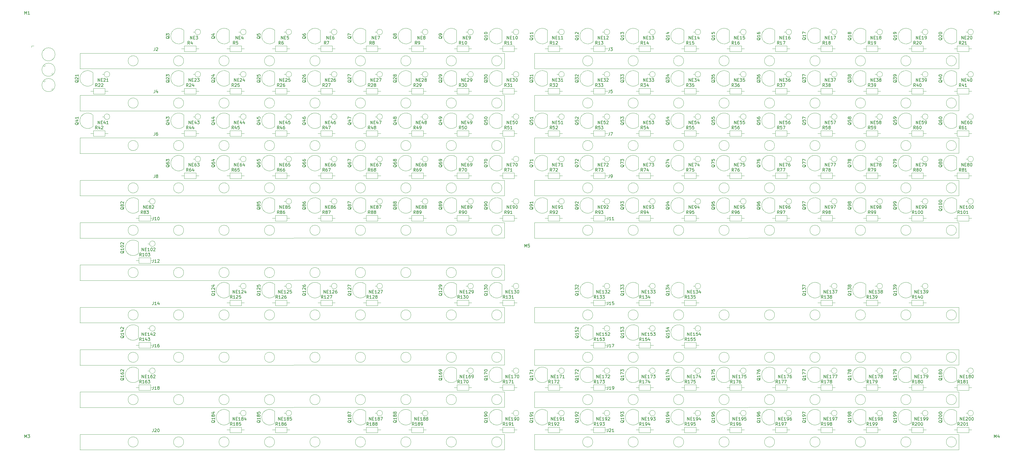
<source format=gbr>
G04 #@! TF.GenerationSoftware,KiCad,Pcbnew,(5.0.0)*
G04 #@! TF.CreationDate,2019-07-24T14:48:48+01:00*
G04 #@! TF.ProjectId,noname,6E6F6E616D652E6B696361645F706362,rev?*
G04 #@! TF.SameCoordinates,Original*
G04 #@! TF.FileFunction,Legend,Top*
G04 #@! TF.FilePolarity,Positive*
%FSLAX46Y46*%
G04 Gerber Fmt 4.6, Leading zero omitted, Abs format (unit mm)*
G04 Created by KiCad (PCBNEW (5.0.0)) date 07/24/19 14:48:48*
%MOMM*%
%LPD*%
G01*
G04 APERTURE LIST*
%ADD10C,0.120000*%
%ADD11C,0.150000*%
G04 APERTURE END LIST*
D10*
G04 #@! TO.C,J12*
X217500000Y-114460000D02*
X217500000Y-119540000D01*
X77460000Y-114460000D02*
X77460000Y-119540000D01*
X77460000Y-114460000D02*
X217500000Y-114460000D01*
X77440000Y-119600000D02*
X217500000Y-119540000D01*
X216680000Y-117000000D02*
G75*
G03X216680000Y-117000000I-1680000J0D01*
G01*
X201680000Y-117000000D02*
G75*
G03X201680000Y-117000000I-1680000J0D01*
G01*
X186680000Y-117000000D02*
G75*
G03X186680000Y-117000000I-1680000J0D01*
G01*
X171680000Y-117000000D02*
G75*
G03X171680000Y-117000000I-1680000J0D01*
G01*
X156680000Y-117000000D02*
G75*
G03X156680000Y-117000000I-1680000J0D01*
G01*
X141680000Y-117000000D02*
G75*
G03X141680000Y-117000000I-1680000J0D01*
G01*
X126680000Y-117000000D02*
G75*
G03X126680000Y-117000000I-1680000J0D01*
G01*
X111680000Y-117000000D02*
G75*
G03X111680000Y-117000000I-1680000J0D01*
G01*
X96680000Y-117000000D02*
G75*
G03X96680000Y-117000000I-1680000J0D01*
G01*
G04 #@! TO.C,J8*
X217500000Y-86460000D02*
X217500000Y-91540000D01*
X77460000Y-86460000D02*
X77460000Y-91540000D01*
X77460000Y-86460000D02*
X217500000Y-86460000D01*
X77440000Y-91600000D02*
X217500000Y-91540000D01*
X216680000Y-89000000D02*
G75*
G03X216680000Y-89000000I-1680000J0D01*
G01*
X201680000Y-89000000D02*
G75*
G03X201680000Y-89000000I-1680000J0D01*
G01*
X186680000Y-89000000D02*
G75*
G03X186680000Y-89000000I-1680000J0D01*
G01*
X171680000Y-89000000D02*
G75*
G03X171680000Y-89000000I-1680000J0D01*
G01*
X156680000Y-89000000D02*
G75*
G03X156680000Y-89000000I-1680000J0D01*
G01*
X141680000Y-89000000D02*
G75*
G03X141680000Y-89000000I-1680000J0D01*
G01*
X126680000Y-89000000D02*
G75*
G03X126680000Y-89000000I-1680000J0D01*
G01*
X111680000Y-89000000D02*
G75*
G03X111680000Y-89000000I-1680000J0D01*
G01*
X96680000Y-89000000D02*
G75*
G03X96680000Y-89000000I-1680000J0D01*
G01*
G04 #@! TO.C,J14*
X217500000Y-128460000D02*
X217500000Y-133540000D01*
X77460000Y-128460000D02*
X77460000Y-133540000D01*
X77460000Y-128460000D02*
X217500000Y-128460000D01*
X77440000Y-133600000D02*
X217500000Y-133540000D01*
X216680000Y-131000000D02*
G75*
G03X216680000Y-131000000I-1680000J0D01*
G01*
X201680000Y-131000000D02*
G75*
G03X201680000Y-131000000I-1680000J0D01*
G01*
X186680000Y-131000000D02*
G75*
G03X186680000Y-131000000I-1680000J0D01*
G01*
X171680000Y-131000000D02*
G75*
G03X171680000Y-131000000I-1680000J0D01*
G01*
X156680000Y-131000000D02*
G75*
G03X156680000Y-131000000I-1680000J0D01*
G01*
X141680000Y-131000000D02*
G75*
G03X141680000Y-131000000I-1680000J0D01*
G01*
X126680000Y-131000000D02*
G75*
G03X126680000Y-131000000I-1680000J0D01*
G01*
X111680000Y-131000000D02*
G75*
G03X111680000Y-131000000I-1680000J0D01*
G01*
X96680000Y-131000000D02*
G75*
G03X96680000Y-131000000I-1680000J0D01*
G01*
G04 #@! TO.C,J15*
X367500000Y-128460000D02*
X367500000Y-133540000D01*
X227460000Y-128460000D02*
X227460000Y-133540000D01*
X227460000Y-128460000D02*
X367500000Y-128460000D01*
X227440000Y-133600000D02*
X367500000Y-133540000D01*
X366680000Y-131000000D02*
G75*
G03X366680000Y-131000000I-1680000J0D01*
G01*
X351680000Y-131000000D02*
G75*
G03X351680000Y-131000000I-1680000J0D01*
G01*
X336680000Y-131000000D02*
G75*
G03X336680000Y-131000000I-1680000J0D01*
G01*
X321680000Y-131000000D02*
G75*
G03X321680000Y-131000000I-1680000J0D01*
G01*
X306680000Y-131000000D02*
G75*
G03X306680000Y-131000000I-1680000J0D01*
G01*
X291680000Y-131000000D02*
G75*
G03X291680000Y-131000000I-1680000J0D01*
G01*
X276680000Y-131000000D02*
G75*
G03X276680000Y-131000000I-1680000J0D01*
G01*
X261680000Y-131000000D02*
G75*
G03X261680000Y-131000000I-1680000J0D01*
G01*
X246680000Y-131000000D02*
G75*
G03X246680000Y-131000000I-1680000J0D01*
G01*
G04 #@! TO.C,J10*
X217500000Y-100460000D02*
X217500000Y-105540000D01*
X77460000Y-100460000D02*
X77460000Y-105540000D01*
X77460000Y-100460000D02*
X217500000Y-100460000D01*
X77440000Y-105600000D02*
X217500000Y-105540000D01*
X216680000Y-103000000D02*
G75*
G03X216680000Y-103000000I-1680000J0D01*
G01*
X201680000Y-103000000D02*
G75*
G03X201680000Y-103000000I-1680000J0D01*
G01*
X186680000Y-103000000D02*
G75*
G03X186680000Y-103000000I-1680000J0D01*
G01*
X171680000Y-103000000D02*
G75*
G03X171680000Y-103000000I-1680000J0D01*
G01*
X156680000Y-103000000D02*
G75*
G03X156680000Y-103000000I-1680000J0D01*
G01*
X141680000Y-103000000D02*
G75*
G03X141680000Y-103000000I-1680000J0D01*
G01*
X126680000Y-103000000D02*
G75*
G03X126680000Y-103000000I-1680000J0D01*
G01*
X111680000Y-103000000D02*
G75*
G03X111680000Y-103000000I-1680000J0D01*
G01*
X96680000Y-103000000D02*
G75*
G03X96680000Y-103000000I-1680000J0D01*
G01*
G04 #@! TO.C,J11*
X367500000Y-100460000D02*
X367500000Y-105540000D01*
X227460000Y-100460000D02*
X227460000Y-105540000D01*
X227460000Y-100460000D02*
X367500000Y-100460000D01*
X227440000Y-105600000D02*
X367500000Y-105540000D01*
X366680000Y-103000000D02*
G75*
G03X366680000Y-103000000I-1680000J0D01*
G01*
X351680000Y-103000000D02*
G75*
G03X351680000Y-103000000I-1680000J0D01*
G01*
X336680000Y-103000000D02*
G75*
G03X336680000Y-103000000I-1680000J0D01*
G01*
X321680000Y-103000000D02*
G75*
G03X321680000Y-103000000I-1680000J0D01*
G01*
X306680000Y-103000000D02*
G75*
G03X306680000Y-103000000I-1680000J0D01*
G01*
X291680000Y-103000000D02*
G75*
G03X291680000Y-103000000I-1680000J0D01*
G01*
X276680000Y-103000000D02*
G75*
G03X276680000Y-103000000I-1680000J0D01*
G01*
X261680000Y-103000000D02*
G75*
G03X261680000Y-103000000I-1680000J0D01*
G01*
X246680000Y-103000000D02*
G75*
G03X246680000Y-103000000I-1680000J0D01*
G01*
G04 #@! TO.C,J19*
X367500000Y-156460000D02*
X367500000Y-161540000D01*
X227460000Y-156460000D02*
X227460000Y-161540000D01*
X227460000Y-156460000D02*
X367500000Y-156460000D01*
X227440000Y-161600000D02*
X367500000Y-161540000D01*
X366680000Y-159000000D02*
G75*
G03X366680000Y-159000000I-1680000J0D01*
G01*
X351680000Y-159000000D02*
G75*
G03X351680000Y-159000000I-1680000J0D01*
G01*
X336680000Y-159000000D02*
G75*
G03X336680000Y-159000000I-1680000J0D01*
G01*
X321680000Y-159000000D02*
G75*
G03X321680000Y-159000000I-1680000J0D01*
G01*
X306680000Y-159000000D02*
G75*
G03X306680000Y-159000000I-1680000J0D01*
G01*
X291680000Y-159000000D02*
G75*
G03X291680000Y-159000000I-1680000J0D01*
G01*
X276680000Y-159000000D02*
G75*
G03X276680000Y-159000000I-1680000J0D01*
G01*
X261680000Y-159000000D02*
G75*
G03X261680000Y-159000000I-1680000J0D01*
G01*
X246680000Y-159000000D02*
G75*
G03X246680000Y-159000000I-1680000J0D01*
G01*
G04 #@! TO.C,J2*
X217500000Y-44460000D02*
X217500000Y-49540000D01*
X77460000Y-44460000D02*
X77460000Y-49540000D01*
X77460000Y-44460000D02*
X217500000Y-44460000D01*
X77440000Y-49600000D02*
X217500000Y-49540000D01*
X216680000Y-47000000D02*
G75*
G03X216680000Y-47000000I-1680000J0D01*
G01*
X201680000Y-47000000D02*
G75*
G03X201680000Y-47000000I-1680000J0D01*
G01*
X186680000Y-47000000D02*
G75*
G03X186680000Y-47000000I-1680000J0D01*
G01*
X171680000Y-47000000D02*
G75*
G03X171680000Y-47000000I-1680000J0D01*
G01*
X156680000Y-47000000D02*
G75*
G03X156680000Y-47000000I-1680000J0D01*
G01*
X141680000Y-47000000D02*
G75*
G03X141680000Y-47000000I-1680000J0D01*
G01*
X126680000Y-47000000D02*
G75*
G03X126680000Y-47000000I-1680000J0D01*
G01*
X111680000Y-47000000D02*
G75*
G03X111680000Y-47000000I-1680000J0D01*
G01*
X96680000Y-47000000D02*
G75*
G03X96680000Y-47000000I-1680000J0D01*
G01*
G04 #@! TO.C,J4*
X217500000Y-58411600D02*
X217500000Y-63491600D01*
X77460000Y-58411600D02*
X77460000Y-63491600D01*
X77460000Y-58411600D02*
X217500000Y-58411600D01*
X77440000Y-63551600D02*
X217500000Y-63491600D01*
X216680000Y-60951600D02*
G75*
G03X216680000Y-60951600I-1680000J0D01*
G01*
X201680000Y-60951600D02*
G75*
G03X201680000Y-60951600I-1680000J0D01*
G01*
X186680000Y-60951600D02*
G75*
G03X186680000Y-60951600I-1680000J0D01*
G01*
X171680000Y-60951600D02*
G75*
G03X171680000Y-60951600I-1680000J0D01*
G01*
X156680000Y-60951600D02*
G75*
G03X156680000Y-60951600I-1680000J0D01*
G01*
X141680000Y-60951600D02*
G75*
G03X141680000Y-60951600I-1680000J0D01*
G01*
X126680000Y-60951600D02*
G75*
G03X126680000Y-60951600I-1680000J0D01*
G01*
X111680000Y-60951600D02*
G75*
G03X111680000Y-60951600I-1680000J0D01*
G01*
X96680000Y-60951600D02*
G75*
G03X96680000Y-60951600I-1680000J0D01*
G01*
G04 #@! TO.C,J5*
X367500000Y-58411600D02*
X367500000Y-63491600D01*
X227460000Y-58411600D02*
X227460000Y-63491600D01*
X227460000Y-58411600D02*
X367500000Y-58411600D01*
X227440000Y-63551600D02*
X367500000Y-63491600D01*
X366680000Y-60951600D02*
G75*
G03X366680000Y-60951600I-1680000J0D01*
G01*
X351680000Y-60951600D02*
G75*
G03X351680000Y-60951600I-1680000J0D01*
G01*
X336680000Y-60951600D02*
G75*
G03X336680000Y-60951600I-1680000J0D01*
G01*
X321680000Y-60951600D02*
G75*
G03X321680000Y-60951600I-1680000J0D01*
G01*
X306680000Y-60951600D02*
G75*
G03X306680000Y-60951600I-1680000J0D01*
G01*
X291680000Y-60951600D02*
G75*
G03X291680000Y-60951600I-1680000J0D01*
G01*
X276680000Y-60951600D02*
G75*
G03X276680000Y-60951600I-1680000J0D01*
G01*
X261680000Y-60951600D02*
G75*
G03X261680000Y-60951600I-1680000J0D01*
G01*
X246680000Y-60951600D02*
G75*
G03X246680000Y-60951600I-1680000J0D01*
G01*
G04 #@! TO.C,J3*
X367500000Y-44460000D02*
X367500000Y-49540000D01*
X227460000Y-44460000D02*
X227460000Y-49540000D01*
X227460000Y-44460000D02*
X367500000Y-44460000D01*
X227440000Y-49600000D02*
X367500000Y-49540000D01*
X366680000Y-47000000D02*
G75*
G03X366680000Y-47000000I-1680000J0D01*
G01*
X351680000Y-47000000D02*
G75*
G03X351680000Y-47000000I-1680000J0D01*
G01*
X336680000Y-47000000D02*
G75*
G03X336680000Y-47000000I-1680000J0D01*
G01*
X321680000Y-47000000D02*
G75*
G03X321680000Y-47000000I-1680000J0D01*
G01*
X306680000Y-47000000D02*
G75*
G03X306680000Y-47000000I-1680000J0D01*
G01*
X291680000Y-47000000D02*
G75*
G03X291680000Y-47000000I-1680000J0D01*
G01*
X276680000Y-47000000D02*
G75*
G03X276680000Y-47000000I-1680000J0D01*
G01*
X261680000Y-47000000D02*
G75*
G03X261680000Y-47000000I-1680000J0D01*
G01*
X246680000Y-47000000D02*
G75*
G03X246680000Y-47000000I-1680000J0D01*
G01*
G04 #@! TO.C,J9*
X367500000Y-86460000D02*
X367500000Y-91540000D01*
X227460000Y-86460000D02*
X227460000Y-91540000D01*
X227460000Y-86460000D02*
X367500000Y-86460000D01*
X227440000Y-91600000D02*
X367500000Y-91540000D01*
X366680000Y-89000000D02*
G75*
G03X366680000Y-89000000I-1680000J0D01*
G01*
X351680000Y-89000000D02*
G75*
G03X351680000Y-89000000I-1680000J0D01*
G01*
X336680000Y-89000000D02*
G75*
G03X336680000Y-89000000I-1680000J0D01*
G01*
X321680000Y-89000000D02*
G75*
G03X321680000Y-89000000I-1680000J0D01*
G01*
X306680000Y-89000000D02*
G75*
G03X306680000Y-89000000I-1680000J0D01*
G01*
X291680000Y-89000000D02*
G75*
G03X291680000Y-89000000I-1680000J0D01*
G01*
X276680000Y-89000000D02*
G75*
G03X276680000Y-89000000I-1680000J0D01*
G01*
X261680000Y-89000000D02*
G75*
G03X261680000Y-89000000I-1680000J0D01*
G01*
X246680000Y-89000000D02*
G75*
G03X246680000Y-89000000I-1680000J0D01*
G01*
G04 #@! TO.C,J6*
X217500000Y-72460000D02*
X217500000Y-77540000D01*
X77460000Y-72460000D02*
X77460000Y-77540000D01*
X77460000Y-72460000D02*
X217500000Y-72460000D01*
X77440000Y-77600000D02*
X217500000Y-77540000D01*
X216680000Y-75000000D02*
G75*
G03X216680000Y-75000000I-1680000J0D01*
G01*
X201680000Y-75000000D02*
G75*
G03X201680000Y-75000000I-1680000J0D01*
G01*
X186680000Y-75000000D02*
G75*
G03X186680000Y-75000000I-1680000J0D01*
G01*
X171680000Y-75000000D02*
G75*
G03X171680000Y-75000000I-1680000J0D01*
G01*
X156680000Y-75000000D02*
G75*
G03X156680000Y-75000000I-1680000J0D01*
G01*
X141680000Y-75000000D02*
G75*
G03X141680000Y-75000000I-1680000J0D01*
G01*
X126680000Y-75000000D02*
G75*
G03X126680000Y-75000000I-1680000J0D01*
G01*
X111680000Y-75000000D02*
G75*
G03X111680000Y-75000000I-1680000J0D01*
G01*
X96680000Y-75000000D02*
G75*
G03X96680000Y-75000000I-1680000J0D01*
G01*
G04 #@! TO.C,J7*
X367500000Y-72460000D02*
X367500000Y-77540000D01*
X227460000Y-72460000D02*
X227460000Y-77540000D01*
X227460000Y-72460000D02*
X367500000Y-72460000D01*
X227440000Y-77600000D02*
X367500000Y-77540000D01*
X366680000Y-75000000D02*
G75*
G03X366680000Y-75000000I-1680000J0D01*
G01*
X351680000Y-75000000D02*
G75*
G03X351680000Y-75000000I-1680000J0D01*
G01*
X336680000Y-75000000D02*
G75*
G03X336680000Y-75000000I-1680000J0D01*
G01*
X321680000Y-75000000D02*
G75*
G03X321680000Y-75000000I-1680000J0D01*
G01*
X306680000Y-75000000D02*
G75*
G03X306680000Y-75000000I-1680000J0D01*
G01*
X291680000Y-75000000D02*
G75*
G03X291680000Y-75000000I-1680000J0D01*
G01*
X276680000Y-75000000D02*
G75*
G03X276680000Y-75000000I-1680000J0D01*
G01*
X261680000Y-75000000D02*
G75*
G03X261680000Y-75000000I-1680000J0D01*
G01*
X246680000Y-75000000D02*
G75*
G03X246680000Y-75000000I-1680000J0D01*
G01*
G04 #@! TO.C,J18*
X217500000Y-156460000D02*
X217500000Y-161540000D01*
X77460000Y-156460000D02*
X77460000Y-161540000D01*
X77460000Y-156460000D02*
X217500000Y-156460000D01*
X77440000Y-161600000D02*
X217500000Y-161540000D01*
X216680000Y-159000000D02*
G75*
G03X216680000Y-159000000I-1680000J0D01*
G01*
X201680000Y-159000000D02*
G75*
G03X201680000Y-159000000I-1680000J0D01*
G01*
X186680000Y-159000000D02*
G75*
G03X186680000Y-159000000I-1680000J0D01*
G01*
X171680000Y-159000000D02*
G75*
G03X171680000Y-159000000I-1680000J0D01*
G01*
X156680000Y-159000000D02*
G75*
G03X156680000Y-159000000I-1680000J0D01*
G01*
X141680000Y-159000000D02*
G75*
G03X141680000Y-159000000I-1680000J0D01*
G01*
X126680000Y-159000000D02*
G75*
G03X126680000Y-159000000I-1680000J0D01*
G01*
X111680000Y-159000000D02*
G75*
G03X111680000Y-159000000I-1680000J0D01*
G01*
X96680000Y-159000000D02*
G75*
G03X96680000Y-159000000I-1680000J0D01*
G01*
G04 #@! TO.C,J17*
X367500000Y-142460000D02*
X367500000Y-147540000D01*
X227460000Y-142460000D02*
X227460000Y-147540000D01*
X227460000Y-142460000D02*
X367500000Y-142460000D01*
X227440000Y-147600000D02*
X367500000Y-147540000D01*
X366680000Y-145000000D02*
G75*
G03X366680000Y-145000000I-1680000J0D01*
G01*
X351680000Y-145000000D02*
G75*
G03X351680000Y-145000000I-1680000J0D01*
G01*
X336680000Y-145000000D02*
G75*
G03X336680000Y-145000000I-1680000J0D01*
G01*
X321680000Y-145000000D02*
G75*
G03X321680000Y-145000000I-1680000J0D01*
G01*
X306680000Y-145000000D02*
G75*
G03X306680000Y-145000000I-1680000J0D01*
G01*
X291680000Y-145000000D02*
G75*
G03X291680000Y-145000000I-1680000J0D01*
G01*
X276680000Y-145000000D02*
G75*
G03X276680000Y-145000000I-1680000J0D01*
G01*
X261680000Y-145000000D02*
G75*
G03X261680000Y-145000000I-1680000J0D01*
G01*
X246680000Y-145000000D02*
G75*
G03X246680000Y-145000000I-1680000J0D01*
G01*
G04 #@! TO.C,J16*
X217500000Y-142460000D02*
X217500000Y-147540000D01*
X77460000Y-142460000D02*
X77460000Y-147540000D01*
X77460000Y-142460000D02*
X217500000Y-142460000D01*
X77440000Y-147600000D02*
X217500000Y-147540000D01*
X216680000Y-145000000D02*
G75*
G03X216680000Y-145000000I-1680000J0D01*
G01*
X201680000Y-145000000D02*
G75*
G03X201680000Y-145000000I-1680000J0D01*
G01*
X186680000Y-145000000D02*
G75*
G03X186680000Y-145000000I-1680000J0D01*
G01*
X171680000Y-145000000D02*
G75*
G03X171680000Y-145000000I-1680000J0D01*
G01*
X156680000Y-145000000D02*
G75*
G03X156680000Y-145000000I-1680000J0D01*
G01*
X141680000Y-145000000D02*
G75*
G03X141680000Y-145000000I-1680000J0D01*
G01*
X126680000Y-145000000D02*
G75*
G03X126680000Y-145000000I-1680000J0D01*
G01*
X111680000Y-145000000D02*
G75*
G03X111680000Y-145000000I-1680000J0D01*
G01*
X96680000Y-145000000D02*
G75*
G03X96680000Y-145000000I-1680000J0D01*
G01*
G04 #@! TO.C,J21*
X367500000Y-170460000D02*
X367500000Y-175540000D01*
X227460000Y-170460000D02*
X227460000Y-175540000D01*
X227460000Y-170460000D02*
X367500000Y-170460000D01*
X227440000Y-175600000D02*
X367500000Y-175540000D01*
X366680000Y-173000000D02*
G75*
G03X366680000Y-173000000I-1680000J0D01*
G01*
X351680000Y-173000000D02*
G75*
G03X351680000Y-173000000I-1680000J0D01*
G01*
X336680000Y-173000000D02*
G75*
G03X336680000Y-173000000I-1680000J0D01*
G01*
X321680000Y-173000000D02*
G75*
G03X321680000Y-173000000I-1680000J0D01*
G01*
X306680000Y-173000000D02*
G75*
G03X306680000Y-173000000I-1680000J0D01*
G01*
X291680000Y-173000000D02*
G75*
G03X291680000Y-173000000I-1680000J0D01*
G01*
X276680000Y-173000000D02*
G75*
G03X276680000Y-173000000I-1680000J0D01*
G01*
X261680000Y-173000000D02*
G75*
G03X261680000Y-173000000I-1680000J0D01*
G01*
X246680000Y-173000000D02*
G75*
G03X246680000Y-173000000I-1680000J0D01*
G01*
G04 #@! TO.C,J20*
X217500000Y-170460000D02*
X217500000Y-175540000D01*
X77460000Y-170460000D02*
X77460000Y-175540000D01*
X77460000Y-170460000D02*
X217500000Y-170460000D01*
X77440000Y-175600000D02*
X217500000Y-175540000D01*
X216680000Y-173000000D02*
G75*
G03X216680000Y-173000000I-1680000J0D01*
G01*
X201680000Y-173000000D02*
G75*
G03X201680000Y-173000000I-1680000J0D01*
G01*
X186680000Y-173000000D02*
G75*
G03X186680000Y-173000000I-1680000J0D01*
G01*
X171680000Y-173000000D02*
G75*
G03X171680000Y-173000000I-1680000J0D01*
G01*
X156680000Y-173000000D02*
G75*
G03X156680000Y-173000000I-1680000J0D01*
G01*
X141680000Y-173000000D02*
G75*
G03X141680000Y-173000000I-1680000J0D01*
G01*
X126680000Y-173000000D02*
G75*
G03X126680000Y-173000000I-1680000J0D01*
G01*
X111680000Y-173000000D02*
G75*
G03X111680000Y-173000000I-1680000J0D01*
G01*
X96680000Y-173000000D02*
G75*
G03X96680000Y-173000000I-1680000J0D01*
G01*
G04 #@! TO.C,J1*
X61468800Y-42016400D02*
X61468800Y-42516400D01*
X62208800Y-42016400D02*
X61468800Y-42016400D01*
X66076800Y-53758400D02*
X65680800Y-53363400D01*
X68722800Y-56404400D02*
X68342800Y-56024400D01*
X65794800Y-54009400D02*
X65414800Y-53629400D01*
X68456800Y-56670400D02*
X68060800Y-56275400D01*
X66076800Y-48678400D02*
X65680800Y-48283400D01*
X68722800Y-51324400D02*
X68342800Y-50944400D01*
X65794800Y-48929400D02*
X65414800Y-48549400D01*
X68456800Y-51590400D02*
X68060800Y-51195400D01*
X65787800Y-43308400D02*
X65680800Y-43202400D01*
X68722800Y-46244400D02*
X68615800Y-46137400D01*
X65521800Y-43574400D02*
X65414800Y-43468400D01*
X68456800Y-46510400D02*
X68349800Y-46403400D01*
X69248800Y-55016400D02*
G75*
G03X69248800Y-55016400I-2180000J0D01*
G01*
X69248800Y-49936400D02*
G75*
G03X69248800Y-49936400I-2180000J0D01*
G01*
X69248800Y-44856400D02*
G75*
G03X69248800Y-44856400I-2180000J0D01*
G01*
G04 #@! TO.C,Q184*
X126690122Y-162861389D02*
G75*
G03X126700000Y-166750000I-1690122J-1948611D01*
G01*
X126700000Y-166750000D02*
X126700000Y-162900000D01*
G04 #@! TO.C,Q192*
X246690122Y-162861389D02*
G75*
G03X246700000Y-166750000I-1690122J-1948611D01*
G01*
X246700000Y-166750000D02*
X246700000Y-162900000D01*
G04 #@! TO.C,Q191*
X231690122Y-162861389D02*
G75*
G03X231700000Y-166750000I-1690122J-1948611D01*
G01*
X231700000Y-166750000D02*
X231700000Y-162900000D01*
G04 #@! TO.C,Q200*
X366690122Y-162861389D02*
G75*
G03X366700000Y-166750000I-1690122J-1948611D01*
G01*
X366700000Y-166750000D02*
X366700000Y-162900000D01*
G04 #@! TO.C,Q196*
X306690122Y-162861389D02*
G75*
G03X306700000Y-166750000I-1690122J-1948611D01*
G01*
X306700000Y-166750000D02*
X306700000Y-162900000D01*
G04 #@! TO.C,Q198*
X336690122Y-162861389D02*
G75*
G03X336700000Y-166750000I-1690122J-1948611D01*
G01*
X336700000Y-166750000D02*
X336700000Y-162900000D01*
G04 #@! TO.C,Q194*
X276690122Y-162861389D02*
G75*
G03X276700000Y-166750000I-1690122J-1948611D01*
G01*
X276700000Y-166750000D02*
X276700000Y-162900000D01*
G04 #@! TO.C,Q197*
X321690122Y-162861389D02*
G75*
G03X321700000Y-166750000I-1690122J-1948611D01*
G01*
X321700000Y-166750000D02*
X321700000Y-162900000D01*
G04 #@! TO.C,Q187*
X171690122Y-162861389D02*
G75*
G03X171700000Y-166750000I-1690122J-1948611D01*
G01*
X171700000Y-166750000D02*
X171700000Y-162900000D01*
G04 #@! TO.C,Q193*
X261690122Y-162861389D02*
G75*
G03X261700000Y-166750000I-1690122J-1948611D01*
G01*
X261700000Y-166750000D02*
X261700000Y-162900000D01*
G04 #@! TO.C,Q188*
X186690122Y-162861389D02*
G75*
G03X186700000Y-166750000I-1690122J-1948611D01*
G01*
X186700000Y-166750000D02*
X186700000Y-162900000D01*
G04 #@! TO.C,Q195*
X291690122Y-162861389D02*
G75*
G03X291700000Y-166750000I-1690122J-1948611D01*
G01*
X291700000Y-166750000D02*
X291700000Y-162900000D01*
G04 #@! TO.C,NE129*
X207270000Y-121460000D02*
G75*
G03X207270000Y-121460000I-920000J0D01*
G01*
X205430000Y-121460000D02*
X204810000Y-121460000D01*
G04 #@! TO.C,R125*
X126890000Y-126080000D02*
X126890000Y-127920000D01*
X126890000Y-127920000D02*
X130730000Y-127920000D01*
X130730000Y-127920000D02*
X130730000Y-126080000D01*
X130730000Y-126080000D02*
X126890000Y-126080000D01*
X125940000Y-127000000D02*
X126890000Y-127000000D01*
X131680000Y-127000000D02*
X130730000Y-127000000D01*
G04 #@! TO.C,NE134*
X280430000Y-121460000D02*
X279810000Y-121460000D01*
X282270000Y-121460000D02*
G75*
G03X282270000Y-121460000I-920000J0D01*
G01*
G04 #@! TO.C,R134*
X261890000Y-126080000D02*
X261890000Y-127920000D01*
X261890000Y-127920000D02*
X265730000Y-127920000D01*
X265730000Y-127920000D02*
X265730000Y-126080000D01*
X265730000Y-126080000D02*
X261890000Y-126080000D01*
X260940000Y-127000000D02*
X261890000Y-127000000D01*
X266680000Y-127000000D02*
X265730000Y-127000000D01*
G04 #@! TO.C,NE125*
X145430000Y-121460000D02*
X144810000Y-121460000D01*
X147270000Y-121460000D02*
G75*
G03X147270000Y-121460000I-920000J0D01*
G01*
G04 #@! TO.C,R127*
X161680000Y-127000000D02*
X160730000Y-127000000D01*
X155940000Y-127000000D02*
X156890000Y-127000000D01*
X160730000Y-126080000D02*
X156890000Y-126080000D01*
X160730000Y-127920000D02*
X160730000Y-126080000D01*
X156890000Y-127920000D02*
X160730000Y-127920000D01*
X156890000Y-126080000D02*
X156890000Y-127920000D01*
G04 #@! TO.C,NE102*
X100430000Y-107460000D02*
X99810000Y-107460000D01*
X102270000Y-107460000D02*
G75*
G03X102270000Y-107460000I-920000J0D01*
G01*
G04 #@! TO.C,R99*
X341680000Y-99000000D02*
X340730000Y-99000000D01*
X335940000Y-99000000D02*
X336890000Y-99000000D01*
X340730000Y-98080000D02*
X336890000Y-98080000D01*
X340730000Y-99920000D02*
X340730000Y-98080000D01*
X336890000Y-99920000D02*
X340730000Y-99920000D01*
X336890000Y-98080000D02*
X336890000Y-99920000D01*
G04 #@! TO.C,R96*
X296680000Y-99000000D02*
X295730000Y-99000000D01*
X290940000Y-99000000D02*
X291890000Y-99000000D01*
X295730000Y-98080000D02*
X291890000Y-98080000D01*
X295730000Y-99920000D02*
X295730000Y-98080000D01*
X291890000Y-99920000D02*
X295730000Y-99920000D01*
X291890000Y-98080000D02*
X291890000Y-99920000D01*
G04 #@! TO.C,R139*
X341680000Y-127000000D02*
X340730000Y-127000000D01*
X335940000Y-127000000D02*
X336890000Y-127000000D01*
X340730000Y-126080000D02*
X336890000Y-126080000D01*
X340730000Y-127920000D02*
X340730000Y-126080000D01*
X336890000Y-127920000D02*
X340730000Y-127920000D01*
X336890000Y-126080000D02*
X336890000Y-127920000D01*
G04 #@! TO.C,R130*
X201890000Y-126080000D02*
X201890000Y-127920000D01*
X201890000Y-127920000D02*
X205730000Y-127920000D01*
X205730000Y-127920000D02*
X205730000Y-126080000D01*
X205730000Y-126080000D02*
X201890000Y-126080000D01*
X200940000Y-127000000D02*
X201890000Y-127000000D01*
X206680000Y-127000000D02*
X205730000Y-127000000D01*
G04 #@! TO.C,R97*
X311680000Y-99000000D02*
X310730000Y-99000000D01*
X305940000Y-99000000D02*
X306890000Y-99000000D01*
X310730000Y-98080000D02*
X306890000Y-98080000D01*
X310730000Y-99920000D02*
X310730000Y-98080000D01*
X306890000Y-99920000D02*
X310730000Y-99920000D01*
X306890000Y-98080000D02*
X306890000Y-99920000D01*
G04 #@! TO.C,NE124*
X132270000Y-121460000D02*
G75*
G03X132270000Y-121460000I-920000J0D01*
G01*
X130430000Y-121460000D02*
X129810000Y-121460000D01*
G04 #@! TO.C,R101*
X371680000Y-99000000D02*
X370730000Y-99000000D01*
X365940000Y-99000000D02*
X366890000Y-99000000D01*
X370730000Y-98080000D02*
X366890000Y-98080000D01*
X370730000Y-99920000D02*
X370730000Y-98080000D01*
X366890000Y-99920000D02*
X370730000Y-99920000D01*
X366890000Y-98080000D02*
X366890000Y-99920000D01*
G04 #@! TO.C,NE100*
X370430000Y-93460000D02*
X369810000Y-93460000D01*
X372270000Y-93460000D02*
G75*
G03X372270000Y-93460000I-920000J0D01*
G01*
G04 #@! TO.C,R128*
X171890000Y-126080000D02*
X171890000Y-127920000D01*
X171890000Y-127920000D02*
X175730000Y-127920000D01*
X175730000Y-127920000D02*
X175730000Y-126080000D01*
X175730000Y-126080000D02*
X171890000Y-126080000D01*
X170940000Y-127000000D02*
X171890000Y-127000000D01*
X176680000Y-127000000D02*
X175730000Y-127000000D01*
G04 #@! TO.C,R100*
X351890000Y-98080000D02*
X351890000Y-99920000D01*
X351890000Y-99920000D02*
X355730000Y-99920000D01*
X355730000Y-99920000D02*
X355730000Y-98080000D01*
X355730000Y-98080000D02*
X351890000Y-98080000D01*
X350940000Y-99000000D02*
X351890000Y-99000000D01*
X356680000Y-99000000D02*
X355730000Y-99000000D01*
G04 #@! TO.C,NE96*
X310430000Y-93460000D02*
X309810000Y-93460000D01*
X312270000Y-93460000D02*
G75*
G03X312270000Y-93460000I-920000J0D01*
G01*
G04 #@! TO.C,NE130*
X220430000Y-121460000D02*
X219810000Y-121460000D01*
X222270000Y-121460000D02*
G75*
G03X222270000Y-121460000I-920000J0D01*
G01*
G04 #@! TO.C,R94*
X261890000Y-98080000D02*
X261890000Y-99920000D01*
X261890000Y-99920000D02*
X265730000Y-99920000D01*
X265730000Y-99920000D02*
X265730000Y-98080000D01*
X265730000Y-98080000D02*
X261890000Y-98080000D01*
X260940000Y-99000000D02*
X261890000Y-99000000D01*
X266680000Y-99000000D02*
X265730000Y-99000000D01*
G04 #@! TO.C,R95*
X281680000Y-99000000D02*
X280730000Y-99000000D01*
X275940000Y-99000000D02*
X276890000Y-99000000D01*
X280730000Y-98080000D02*
X276890000Y-98080000D01*
X280730000Y-99920000D02*
X280730000Y-98080000D01*
X276890000Y-99920000D02*
X280730000Y-99920000D01*
X276890000Y-98080000D02*
X276890000Y-99920000D01*
G04 #@! TO.C,NE139*
X357270000Y-121460000D02*
G75*
G03X357270000Y-121460000I-920000J0D01*
G01*
X355430000Y-121460000D02*
X354810000Y-121460000D01*
G04 #@! TO.C,R140*
X351890000Y-126080000D02*
X351890000Y-127920000D01*
X351890000Y-127920000D02*
X355730000Y-127920000D01*
X355730000Y-127920000D02*
X355730000Y-126080000D01*
X355730000Y-126080000D02*
X351890000Y-126080000D01*
X350940000Y-127000000D02*
X351890000Y-127000000D01*
X356680000Y-127000000D02*
X355730000Y-127000000D01*
G04 #@! TO.C,R138*
X326680000Y-127000000D02*
X325730000Y-127000000D01*
X320940000Y-127000000D02*
X321890000Y-127000000D01*
X325730000Y-126080000D02*
X321890000Y-126080000D01*
X325730000Y-127920000D02*
X325730000Y-126080000D01*
X321890000Y-127920000D02*
X325730000Y-127920000D01*
X321890000Y-126080000D02*
X321890000Y-127920000D01*
G04 #@! TO.C,NE127*
X175430000Y-121460000D02*
X174810000Y-121460000D01*
X177270000Y-121460000D02*
G75*
G03X177270000Y-121460000I-920000J0D01*
G01*
G04 #@! TO.C,R126*
X141890000Y-126080000D02*
X141890000Y-127920000D01*
X141890000Y-127920000D02*
X145730000Y-127920000D01*
X145730000Y-127920000D02*
X145730000Y-126080000D01*
X145730000Y-126080000D02*
X141890000Y-126080000D01*
X140940000Y-127000000D02*
X141890000Y-127000000D01*
X146680000Y-127000000D02*
X145730000Y-127000000D01*
G04 #@! TO.C,R103*
X101680000Y-113000000D02*
X100730000Y-113000000D01*
X95940000Y-113000000D02*
X96890000Y-113000000D01*
X100730000Y-112080000D02*
X96890000Y-112080000D01*
X100730000Y-113920000D02*
X100730000Y-112080000D01*
X96890000Y-113920000D02*
X100730000Y-113920000D01*
X96890000Y-112080000D02*
X96890000Y-113920000D01*
G04 #@! TO.C,R93*
X246890000Y-98080000D02*
X246890000Y-99920000D01*
X246890000Y-99920000D02*
X250730000Y-99920000D01*
X250730000Y-99920000D02*
X250730000Y-98080000D01*
X250730000Y-98080000D02*
X246890000Y-98080000D01*
X245940000Y-99000000D02*
X246890000Y-99000000D01*
X251680000Y-99000000D02*
X250730000Y-99000000D01*
G04 #@! TO.C,NE132*
X250430000Y-121460000D02*
X249810000Y-121460000D01*
X252270000Y-121460000D02*
G75*
G03X252270000Y-121460000I-920000J0D01*
G01*
G04 #@! TO.C,R92*
X231890000Y-98080000D02*
X231890000Y-99920000D01*
X231890000Y-99920000D02*
X235730000Y-99920000D01*
X235730000Y-99920000D02*
X235730000Y-98080000D01*
X235730000Y-98080000D02*
X231890000Y-98080000D01*
X230940000Y-99000000D02*
X231890000Y-99000000D01*
X236680000Y-99000000D02*
X235730000Y-99000000D01*
G04 #@! TO.C,R98*
X326680000Y-99000000D02*
X325730000Y-99000000D01*
X320940000Y-99000000D02*
X321890000Y-99000000D01*
X325730000Y-98080000D02*
X321890000Y-98080000D01*
X325730000Y-99920000D02*
X325730000Y-98080000D01*
X321890000Y-99920000D02*
X325730000Y-99920000D01*
X321890000Y-98080000D02*
X321890000Y-99920000D01*
G04 #@! TO.C,NE133*
X267270000Y-121460000D02*
G75*
G03X267270000Y-121460000I-920000J0D01*
G01*
X265430000Y-121460000D02*
X264810000Y-121460000D01*
G04 #@! TO.C,R133*
X246890000Y-126080000D02*
X246890000Y-127920000D01*
X246890000Y-127920000D02*
X250730000Y-127920000D01*
X250730000Y-127920000D02*
X250730000Y-126080000D01*
X250730000Y-126080000D02*
X246890000Y-126080000D01*
X245940000Y-127000000D02*
X246890000Y-127000000D01*
X251680000Y-127000000D02*
X250730000Y-127000000D01*
G04 #@! TO.C,R131*
X221680000Y-127000000D02*
X220730000Y-127000000D01*
X215940000Y-127000000D02*
X216890000Y-127000000D01*
X220730000Y-126080000D02*
X216890000Y-126080000D01*
X220730000Y-127920000D02*
X220730000Y-126080000D01*
X216890000Y-127920000D02*
X220730000Y-127920000D01*
X216890000Y-126080000D02*
X216890000Y-127920000D01*
G04 #@! TO.C,NE86*
X162270000Y-93460000D02*
G75*
G03X162270000Y-93460000I-920000J0D01*
G01*
X160430000Y-93460000D02*
X159810000Y-93460000D01*
G04 #@! TO.C,NE89*
X207270000Y-93460000D02*
G75*
G03X207270000Y-93460000I-920000J0D01*
G01*
X205430000Y-93460000D02*
X204810000Y-93460000D01*
G04 #@! TO.C,NE87*
X175430000Y-93460000D02*
X174810000Y-93460000D01*
X177270000Y-93460000D02*
G75*
G03X177270000Y-93460000I-920000J0D01*
G01*
G04 #@! TO.C,R78*
X321890000Y-84080000D02*
X321890000Y-85920000D01*
X321890000Y-85920000D02*
X325730000Y-85920000D01*
X325730000Y-85920000D02*
X325730000Y-84080000D01*
X325730000Y-84080000D02*
X321890000Y-84080000D01*
X320940000Y-85000000D02*
X321890000Y-85000000D01*
X326680000Y-85000000D02*
X325730000Y-85000000D01*
G04 #@! TO.C,R83*
X96890000Y-98080000D02*
X96890000Y-99920000D01*
X96890000Y-99920000D02*
X100730000Y-99920000D01*
X100730000Y-99920000D02*
X100730000Y-98080000D01*
X100730000Y-98080000D02*
X96890000Y-98080000D01*
X95940000Y-99000000D02*
X96890000Y-99000000D01*
X101680000Y-99000000D02*
X100730000Y-99000000D01*
G04 #@! TO.C,R72*
X236680000Y-85000000D02*
X235730000Y-85000000D01*
X230940000Y-85000000D02*
X231890000Y-85000000D01*
X235730000Y-84080000D02*
X231890000Y-84080000D01*
X235730000Y-85920000D02*
X235730000Y-84080000D01*
X231890000Y-85920000D02*
X235730000Y-85920000D01*
X231890000Y-84080000D02*
X231890000Y-85920000D01*
G04 #@! TO.C,NE90*
X220430000Y-93460000D02*
X219810000Y-93460000D01*
X222270000Y-93460000D02*
G75*
G03X222270000Y-93460000I-920000J0D01*
G01*
G04 #@! TO.C,R81*
X366890000Y-84080000D02*
X366890000Y-85920000D01*
X366890000Y-85920000D02*
X370730000Y-85920000D01*
X370730000Y-85920000D02*
X370730000Y-84080000D01*
X370730000Y-84080000D02*
X366890000Y-84080000D01*
X365940000Y-85000000D02*
X366890000Y-85000000D01*
X371680000Y-85000000D02*
X370730000Y-85000000D01*
G04 #@! TO.C,R76*
X291890000Y-84080000D02*
X291890000Y-85920000D01*
X291890000Y-85920000D02*
X295730000Y-85920000D01*
X295730000Y-85920000D02*
X295730000Y-84080000D01*
X295730000Y-84080000D02*
X291890000Y-84080000D01*
X290940000Y-85000000D02*
X291890000Y-85000000D01*
X296680000Y-85000000D02*
X295730000Y-85000000D01*
G04 #@! TO.C,NE79*
X355430000Y-79460000D02*
X354810000Y-79460000D01*
X357270000Y-79460000D02*
G75*
G03X357270000Y-79460000I-920000J0D01*
G01*
G04 #@! TO.C,R73*
X251680000Y-85000000D02*
X250730000Y-85000000D01*
X245940000Y-85000000D02*
X246890000Y-85000000D01*
X250730000Y-84080000D02*
X246890000Y-84080000D01*
X250730000Y-85920000D02*
X250730000Y-84080000D01*
X246890000Y-85920000D02*
X250730000Y-85920000D01*
X246890000Y-84080000D02*
X246890000Y-85920000D01*
G04 #@! TO.C,NE88*
X192270000Y-93460000D02*
G75*
G03X192270000Y-93460000I-920000J0D01*
G01*
X190430000Y-93460000D02*
X189810000Y-93460000D01*
G04 #@! TO.C,R86*
X141890000Y-98080000D02*
X141890000Y-99920000D01*
X141890000Y-99920000D02*
X145730000Y-99920000D01*
X145730000Y-99920000D02*
X145730000Y-98080000D01*
X145730000Y-98080000D02*
X141890000Y-98080000D01*
X140940000Y-99000000D02*
X141890000Y-99000000D01*
X146680000Y-99000000D02*
X145730000Y-99000000D01*
G04 #@! TO.C,R80*
X356680000Y-85000000D02*
X355730000Y-85000000D01*
X350940000Y-85000000D02*
X351890000Y-85000000D01*
X355730000Y-84080000D02*
X351890000Y-84080000D01*
X355730000Y-85920000D02*
X355730000Y-84080000D01*
X351890000Y-85920000D02*
X355730000Y-85920000D01*
X351890000Y-84080000D02*
X351890000Y-85920000D01*
G04 #@! TO.C,NE99*
X357270000Y-93460000D02*
G75*
G03X357270000Y-93460000I-920000J0D01*
G01*
X355430000Y-93460000D02*
X354810000Y-93460000D01*
G04 #@! TO.C,R75*
X276890000Y-84080000D02*
X276890000Y-85920000D01*
X276890000Y-85920000D02*
X280730000Y-85920000D01*
X280730000Y-85920000D02*
X280730000Y-84080000D01*
X280730000Y-84080000D02*
X276890000Y-84080000D01*
X275940000Y-85000000D02*
X276890000Y-85000000D01*
X281680000Y-85000000D02*
X280730000Y-85000000D01*
G04 #@! TO.C,NE94*
X280430000Y-93460000D02*
X279810000Y-93460000D01*
X282270000Y-93460000D02*
G75*
G03X282270000Y-93460000I-920000J0D01*
G01*
G04 #@! TO.C,NE82*
X102270000Y-93460000D02*
G75*
G03X102270000Y-93460000I-920000J0D01*
G01*
X100430000Y-93460000D02*
X99810000Y-93460000D01*
G04 #@! TO.C,R88*
X171890000Y-98080000D02*
X171890000Y-99920000D01*
X171890000Y-99920000D02*
X175730000Y-99920000D01*
X175730000Y-99920000D02*
X175730000Y-98080000D01*
X175730000Y-98080000D02*
X171890000Y-98080000D01*
X170940000Y-99000000D02*
X171890000Y-99000000D01*
X176680000Y-99000000D02*
X175730000Y-99000000D01*
G04 #@! TO.C,R89*
X186890000Y-98080000D02*
X186890000Y-99920000D01*
X186890000Y-99920000D02*
X190730000Y-99920000D01*
X190730000Y-99920000D02*
X190730000Y-98080000D01*
X190730000Y-98080000D02*
X186890000Y-98080000D01*
X185940000Y-99000000D02*
X186890000Y-99000000D01*
X191680000Y-99000000D02*
X190730000Y-99000000D01*
G04 #@! TO.C,R87*
X161680000Y-99000000D02*
X160730000Y-99000000D01*
X155940000Y-99000000D02*
X156890000Y-99000000D01*
X160730000Y-98080000D02*
X156890000Y-98080000D01*
X160730000Y-99920000D02*
X160730000Y-98080000D01*
X156890000Y-99920000D02*
X160730000Y-99920000D01*
X156890000Y-98080000D02*
X156890000Y-99920000D01*
G04 #@! TO.C,R74*
X266680000Y-85000000D02*
X265730000Y-85000000D01*
X260940000Y-85000000D02*
X261890000Y-85000000D01*
X265730000Y-84080000D02*
X261890000Y-84080000D01*
X265730000Y-85920000D02*
X265730000Y-84080000D01*
X261890000Y-85920000D02*
X265730000Y-85920000D01*
X261890000Y-84080000D02*
X261890000Y-85920000D01*
G04 #@! TO.C,NE95*
X297270000Y-93460000D02*
G75*
G03X297270000Y-93460000I-920000J0D01*
G01*
X295430000Y-93460000D02*
X294810000Y-93460000D01*
G04 #@! TO.C,R91*
X221680000Y-99000000D02*
X220730000Y-99000000D01*
X215940000Y-99000000D02*
X216890000Y-99000000D01*
X220730000Y-98080000D02*
X216890000Y-98080000D01*
X220730000Y-99920000D02*
X220730000Y-98080000D01*
X216890000Y-99920000D02*
X220730000Y-99920000D01*
X216890000Y-98080000D02*
X216890000Y-99920000D01*
G04 #@! TO.C,NE97*
X327270000Y-93460000D02*
G75*
G03X327270000Y-93460000I-920000J0D01*
G01*
X325430000Y-93460000D02*
X324810000Y-93460000D01*
G04 #@! TO.C,NE91*
X237270000Y-93460000D02*
G75*
G03X237270000Y-93460000I-920000J0D01*
G01*
X235430000Y-93460000D02*
X234810000Y-93460000D01*
G04 #@! TO.C,NE92*
X250430000Y-93460000D02*
X249810000Y-93460000D01*
X252270000Y-93460000D02*
G75*
G03X252270000Y-93460000I-920000J0D01*
G01*
G04 #@! TO.C,R90*
X201890000Y-98080000D02*
X201890000Y-99920000D01*
X201890000Y-99920000D02*
X205730000Y-99920000D01*
X205730000Y-99920000D02*
X205730000Y-98080000D01*
X205730000Y-98080000D02*
X201890000Y-98080000D01*
X200940000Y-99000000D02*
X201890000Y-99000000D01*
X206680000Y-99000000D02*
X205730000Y-99000000D01*
G04 #@! TO.C,NE93*
X267270000Y-93460000D02*
G75*
G03X267270000Y-93460000I-920000J0D01*
G01*
X265430000Y-93460000D02*
X264810000Y-93460000D01*
G04 #@! TO.C,NE85*
X145430000Y-93460000D02*
X144810000Y-93460000D01*
X147270000Y-93460000D02*
G75*
G03X147270000Y-93460000I-920000J0D01*
G01*
G04 #@! TO.C,R79*
X336890000Y-84080000D02*
X336890000Y-85920000D01*
X336890000Y-85920000D02*
X340730000Y-85920000D01*
X340730000Y-85920000D02*
X340730000Y-84080000D01*
X340730000Y-84080000D02*
X336890000Y-84080000D01*
X335940000Y-85000000D02*
X336890000Y-85000000D01*
X341680000Y-85000000D02*
X340730000Y-85000000D01*
G04 #@! TO.C,R77*
X306890000Y-84080000D02*
X306890000Y-85920000D01*
X306890000Y-85920000D02*
X310730000Y-85920000D01*
X310730000Y-85920000D02*
X310730000Y-84080000D01*
X310730000Y-84080000D02*
X306890000Y-84080000D01*
X305940000Y-85000000D02*
X306890000Y-85000000D01*
X311680000Y-85000000D02*
X310730000Y-85000000D01*
G04 #@! TO.C,NE98*
X340430000Y-93460000D02*
X339810000Y-93460000D01*
X342270000Y-93460000D02*
G75*
G03X342270000Y-93460000I-920000J0D01*
G01*
G04 #@! TO.C,NE80*
X372270000Y-79460000D02*
G75*
G03X372270000Y-79460000I-920000J0D01*
G01*
X370430000Y-79460000D02*
X369810000Y-79460000D01*
G04 #@! TO.C,Q20*
X366690122Y-36861389D02*
G75*
G03X366700000Y-40750000I-1690122J-1948611D01*
G01*
X366700000Y-40750000D02*
X366700000Y-36900000D01*
G04 #@! TO.C,Q18*
X336690122Y-36861389D02*
G75*
G03X336700000Y-40750000I-1690122J-1948611D01*
G01*
X336700000Y-40750000D02*
X336700000Y-36900000D01*
G04 #@! TO.C,Q21*
X81690122Y-50861389D02*
G75*
G03X81700000Y-54750000I-1690122J-1948611D01*
G01*
X81700000Y-54750000D02*
X81700000Y-50900000D01*
G04 #@! TO.C,Q12*
X246690122Y-36861389D02*
G75*
G03X246700000Y-40750000I-1690122J-1948611D01*
G01*
X246700000Y-40750000D02*
X246700000Y-36900000D01*
G04 #@! TO.C,Q8*
X186690122Y-36861389D02*
G75*
G03X186700000Y-40750000I-1690122J-1948611D01*
G01*
X186700000Y-40750000D02*
X186700000Y-36900000D01*
G04 #@! TO.C,Q23*
X111690122Y-50861389D02*
G75*
G03X111700000Y-54750000I-1690122J-1948611D01*
G01*
X111700000Y-54750000D02*
X111700000Y-50900000D01*
G04 #@! TO.C,Q24*
X126690122Y-50861389D02*
G75*
G03X126700000Y-54750000I-1690122J-1948611D01*
G01*
X126700000Y-54750000D02*
X126700000Y-50900000D01*
G04 #@! TO.C,Q14*
X276690122Y-36861389D02*
G75*
G03X276700000Y-40750000I-1690122J-1948611D01*
G01*
X276700000Y-40750000D02*
X276700000Y-36900000D01*
G04 #@! TO.C,Q25*
X141690122Y-50861389D02*
G75*
G03X141700000Y-54750000I-1690122J-1948611D01*
G01*
X141700000Y-54750000D02*
X141700000Y-50900000D01*
G04 #@! TO.C,Q13*
X261690122Y-36861389D02*
G75*
G03X261700000Y-40750000I-1690122J-1948611D01*
G01*
X261700000Y-40750000D02*
X261700000Y-36900000D01*
G04 #@! TO.C,Q19*
X351690122Y-36861389D02*
G75*
G03X351700000Y-40750000I-1690122J-1948611D01*
G01*
X351700000Y-40750000D02*
X351700000Y-36900000D01*
G04 #@! TO.C,Q9*
X201690122Y-36861389D02*
G75*
G03X201700000Y-40750000I-1690122J-1948611D01*
G01*
X201700000Y-40750000D02*
X201700000Y-36900000D01*
G04 #@! TO.C,Q15*
X291690122Y-36861389D02*
G75*
G03X291700000Y-40750000I-1690122J-1948611D01*
G01*
X291700000Y-40750000D02*
X291700000Y-36900000D01*
G04 #@! TO.C,Q10*
X216690122Y-36861389D02*
G75*
G03X216700000Y-40750000I-1690122J-1948611D01*
G01*
X216700000Y-40750000D02*
X216700000Y-36900000D01*
G04 #@! TO.C,Q11*
X231690122Y-36861389D02*
G75*
G03X231700000Y-40750000I-1690122J-1948611D01*
G01*
X231700000Y-40750000D02*
X231700000Y-36900000D01*
G04 #@! TO.C,Q7*
X171690122Y-36861389D02*
G75*
G03X171700000Y-40750000I-1690122J-1948611D01*
G01*
X171700000Y-40750000D02*
X171700000Y-36900000D01*
G04 #@! TO.C,Q17*
X321690122Y-36759789D02*
G75*
G03X321700000Y-40648400I-1690122J-1948611D01*
G01*
X321700000Y-40648400D02*
X321700000Y-36798400D01*
G04 #@! TO.C,Q16*
X306690122Y-36861389D02*
G75*
G03X306700000Y-40750000I-1690122J-1948611D01*
G01*
X306700000Y-40750000D02*
X306700000Y-36900000D01*
G04 #@! TO.C,Q29*
X201690122Y-50861389D02*
G75*
G03X201700000Y-54750000I-1690122J-1948611D01*
G01*
X201700000Y-54750000D02*
X201700000Y-50900000D01*
G04 #@! TO.C,Q28*
X186690122Y-50861389D02*
G75*
G03X186700000Y-54750000I-1690122J-1948611D01*
G01*
X186700000Y-54750000D02*
X186700000Y-50900000D01*
G04 #@! TO.C,Q31*
X231690122Y-50861389D02*
G75*
G03X231700000Y-54750000I-1690122J-1948611D01*
G01*
X231700000Y-54750000D02*
X231700000Y-50900000D01*
G04 #@! TO.C,Q35*
X291690122Y-50861389D02*
G75*
G03X291700000Y-54750000I-1690122J-1948611D01*
G01*
X291700000Y-54750000D02*
X291700000Y-50900000D01*
G04 #@! TO.C,Q38*
X336690122Y-50861389D02*
G75*
G03X336700000Y-54750000I-1690122J-1948611D01*
G01*
X336700000Y-54750000D02*
X336700000Y-50900000D01*
G04 #@! TO.C,Q39*
X351690122Y-50861389D02*
G75*
G03X351700000Y-54750000I-1690122J-1948611D01*
G01*
X351700000Y-54750000D02*
X351700000Y-50900000D01*
G04 #@! TO.C,Q40*
X366690122Y-50861389D02*
G75*
G03X366700000Y-54750000I-1690122J-1948611D01*
G01*
X366700000Y-54750000D02*
X366700000Y-50900000D01*
G04 #@! TO.C,Q41*
X81690122Y-64861389D02*
G75*
G03X81700000Y-68750000I-1690122J-1948611D01*
G01*
X81700000Y-68750000D02*
X81700000Y-64900000D01*
G04 #@! TO.C,Q43*
X111690122Y-64861389D02*
G75*
G03X111700000Y-68750000I-1690122J-1948611D01*
G01*
X111700000Y-68750000D02*
X111700000Y-64900000D01*
G04 #@! TO.C,Q32*
X246690122Y-50861389D02*
G75*
G03X246700000Y-54750000I-1690122J-1948611D01*
G01*
X246700000Y-54750000D02*
X246700000Y-50900000D01*
G04 #@! TO.C,Q30*
X216690122Y-50861389D02*
G75*
G03X216700000Y-54750000I-1690122J-1948611D01*
G01*
X216700000Y-54750000D02*
X216700000Y-50900000D01*
G04 #@! TO.C,Q34*
X276690122Y-50861389D02*
G75*
G03X276700000Y-54750000I-1690122J-1948611D01*
G01*
X276700000Y-54750000D02*
X276700000Y-50900000D01*
G04 #@! TO.C,Q44*
X126690122Y-64861389D02*
G75*
G03X126700000Y-68750000I-1690122J-1948611D01*
G01*
X126700000Y-68750000D02*
X126700000Y-64900000D01*
G04 #@! TO.C,Q37*
X321690122Y-50861389D02*
G75*
G03X321700000Y-54750000I-1690122J-1948611D01*
G01*
X321700000Y-54750000D02*
X321700000Y-50900000D01*
G04 #@! TO.C,Q27*
X171690122Y-50861389D02*
G75*
G03X171700000Y-54750000I-1690122J-1948611D01*
G01*
X171700000Y-54750000D02*
X171700000Y-50900000D01*
G04 #@! TO.C,Q26*
X156690122Y-50861389D02*
G75*
G03X156700000Y-54750000I-1690122J-1948611D01*
G01*
X156700000Y-54750000D02*
X156700000Y-50900000D01*
G04 #@! TO.C,Q36*
X306690122Y-50861389D02*
G75*
G03X306700000Y-54750000I-1690122J-1948611D01*
G01*
X306700000Y-54750000D02*
X306700000Y-50900000D01*
G04 #@! TO.C,Q33*
X261690122Y-50861389D02*
G75*
G03X261700000Y-54750000I-1690122J-1948611D01*
G01*
X261700000Y-54750000D02*
X261700000Y-50900000D01*
G04 #@! TO.C,Q93*
X261690122Y-92861389D02*
G75*
G03X261700000Y-96750000I-1690122J-1948611D01*
G01*
X261700000Y-96750000D02*
X261700000Y-92900000D01*
G04 #@! TO.C,Q85*
X141690122Y-92861389D02*
G75*
G03X141700000Y-96750000I-1690122J-1948611D01*
G01*
X141700000Y-96750000D02*
X141700000Y-92900000D01*
G04 #@! TO.C,Q97*
X321690122Y-92861389D02*
G75*
G03X321700000Y-96750000I-1690122J-1948611D01*
G01*
X321700000Y-96750000D02*
X321700000Y-92900000D01*
G04 #@! TO.C,Q75*
X291690122Y-78861389D02*
G75*
G03X291700000Y-82750000I-1690122J-1948611D01*
G01*
X291700000Y-82750000D02*
X291700000Y-78900000D01*
G04 #@! TO.C,Q88*
X186690122Y-92861389D02*
G75*
G03X186700000Y-96750000I-1690122J-1948611D01*
G01*
X186700000Y-96750000D02*
X186700000Y-92900000D01*
G04 #@! TO.C,Q95*
X291690122Y-92861389D02*
G75*
G03X291700000Y-96750000I-1690122J-1948611D01*
G01*
X291700000Y-96750000D02*
X291700000Y-92900000D01*
G04 #@! TO.C,Q96*
X306690122Y-92861389D02*
G75*
G03X306700000Y-96750000I-1690122J-1948611D01*
G01*
X306700000Y-96750000D02*
X306700000Y-92900000D01*
G04 #@! TO.C,Q91*
X231690122Y-92861389D02*
G75*
G03X231700000Y-96750000I-1690122J-1948611D01*
G01*
X231700000Y-96750000D02*
X231700000Y-92900000D01*
G04 #@! TO.C,Q77*
X321690122Y-78861389D02*
G75*
G03X321700000Y-82750000I-1690122J-1948611D01*
G01*
X321700000Y-82750000D02*
X321700000Y-78900000D01*
G04 #@! TO.C,Q82*
X96690122Y-92861389D02*
G75*
G03X96700000Y-96750000I-1690122J-1948611D01*
G01*
X96700000Y-96750000D02*
X96700000Y-92900000D01*
G04 #@! TO.C,Q92*
X246690122Y-92861389D02*
G75*
G03X246700000Y-96750000I-1690122J-1948611D01*
G01*
X246700000Y-96750000D02*
X246700000Y-92900000D01*
G04 #@! TO.C,Q80*
X366690122Y-78861389D02*
G75*
G03X366700000Y-82750000I-1690122J-1948611D01*
G01*
X366700000Y-82750000D02*
X366700000Y-78900000D01*
G04 #@! TO.C,Q90*
X216690122Y-92861389D02*
G75*
G03X216700000Y-96750000I-1690122J-1948611D01*
G01*
X216700000Y-96750000D02*
X216700000Y-92900000D01*
G04 #@! TO.C,Q94*
X276690122Y-92861389D02*
G75*
G03X276700000Y-96750000I-1690122J-1948611D01*
G01*
X276700000Y-96750000D02*
X276700000Y-92900000D01*
G04 #@! TO.C,Q79*
X351690122Y-78861389D02*
G75*
G03X351700000Y-82750000I-1690122J-1948611D01*
G01*
X351700000Y-82750000D02*
X351700000Y-78900000D01*
G04 #@! TO.C,Q86*
X156690122Y-92861389D02*
G75*
G03X156700000Y-96750000I-1690122J-1948611D01*
G01*
X156700000Y-96750000D02*
X156700000Y-92900000D01*
G04 #@! TO.C,Q87*
X171690122Y-92861389D02*
G75*
G03X171700000Y-96750000I-1690122J-1948611D01*
G01*
X171700000Y-96750000D02*
X171700000Y-92900000D01*
G04 #@! TO.C,Q89*
X201690122Y-92861389D02*
G75*
G03X201700000Y-96750000I-1690122J-1948611D01*
G01*
X201700000Y-96750000D02*
X201700000Y-92900000D01*
G04 #@! TO.C,Q64*
X126690122Y-78861389D02*
G75*
G03X126700000Y-82750000I-1690122J-1948611D01*
G01*
X126700000Y-82750000D02*
X126700000Y-78900000D01*
G04 #@! TO.C,Q63*
X111690122Y-78861389D02*
G75*
G03X111700000Y-82750000I-1690122J-1948611D01*
G01*
X111700000Y-82750000D02*
X111700000Y-78900000D01*
G04 #@! TO.C,Q3*
X111690122Y-36861389D02*
G75*
G03X111700000Y-40750000I-1690122J-1948611D01*
G01*
X111700000Y-40750000D02*
X111700000Y-36900000D01*
G04 #@! TO.C,Q68*
X186690122Y-78861389D02*
G75*
G03X186700000Y-82750000I-1690122J-1948611D01*
G01*
X186700000Y-82750000D02*
X186700000Y-78900000D01*
G04 #@! TO.C,Q5*
X141690122Y-36861389D02*
G75*
G03X141700000Y-40750000I-1690122J-1948611D01*
G01*
X141700000Y-40750000D02*
X141700000Y-36900000D01*
G04 #@! TO.C,Q71*
X231690122Y-78861389D02*
G75*
G03X231700000Y-82750000I-1690122J-1948611D01*
G01*
X231700000Y-82750000D02*
X231700000Y-78900000D01*
G04 #@! TO.C,Q4*
X126690122Y-36861389D02*
G75*
G03X126700000Y-40750000I-1690122J-1948611D01*
G01*
X126700000Y-40750000D02*
X126700000Y-36900000D01*
G04 #@! TO.C,Q6*
X156690122Y-36861389D02*
G75*
G03X156700000Y-40750000I-1690122J-1948611D01*
G01*
X156700000Y-40750000D02*
X156700000Y-36900000D01*
G04 #@! TO.C,Q74*
X276690122Y-78861389D02*
G75*
G03X276700000Y-82750000I-1690122J-1948611D01*
G01*
X276700000Y-82750000D02*
X276700000Y-78900000D01*
G04 #@! TO.C,Q66*
X156690122Y-78861389D02*
G75*
G03X156700000Y-82750000I-1690122J-1948611D01*
G01*
X156700000Y-82750000D02*
X156700000Y-78900000D01*
G04 #@! TO.C,Q67*
X171690122Y-78861389D02*
G75*
G03X171700000Y-82750000I-1690122J-1948611D01*
G01*
X171700000Y-82750000D02*
X171700000Y-78900000D01*
G04 #@! TO.C,Q73*
X261690122Y-78861389D02*
G75*
G03X261700000Y-82750000I-1690122J-1948611D01*
G01*
X261700000Y-82750000D02*
X261700000Y-78900000D01*
G04 #@! TO.C,Q69*
X201690122Y-78861389D02*
G75*
G03X201700000Y-82750000I-1690122J-1948611D01*
G01*
X201700000Y-82750000D02*
X201700000Y-78900000D01*
G04 #@! TO.C,Q76*
X306690122Y-78861389D02*
G75*
G03X306700000Y-82750000I-1690122J-1948611D01*
G01*
X306700000Y-82750000D02*
X306700000Y-78900000D01*
G04 #@! TO.C,Q65*
X141690122Y-78861389D02*
G75*
G03X141700000Y-82750000I-1690122J-1948611D01*
G01*
X141700000Y-82750000D02*
X141700000Y-78900000D01*
G04 #@! TO.C,Q78*
X336690122Y-78861389D02*
G75*
G03X336700000Y-82750000I-1690122J-1948611D01*
G01*
X336700000Y-82750000D02*
X336700000Y-78900000D01*
G04 #@! TO.C,Q72*
X246690122Y-78861389D02*
G75*
G03X246700000Y-82750000I-1690122J-1948611D01*
G01*
X246700000Y-82750000D02*
X246700000Y-78900000D01*
G04 #@! TO.C,Q70*
X216690122Y-78861389D02*
G75*
G03X216700000Y-82750000I-1690122J-1948611D01*
G01*
X216700000Y-82750000D02*
X216700000Y-78900000D01*
G04 #@! TO.C,Q56*
X306690122Y-64861389D02*
G75*
G03X306700000Y-68750000I-1690122J-1948611D01*
G01*
X306700000Y-68750000D02*
X306700000Y-64900000D01*
G04 #@! TO.C,Q55*
X291690122Y-64861389D02*
G75*
G03X291700000Y-68750000I-1690122J-1948611D01*
G01*
X291700000Y-68750000D02*
X291700000Y-64900000D01*
G04 #@! TO.C,Q59*
X351690122Y-64861389D02*
G75*
G03X351700000Y-68750000I-1690122J-1948611D01*
G01*
X351700000Y-68750000D02*
X351700000Y-64900000D01*
G04 #@! TO.C,Q60*
X366690122Y-64861389D02*
G75*
G03X366700000Y-68750000I-1690122J-1948611D01*
G01*
X366700000Y-68750000D02*
X366700000Y-64900000D01*
G04 #@! TO.C,NE195*
X297270000Y-163460000D02*
G75*
G03X297270000Y-163460000I-920000J0D01*
G01*
X295430000Y-163460000D02*
X294810000Y-163460000D01*
G04 #@! TO.C,NE197*
X327270000Y-163460000D02*
G75*
G03X327270000Y-163460000I-920000J0D01*
G01*
X325430000Y-163460000D02*
X324810000Y-163460000D01*
G04 #@! TO.C,Q45*
X141690122Y-64861389D02*
G75*
G03X141700000Y-68750000I-1690122J-1948611D01*
G01*
X141700000Y-68750000D02*
X141700000Y-64900000D01*
G04 #@! TO.C,Q46*
X156690122Y-64861389D02*
G75*
G03X156700000Y-68750000I-1690122J-1948611D01*
G01*
X156700000Y-68750000D02*
X156700000Y-64900000D01*
G04 #@! TO.C,Q50*
X216690122Y-64861389D02*
G75*
G03X216700000Y-68750000I-1690122J-1948611D01*
G01*
X216700000Y-68750000D02*
X216700000Y-64900000D01*
G04 #@! TO.C,Q48*
X186690122Y-64861389D02*
G75*
G03X186700000Y-68750000I-1690122J-1948611D01*
G01*
X186700000Y-68750000D02*
X186700000Y-64900000D01*
G04 #@! TO.C,Q53*
X261690122Y-64861389D02*
G75*
G03X261700000Y-68750000I-1690122J-1948611D01*
G01*
X261700000Y-68750000D02*
X261700000Y-64900000D01*
G04 #@! TO.C,Q47*
X171690122Y-64861389D02*
G75*
G03X171700000Y-68750000I-1690122J-1948611D01*
G01*
X171700000Y-68750000D02*
X171700000Y-64900000D01*
G04 #@! TO.C,Q49*
X201690122Y-64861389D02*
G75*
G03X201700000Y-68750000I-1690122J-1948611D01*
G01*
X201700000Y-68750000D02*
X201700000Y-64900000D01*
G04 #@! TO.C,Q51*
X231690122Y-64861389D02*
G75*
G03X231700000Y-68750000I-1690122J-1948611D01*
G01*
X231700000Y-68750000D02*
X231700000Y-64900000D01*
G04 #@! TO.C,Q54*
X276690122Y-64861389D02*
G75*
G03X276700000Y-68750000I-1690122J-1948611D01*
G01*
X276700000Y-68750000D02*
X276700000Y-64900000D01*
G04 #@! TO.C,Q57*
X321690122Y-64861389D02*
G75*
G03X321700000Y-68750000I-1690122J-1948611D01*
G01*
X321700000Y-68750000D02*
X321700000Y-64900000D01*
G04 #@! TO.C,Q58*
X336690122Y-64861389D02*
G75*
G03X336700000Y-68750000I-1690122J-1948611D01*
G01*
X336700000Y-68750000D02*
X336700000Y-64900000D01*
G04 #@! TO.C,Q52*
X246690122Y-64861389D02*
G75*
G03X246700000Y-68750000I-1690122J-1948611D01*
G01*
X246700000Y-68750000D02*
X246700000Y-64900000D01*
G04 #@! TO.C,R188*
X171890000Y-168080000D02*
X171890000Y-169920000D01*
X171890000Y-169920000D02*
X175730000Y-169920000D01*
X175730000Y-169920000D02*
X175730000Y-168080000D01*
X175730000Y-168080000D02*
X171890000Y-168080000D01*
X170940000Y-169000000D02*
X171890000Y-169000000D01*
X176680000Y-169000000D02*
X175730000Y-169000000D01*
G04 #@! TO.C,NE199*
X357270000Y-163460000D02*
G75*
G03X357270000Y-163460000I-920000J0D01*
G01*
X355430000Y-163460000D02*
X354810000Y-163460000D01*
G04 #@! TO.C,NE184*
X132270000Y-163460000D02*
G75*
G03X132270000Y-163460000I-920000J0D01*
G01*
X130430000Y-163460000D02*
X129810000Y-163460000D01*
G04 #@! TO.C,R195*
X281680000Y-169000000D02*
X280730000Y-169000000D01*
X275940000Y-169000000D02*
X276890000Y-169000000D01*
X280730000Y-168080000D02*
X276890000Y-168080000D01*
X280730000Y-169920000D02*
X280730000Y-168080000D01*
X276890000Y-169920000D02*
X280730000Y-169920000D01*
X276890000Y-168080000D02*
X276890000Y-169920000D01*
G04 #@! TO.C,R191*
X221680000Y-169000000D02*
X220730000Y-169000000D01*
X215940000Y-169000000D02*
X216890000Y-169000000D01*
X220730000Y-168080000D02*
X216890000Y-168080000D01*
X220730000Y-169920000D02*
X220730000Y-168080000D01*
X216890000Y-169920000D02*
X220730000Y-169920000D01*
X216890000Y-168080000D02*
X216890000Y-169920000D01*
G04 #@! TO.C,NE190*
X220430000Y-163460000D02*
X219810000Y-163460000D01*
X222270000Y-163460000D02*
G75*
G03X222270000Y-163460000I-920000J0D01*
G01*
G04 #@! TO.C,NE194*
X280430000Y-163460000D02*
X279810000Y-163460000D01*
X282270000Y-163460000D02*
G75*
G03X282270000Y-163460000I-920000J0D01*
G01*
G04 #@! TO.C,R197*
X311680000Y-169000000D02*
X310730000Y-169000000D01*
X305940000Y-169000000D02*
X306890000Y-169000000D01*
X310730000Y-168080000D02*
X306890000Y-168080000D01*
X310730000Y-169920000D02*
X310730000Y-168080000D01*
X306890000Y-169920000D02*
X310730000Y-169920000D01*
X306890000Y-168080000D02*
X306890000Y-169920000D01*
G04 #@! TO.C,R186*
X141890000Y-168080000D02*
X141890000Y-169920000D01*
X141890000Y-169920000D02*
X145730000Y-169920000D01*
X145730000Y-169920000D02*
X145730000Y-168080000D01*
X145730000Y-168080000D02*
X141890000Y-168080000D01*
X140940000Y-169000000D02*
X141890000Y-169000000D01*
X146680000Y-169000000D02*
X145730000Y-169000000D01*
G04 #@! TO.C,NE200*
X370430000Y-163460000D02*
X369810000Y-163460000D01*
X372270000Y-163460000D02*
G75*
G03X372270000Y-163460000I-920000J0D01*
G01*
G04 #@! TO.C,R185*
X126890000Y-168080000D02*
X126890000Y-169920000D01*
X126890000Y-169920000D02*
X130730000Y-169920000D01*
X130730000Y-169920000D02*
X130730000Y-168080000D01*
X130730000Y-168080000D02*
X126890000Y-168080000D01*
X125940000Y-169000000D02*
X126890000Y-169000000D01*
X131680000Y-169000000D02*
X130730000Y-169000000D01*
G04 #@! TO.C,R200*
X351890000Y-168080000D02*
X351890000Y-169920000D01*
X351890000Y-169920000D02*
X355730000Y-169920000D01*
X355730000Y-169920000D02*
X355730000Y-168080000D01*
X355730000Y-168080000D02*
X351890000Y-168080000D01*
X350940000Y-169000000D02*
X351890000Y-169000000D01*
X356680000Y-169000000D02*
X355730000Y-169000000D01*
G04 #@! TO.C,R193*
X246890000Y-168080000D02*
X246890000Y-169920000D01*
X246890000Y-169920000D02*
X250730000Y-169920000D01*
X250730000Y-169920000D02*
X250730000Y-168080000D01*
X250730000Y-168080000D02*
X246890000Y-168080000D01*
X245940000Y-169000000D02*
X246890000Y-169000000D01*
X251680000Y-169000000D02*
X250730000Y-169000000D01*
G04 #@! TO.C,NE188*
X192270000Y-163460000D02*
G75*
G03X192270000Y-163460000I-920000J0D01*
G01*
X190430000Y-163460000D02*
X189810000Y-163460000D01*
G04 #@! TO.C,NE172*
X252270000Y-149460000D02*
G75*
G03X252270000Y-149460000I-920000J0D01*
G01*
X250430000Y-149460000D02*
X249810000Y-149460000D01*
G04 #@! TO.C,NE175*
X295430000Y-149460000D02*
X294810000Y-149460000D01*
X297270000Y-149460000D02*
G75*
G03X297270000Y-149460000I-920000J0D01*
G01*
G04 #@! TO.C,NE174*
X282270000Y-149460000D02*
G75*
G03X282270000Y-149460000I-920000J0D01*
G01*
X280430000Y-149460000D02*
X279810000Y-149460000D01*
G04 #@! TO.C,R201*
X371680000Y-169000000D02*
X370730000Y-169000000D01*
X365940000Y-169000000D02*
X366890000Y-169000000D01*
X370730000Y-168080000D02*
X366890000Y-168080000D01*
X370730000Y-169920000D02*
X370730000Y-168080000D01*
X366890000Y-169920000D02*
X370730000Y-169920000D01*
X366890000Y-168080000D02*
X366890000Y-169920000D01*
G04 #@! TO.C,R192*
X231890000Y-168080000D02*
X231890000Y-169920000D01*
X231890000Y-169920000D02*
X235730000Y-169920000D01*
X235730000Y-169920000D02*
X235730000Y-168080000D01*
X235730000Y-168080000D02*
X231890000Y-168080000D01*
X230940000Y-169000000D02*
X231890000Y-169000000D01*
X236680000Y-169000000D02*
X235730000Y-169000000D01*
G04 #@! TO.C,R181*
X366890000Y-154080000D02*
X366890000Y-155920000D01*
X366890000Y-155920000D02*
X370730000Y-155920000D01*
X370730000Y-155920000D02*
X370730000Y-154080000D01*
X370730000Y-154080000D02*
X366890000Y-154080000D01*
X365940000Y-155000000D02*
X366890000Y-155000000D01*
X371680000Y-155000000D02*
X370730000Y-155000000D01*
G04 #@! TO.C,R175*
X276890000Y-154080000D02*
X276890000Y-155920000D01*
X276890000Y-155920000D02*
X280730000Y-155920000D01*
X280730000Y-155920000D02*
X280730000Y-154080000D01*
X280730000Y-154080000D02*
X276890000Y-154080000D01*
X275940000Y-155000000D02*
X276890000Y-155000000D01*
X281680000Y-155000000D02*
X280730000Y-155000000D01*
G04 #@! TO.C,NE192*
X250430000Y-163460000D02*
X249810000Y-163460000D01*
X252270000Y-163460000D02*
G75*
G03X252270000Y-163460000I-920000J0D01*
G01*
G04 #@! TO.C,NE196*
X310430000Y-163460000D02*
X309810000Y-163460000D01*
X312270000Y-163460000D02*
G75*
G03X312270000Y-163460000I-920000J0D01*
G01*
G04 #@! TO.C,R189*
X186890000Y-168080000D02*
X186890000Y-169920000D01*
X186890000Y-169920000D02*
X190730000Y-169920000D01*
X190730000Y-169920000D02*
X190730000Y-168080000D01*
X190730000Y-168080000D02*
X186890000Y-168080000D01*
X185940000Y-169000000D02*
X186890000Y-169000000D01*
X191680000Y-169000000D02*
X190730000Y-169000000D01*
G04 #@! TO.C,NE198*
X340430000Y-163460000D02*
X339810000Y-163460000D01*
X342270000Y-163460000D02*
G75*
G03X342270000Y-163460000I-920000J0D01*
G01*
G04 #@! TO.C,NE193*
X267270000Y-163460000D02*
G75*
G03X267270000Y-163460000I-920000J0D01*
G01*
X265430000Y-163460000D02*
X264810000Y-163460000D01*
G04 #@! TO.C,R198*
X326680000Y-169000000D02*
X325730000Y-169000000D01*
X320940000Y-169000000D02*
X321890000Y-169000000D01*
X325730000Y-168080000D02*
X321890000Y-168080000D01*
X325730000Y-169920000D02*
X325730000Y-168080000D01*
X321890000Y-169920000D02*
X325730000Y-169920000D01*
X321890000Y-168080000D02*
X321890000Y-169920000D01*
G04 #@! TO.C,NE187*
X175430000Y-163460000D02*
X174810000Y-163460000D01*
X177270000Y-163460000D02*
G75*
G03X177270000Y-163460000I-920000J0D01*
G01*
G04 #@! TO.C,R194*
X261890000Y-168080000D02*
X261890000Y-169920000D01*
X261890000Y-169920000D02*
X265730000Y-169920000D01*
X265730000Y-169920000D02*
X265730000Y-168080000D01*
X265730000Y-168080000D02*
X261890000Y-168080000D01*
X260940000Y-169000000D02*
X261890000Y-169000000D01*
X266680000Y-169000000D02*
X265730000Y-169000000D01*
G04 #@! TO.C,R196*
X296680000Y-169000000D02*
X295730000Y-169000000D01*
X290940000Y-169000000D02*
X291890000Y-169000000D01*
X295730000Y-168080000D02*
X291890000Y-168080000D01*
X295730000Y-169920000D02*
X295730000Y-168080000D01*
X291890000Y-169920000D02*
X295730000Y-169920000D01*
X291890000Y-168080000D02*
X291890000Y-169920000D01*
G04 #@! TO.C,NE191*
X237270000Y-163460000D02*
G75*
G03X237270000Y-163460000I-920000J0D01*
G01*
X235430000Y-163460000D02*
X234810000Y-163460000D01*
G04 #@! TO.C,R199*
X341680000Y-169000000D02*
X340730000Y-169000000D01*
X335940000Y-169000000D02*
X336890000Y-169000000D01*
X340730000Y-168080000D02*
X336890000Y-168080000D01*
X340730000Y-169920000D02*
X340730000Y-168080000D01*
X336890000Y-169920000D02*
X340730000Y-169920000D01*
X336890000Y-168080000D02*
X336890000Y-169920000D01*
G04 #@! TO.C,NE185*
X145430000Y-163460000D02*
X144810000Y-163460000D01*
X147270000Y-163460000D02*
G75*
G03X147270000Y-163460000I-920000J0D01*
G01*
G04 #@! TO.C,NE3*
X115430000Y-37460000D02*
X114810000Y-37460000D01*
X117270000Y-37460000D02*
G75*
G03X117270000Y-37460000I-920000J0D01*
G01*
G04 #@! TO.C,NE4*
X132270000Y-37460000D02*
G75*
G03X132270000Y-37460000I-920000J0D01*
G01*
X130430000Y-37460000D02*
X129810000Y-37460000D01*
G04 #@! TO.C,R69*
X191680000Y-85000000D02*
X190730000Y-85000000D01*
X185940000Y-85000000D02*
X186890000Y-85000000D01*
X190730000Y-84080000D02*
X186890000Y-84080000D01*
X190730000Y-85920000D02*
X190730000Y-84080000D01*
X186890000Y-85920000D02*
X190730000Y-85920000D01*
X186890000Y-84080000D02*
X186890000Y-85920000D01*
G04 #@! TO.C,NE8*
X190430000Y-37460000D02*
X189810000Y-37460000D01*
X192270000Y-37460000D02*
G75*
G03X192270000Y-37460000I-920000J0D01*
G01*
G04 #@! TO.C,NE12*
X250430000Y-37460000D02*
X249810000Y-37460000D01*
X252270000Y-37460000D02*
G75*
G03X252270000Y-37460000I-920000J0D01*
G01*
G04 #@! TO.C,NE14*
X280430000Y-37460000D02*
X279810000Y-37460000D01*
X282270000Y-37460000D02*
G75*
G03X282270000Y-37460000I-920000J0D01*
G01*
G04 #@! TO.C,NE16*
X310430000Y-37460000D02*
X309810000Y-37460000D01*
X312270000Y-37460000D02*
G75*
G03X312270000Y-37460000I-920000J0D01*
G01*
G04 #@! TO.C,NE18*
X340430000Y-37460000D02*
X339810000Y-37460000D01*
X342270000Y-37460000D02*
G75*
G03X342270000Y-37460000I-920000J0D01*
G01*
G04 #@! TO.C,R66*
X146680000Y-85000000D02*
X145730000Y-85000000D01*
X140940000Y-85000000D02*
X141890000Y-85000000D01*
X145730000Y-84080000D02*
X141890000Y-84080000D01*
X145730000Y-85920000D02*
X145730000Y-84080000D01*
X141890000Y-85920000D02*
X145730000Y-85920000D01*
X141890000Y-84080000D02*
X141890000Y-85920000D01*
G04 #@! TO.C,NE65*
X147270000Y-79460000D02*
G75*
G03X147270000Y-79460000I-920000J0D01*
G01*
X145430000Y-79460000D02*
X144810000Y-79460000D01*
G04 #@! TO.C,NE64*
X130430000Y-79460000D02*
X129810000Y-79460000D01*
X132270000Y-79460000D02*
G75*
G03X132270000Y-79460000I-920000J0D01*
G01*
G04 #@! TO.C,NE68*
X190430000Y-79460000D02*
X189810000Y-79460000D01*
X192270000Y-79460000D02*
G75*
G03X192270000Y-79460000I-920000J0D01*
G01*
G04 #@! TO.C,R65*
X131680000Y-85000000D02*
X130730000Y-85000000D01*
X125940000Y-85000000D02*
X126890000Y-85000000D01*
X130730000Y-84080000D02*
X126890000Y-84080000D01*
X130730000Y-85920000D02*
X130730000Y-84080000D01*
X126890000Y-85920000D02*
X130730000Y-85920000D01*
X126890000Y-84080000D02*
X126890000Y-85920000D01*
G04 #@! TO.C,R67*
X156890000Y-84080000D02*
X156890000Y-85920000D01*
X156890000Y-85920000D02*
X160730000Y-85920000D01*
X160730000Y-85920000D02*
X160730000Y-84080000D01*
X160730000Y-84080000D02*
X156890000Y-84080000D01*
X155940000Y-85000000D02*
X156890000Y-85000000D01*
X161680000Y-85000000D02*
X160730000Y-85000000D01*
G04 #@! TO.C,NE67*
X177270000Y-79460000D02*
G75*
G03X177270000Y-79460000I-920000J0D01*
G01*
X175430000Y-79460000D02*
X174810000Y-79460000D01*
G04 #@! TO.C,NE70*
X222270000Y-79460000D02*
G75*
G03X222270000Y-79460000I-920000J0D01*
G01*
X220430000Y-79460000D02*
X219810000Y-79460000D01*
G04 #@! TO.C,NE63*
X117270000Y-79460000D02*
G75*
G03X117270000Y-79460000I-920000J0D01*
G01*
X115430000Y-79460000D02*
X114810000Y-79460000D01*
G04 #@! TO.C,NE69*
X205430000Y-79460000D02*
X204810000Y-79460000D01*
X207270000Y-79460000D02*
G75*
G03X207270000Y-79460000I-920000J0D01*
G01*
G04 #@! TO.C,R64*
X111890000Y-84080000D02*
X111890000Y-85920000D01*
X111890000Y-85920000D02*
X115730000Y-85920000D01*
X115730000Y-85920000D02*
X115730000Y-84080000D01*
X115730000Y-84080000D02*
X111890000Y-84080000D01*
X110940000Y-85000000D02*
X111890000Y-85000000D01*
X116680000Y-85000000D02*
X115730000Y-85000000D01*
G04 #@! TO.C,R71*
X216890000Y-84080000D02*
X216890000Y-85920000D01*
X216890000Y-85920000D02*
X220730000Y-85920000D01*
X220730000Y-85920000D02*
X220730000Y-84080000D01*
X220730000Y-84080000D02*
X216890000Y-84080000D01*
X215940000Y-85000000D02*
X216890000Y-85000000D01*
X221680000Y-85000000D02*
X220730000Y-85000000D01*
G04 #@! TO.C,R68*
X176680000Y-85000000D02*
X175730000Y-85000000D01*
X170940000Y-85000000D02*
X171890000Y-85000000D01*
X175730000Y-84080000D02*
X171890000Y-84080000D01*
X175730000Y-85920000D02*
X175730000Y-84080000D01*
X171890000Y-85920000D02*
X175730000Y-85920000D01*
X171890000Y-84080000D02*
X171890000Y-85920000D01*
G04 #@! TO.C,NE6*
X160430000Y-37460000D02*
X159810000Y-37460000D01*
X162270000Y-37460000D02*
G75*
G03X162270000Y-37460000I-920000J0D01*
G01*
G04 #@! TO.C,NE7*
X175430000Y-37460000D02*
X174810000Y-37460000D01*
X177270000Y-37460000D02*
G75*
G03X177270000Y-37460000I-920000J0D01*
G01*
G04 #@! TO.C,NE10*
X220430000Y-37460000D02*
X219810000Y-37460000D01*
X222270000Y-37460000D02*
G75*
G03X222270000Y-37460000I-920000J0D01*
G01*
G04 #@! TO.C,R70*
X206680000Y-85000000D02*
X205730000Y-85000000D01*
X200940000Y-85000000D02*
X201890000Y-85000000D01*
X205730000Y-84080000D02*
X201890000Y-84080000D01*
X205730000Y-85920000D02*
X205730000Y-84080000D01*
X201890000Y-85920000D02*
X205730000Y-85920000D01*
X201890000Y-84080000D02*
X201890000Y-85920000D01*
G04 #@! TO.C,R4*
X111890000Y-42080000D02*
X111890000Y-43920000D01*
X111890000Y-43920000D02*
X115730000Y-43920000D01*
X115730000Y-43920000D02*
X115730000Y-42080000D01*
X115730000Y-42080000D02*
X111890000Y-42080000D01*
X110940000Y-43000000D02*
X111890000Y-43000000D01*
X116680000Y-43000000D02*
X115730000Y-43000000D01*
G04 #@! TO.C,R5*
X131680000Y-43000000D02*
X130730000Y-43000000D01*
X125940000Y-43000000D02*
X126890000Y-43000000D01*
X130730000Y-42080000D02*
X126890000Y-42080000D01*
X130730000Y-43920000D02*
X130730000Y-42080000D01*
X126890000Y-43920000D02*
X130730000Y-43920000D01*
X126890000Y-42080000D02*
X126890000Y-43920000D01*
G04 #@! TO.C,NE66*
X160430000Y-79460000D02*
X159810000Y-79460000D01*
X162270000Y-79460000D02*
G75*
G03X162270000Y-79460000I-920000J0D01*
G01*
G04 #@! TO.C,R6*
X146680000Y-43000000D02*
X145730000Y-43000000D01*
X140940000Y-43000000D02*
X141890000Y-43000000D01*
X145730000Y-42080000D02*
X141890000Y-42080000D01*
X145730000Y-43920000D02*
X145730000Y-42080000D01*
X141890000Y-43920000D02*
X145730000Y-43920000D01*
X141890000Y-42080000D02*
X141890000Y-43920000D01*
G04 #@! TO.C,R7*
X161680000Y-43000000D02*
X160730000Y-43000000D01*
X155940000Y-43000000D02*
X156890000Y-43000000D01*
X160730000Y-42080000D02*
X156890000Y-42080000D01*
X160730000Y-43920000D02*
X160730000Y-42080000D01*
X156890000Y-43920000D02*
X160730000Y-43920000D01*
X156890000Y-42080000D02*
X156890000Y-43920000D01*
G04 #@! TO.C,NE5*
X147270000Y-37460000D02*
G75*
G03X147270000Y-37460000I-920000J0D01*
G01*
X145430000Y-37460000D02*
X144810000Y-37460000D01*
G04 #@! TO.C,NE9*
X205430000Y-37460000D02*
X204810000Y-37460000D01*
X207270000Y-37460000D02*
G75*
G03X207270000Y-37460000I-920000J0D01*
G01*
G04 #@! TO.C,R8*
X176680000Y-43000000D02*
X175730000Y-43000000D01*
X170940000Y-43000000D02*
X171890000Y-43000000D01*
X175730000Y-42080000D02*
X171890000Y-42080000D01*
X175730000Y-43920000D02*
X175730000Y-42080000D01*
X171890000Y-43920000D02*
X175730000Y-43920000D01*
X171890000Y-42080000D02*
X171890000Y-43920000D01*
G04 #@! TO.C,R9*
X191680000Y-43000000D02*
X190730000Y-43000000D01*
X185940000Y-43000000D02*
X186890000Y-43000000D01*
X190730000Y-42080000D02*
X186890000Y-42080000D01*
X190730000Y-43920000D02*
X190730000Y-42080000D01*
X186890000Y-43920000D02*
X190730000Y-43920000D01*
X186890000Y-42080000D02*
X186890000Y-43920000D01*
G04 #@! TO.C,R10*
X201890000Y-42080000D02*
X201890000Y-43920000D01*
X201890000Y-43920000D02*
X205730000Y-43920000D01*
X205730000Y-43920000D02*
X205730000Y-42080000D01*
X205730000Y-42080000D02*
X201890000Y-42080000D01*
X200940000Y-43000000D02*
X201890000Y-43000000D01*
X206680000Y-43000000D02*
X205730000Y-43000000D01*
G04 #@! TO.C,R11*
X216890000Y-42080000D02*
X216890000Y-43920000D01*
X216890000Y-43920000D02*
X220730000Y-43920000D01*
X220730000Y-43920000D02*
X220730000Y-42080000D01*
X220730000Y-42080000D02*
X216890000Y-42080000D01*
X215940000Y-43000000D02*
X216890000Y-43000000D01*
X221680000Y-43000000D02*
X220730000Y-43000000D01*
G04 #@! TO.C,NE11*
X235430000Y-37460000D02*
X234810000Y-37460000D01*
X237270000Y-37460000D02*
G75*
G03X237270000Y-37460000I-920000J0D01*
G01*
G04 #@! TO.C,NE13*
X267270000Y-37460000D02*
G75*
G03X267270000Y-37460000I-920000J0D01*
G01*
X265430000Y-37460000D02*
X264810000Y-37460000D01*
G04 #@! TO.C,NE15*
X295430000Y-37460000D02*
X294810000Y-37460000D01*
X297270000Y-37460000D02*
G75*
G03X297270000Y-37460000I-920000J0D01*
G01*
G04 #@! TO.C,NE17*
X325430000Y-37460000D02*
X324810000Y-37460000D01*
X327270000Y-37460000D02*
G75*
G03X327270000Y-37460000I-920000J0D01*
G01*
G04 #@! TO.C,NE19*
X357270000Y-37460000D02*
G75*
G03X357270000Y-37460000I-920000J0D01*
G01*
X355430000Y-37460000D02*
X354810000Y-37460000D01*
G04 #@! TO.C,NE23*
X117270000Y-51460000D02*
G75*
G03X117270000Y-51460000I-920000J0D01*
G01*
X115430000Y-51460000D02*
X114810000Y-51460000D01*
G04 #@! TO.C,NE24*
X132270000Y-51460000D02*
G75*
G03X132270000Y-51460000I-920000J0D01*
G01*
X130430000Y-51460000D02*
X129810000Y-51460000D01*
G04 #@! TO.C,NE27*
X177270000Y-51460000D02*
G75*
G03X177270000Y-51460000I-920000J0D01*
G01*
X175430000Y-51460000D02*
X174810000Y-51460000D01*
G04 #@! TO.C,NE28*
X190430000Y-51460000D02*
X189810000Y-51460000D01*
X192270000Y-51460000D02*
G75*
G03X192270000Y-51460000I-920000J0D01*
G01*
G04 #@! TO.C,NE29*
X207270000Y-51460000D02*
G75*
G03X207270000Y-51460000I-920000J0D01*
G01*
X205430000Y-51460000D02*
X204810000Y-51460000D01*
G04 #@! TO.C,NE31*
X235430000Y-51460000D02*
X234810000Y-51460000D01*
X237270000Y-51460000D02*
G75*
G03X237270000Y-51460000I-920000J0D01*
G01*
G04 #@! TO.C,NE32*
X252270000Y-51460000D02*
G75*
G03X252270000Y-51460000I-920000J0D01*
G01*
X250430000Y-51460000D02*
X249810000Y-51460000D01*
G04 #@! TO.C,NE33*
X265430000Y-51460000D02*
X264810000Y-51460000D01*
X267270000Y-51460000D02*
G75*
G03X267270000Y-51460000I-920000J0D01*
G01*
G04 #@! TO.C,NE34*
X282270000Y-51460000D02*
G75*
G03X282270000Y-51460000I-920000J0D01*
G01*
X280430000Y-51460000D02*
X279810000Y-51460000D01*
G04 #@! TO.C,NE36*
X310430000Y-51460000D02*
X309810000Y-51460000D01*
X312270000Y-51460000D02*
G75*
G03X312270000Y-51460000I-920000J0D01*
G01*
G04 #@! TO.C,NE38*
X342270000Y-51460000D02*
G75*
G03X342270000Y-51460000I-920000J0D01*
G01*
X340430000Y-51460000D02*
X339810000Y-51460000D01*
G04 #@! TO.C,NE39*
X355430000Y-51460000D02*
X354810000Y-51460000D01*
X357270000Y-51460000D02*
G75*
G03X357270000Y-51460000I-920000J0D01*
G01*
G04 #@! TO.C,NE35*
X295430000Y-51460000D02*
X294810000Y-51460000D01*
X297270000Y-51460000D02*
G75*
G03X297270000Y-51460000I-920000J0D01*
G01*
G04 #@! TO.C,NE21*
X87270000Y-51460000D02*
G75*
G03X87270000Y-51460000I-920000J0D01*
G01*
X85430000Y-51460000D02*
X84810000Y-51460000D01*
G04 #@! TO.C,NE26*
X162270000Y-51460000D02*
G75*
G03X162270000Y-51460000I-920000J0D01*
G01*
X160430000Y-51460000D02*
X159810000Y-51460000D01*
G04 #@! TO.C,NE25*
X147270000Y-51460000D02*
G75*
G03X147270000Y-51460000I-920000J0D01*
G01*
X145430000Y-51460000D02*
X144810000Y-51460000D01*
G04 #@! TO.C,NE30*
X220430000Y-51460000D02*
X219810000Y-51460000D01*
X222270000Y-51460000D02*
G75*
G03X222270000Y-51460000I-920000J0D01*
G01*
G04 #@! TO.C,NE20*
X372270000Y-37460000D02*
G75*
G03X372270000Y-37460000I-920000J0D01*
G01*
X370430000Y-37460000D02*
X369810000Y-37460000D01*
G04 #@! TO.C,NE37*
X327270000Y-51460000D02*
G75*
G03X327270000Y-51460000I-920000J0D01*
G01*
X325430000Y-51460000D02*
X324810000Y-51460000D01*
G04 #@! TO.C,NE74*
X282270000Y-79460000D02*
G75*
G03X282270000Y-79460000I-920000J0D01*
G01*
X280430000Y-79460000D02*
X279810000Y-79460000D01*
G04 #@! TO.C,NE77*
X325430000Y-79460000D02*
X324810000Y-79460000D01*
X327270000Y-79460000D02*
G75*
G03X327270000Y-79460000I-920000J0D01*
G01*
G04 #@! TO.C,NE78*
X342270000Y-79460000D02*
G75*
G03X342270000Y-79460000I-920000J0D01*
G01*
X340430000Y-79460000D02*
X339810000Y-79460000D01*
G04 #@! TO.C,NE73*
X265430000Y-79460000D02*
X264810000Y-79460000D01*
X267270000Y-79460000D02*
G75*
G03X267270000Y-79460000I-920000J0D01*
G01*
G04 #@! TO.C,NE72*
X252270000Y-79460000D02*
G75*
G03X252270000Y-79460000I-920000J0D01*
G01*
X250430000Y-79460000D02*
X249810000Y-79460000D01*
G04 #@! TO.C,NE71*
X235430000Y-79460000D02*
X234810000Y-79460000D01*
X237270000Y-79460000D02*
G75*
G03X237270000Y-79460000I-920000J0D01*
G01*
G04 #@! TO.C,NE75*
X295430000Y-79460000D02*
X294810000Y-79460000D01*
X297270000Y-79460000D02*
G75*
G03X297270000Y-79460000I-920000J0D01*
G01*
G04 #@! TO.C,NE76*
X312270000Y-79460000D02*
G75*
G03X312270000Y-79460000I-920000J0D01*
G01*
X310430000Y-79460000D02*
X309810000Y-79460000D01*
G04 #@! TO.C,R14*
X266680000Y-43000000D02*
X265730000Y-43000000D01*
X260940000Y-43000000D02*
X261890000Y-43000000D01*
X265730000Y-42080000D02*
X261890000Y-42080000D01*
X265730000Y-43920000D02*
X265730000Y-42080000D01*
X261890000Y-43920000D02*
X265730000Y-43920000D01*
X261890000Y-42080000D02*
X261890000Y-43920000D01*
G04 #@! TO.C,R40*
X356680000Y-57000000D02*
X355730000Y-57000000D01*
X350940000Y-57000000D02*
X351890000Y-57000000D01*
X355730000Y-56080000D02*
X351890000Y-56080000D01*
X355730000Y-57920000D02*
X355730000Y-56080000D01*
X351890000Y-57920000D02*
X355730000Y-57920000D01*
X351890000Y-56080000D02*
X351890000Y-57920000D01*
G04 #@! TO.C,R22*
X86680000Y-57000000D02*
X85730000Y-57000000D01*
X80940000Y-57000000D02*
X81890000Y-57000000D01*
X85730000Y-56080000D02*
X81890000Y-56080000D01*
X85730000Y-57920000D02*
X85730000Y-56080000D01*
X81890000Y-57920000D02*
X85730000Y-57920000D01*
X81890000Y-56080000D02*
X81890000Y-57920000D01*
G04 #@! TO.C,R33*
X246890000Y-56080000D02*
X246890000Y-57920000D01*
X246890000Y-57920000D02*
X250730000Y-57920000D01*
X250730000Y-57920000D02*
X250730000Y-56080000D01*
X250730000Y-56080000D02*
X246890000Y-56080000D01*
X245940000Y-57000000D02*
X246890000Y-57000000D01*
X251680000Y-57000000D02*
X250730000Y-57000000D01*
G04 #@! TO.C,NE43*
X115430000Y-65460000D02*
X114810000Y-65460000D01*
X117270000Y-65460000D02*
G75*
G03X117270000Y-65460000I-920000J0D01*
G01*
G04 #@! TO.C,R21*
X371680000Y-43000000D02*
X370730000Y-43000000D01*
X365940000Y-43000000D02*
X366890000Y-43000000D01*
X370730000Y-42080000D02*
X366890000Y-42080000D01*
X370730000Y-43920000D02*
X370730000Y-42080000D01*
X366890000Y-43920000D02*
X370730000Y-43920000D01*
X366890000Y-42080000D02*
X366890000Y-43920000D01*
G04 #@! TO.C,R18*
X321890000Y-42080000D02*
X321890000Y-43920000D01*
X321890000Y-43920000D02*
X325730000Y-43920000D01*
X325730000Y-43920000D02*
X325730000Y-42080000D01*
X325730000Y-42080000D02*
X321890000Y-42080000D01*
X320940000Y-43000000D02*
X321890000Y-43000000D01*
X326680000Y-43000000D02*
X325730000Y-43000000D01*
G04 #@! TO.C,NE49*
X207270000Y-65460000D02*
G75*
G03X207270000Y-65460000I-920000J0D01*
G01*
X205430000Y-65460000D02*
X204810000Y-65460000D01*
G04 #@! TO.C,NE51*
X237270000Y-65460000D02*
G75*
G03X237270000Y-65460000I-920000J0D01*
G01*
X235430000Y-65460000D02*
X234810000Y-65460000D01*
G04 #@! TO.C,NE53*
X267270000Y-65460000D02*
G75*
G03X267270000Y-65460000I-920000J0D01*
G01*
X265430000Y-65460000D02*
X264810000Y-65460000D01*
G04 #@! TO.C,NE47*
X175430000Y-65460000D02*
X174810000Y-65460000D01*
X177270000Y-65460000D02*
G75*
G03X177270000Y-65460000I-920000J0D01*
G01*
G04 #@! TO.C,NE48*
X192270000Y-65460000D02*
G75*
G03X192270000Y-65460000I-920000J0D01*
G01*
X190430000Y-65460000D02*
X189810000Y-65460000D01*
G04 #@! TO.C,NE57*
X327270000Y-65460000D02*
G75*
G03X327270000Y-65460000I-920000J0D01*
G01*
X325430000Y-65460000D02*
X324810000Y-65460000D01*
G04 #@! TO.C,R34*
X261890000Y-56080000D02*
X261890000Y-57920000D01*
X261890000Y-57920000D02*
X265730000Y-57920000D01*
X265730000Y-57920000D02*
X265730000Y-56080000D01*
X265730000Y-56080000D02*
X261890000Y-56080000D01*
X260940000Y-57000000D02*
X261890000Y-57000000D01*
X266680000Y-57000000D02*
X265730000Y-57000000D01*
G04 #@! TO.C,R13*
X246890000Y-42080000D02*
X246890000Y-43920000D01*
X246890000Y-43920000D02*
X250730000Y-43920000D01*
X250730000Y-43920000D02*
X250730000Y-42080000D01*
X250730000Y-42080000D02*
X246890000Y-42080000D01*
X245940000Y-43000000D02*
X246890000Y-43000000D01*
X251680000Y-43000000D02*
X250730000Y-43000000D01*
G04 #@! TO.C,R20*
X356680000Y-43000000D02*
X355730000Y-43000000D01*
X350940000Y-43000000D02*
X351890000Y-43000000D01*
X355730000Y-42080000D02*
X351890000Y-42080000D01*
X355730000Y-43920000D02*
X355730000Y-42080000D01*
X351890000Y-43920000D02*
X355730000Y-43920000D01*
X351890000Y-42080000D02*
X351890000Y-43920000D01*
G04 #@! TO.C,R24*
X116680000Y-57000000D02*
X115730000Y-57000000D01*
X110940000Y-57000000D02*
X111890000Y-57000000D01*
X115730000Y-56080000D02*
X111890000Y-56080000D01*
X115730000Y-57920000D02*
X115730000Y-56080000D01*
X111890000Y-57920000D02*
X115730000Y-57920000D01*
X111890000Y-56080000D02*
X111890000Y-57920000D01*
G04 #@! TO.C,R17*
X306890000Y-42080000D02*
X306890000Y-43920000D01*
X306890000Y-43920000D02*
X310730000Y-43920000D01*
X310730000Y-43920000D02*
X310730000Y-42080000D01*
X310730000Y-42080000D02*
X306890000Y-42080000D01*
X305940000Y-43000000D02*
X306890000Y-43000000D01*
X311680000Y-43000000D02*
X310730000Y-43000000D01*
G04 #@! TO.C,R31*
X216890000Y-56080000D02*
X216890000Y-57920000D01*
X216890000Y-57920000D02*
X220730000Y-57920000D01*
X220730000Y-57920000D02*
X220730000Y-56080000D01*
X220730000Y-56080000D02*
X216890000Y-56080000D01*
X215940000Y-57000000D02*
X216890000Y-57000000D01*
X221680000Y-57000000D02*
X220730000Y-57000000D01*
G04 #@! TO.C,R19*
X341680000Y-43000000D02*
X340730000Y-43000000D01*
X335940000Y-43000000D02*
X336890000Y-43000000D01*
X340730000Y-42080000D02*
X336890000Y-42080000D01*
X340730000Y-43920000D02*
X340730000Y-42080000D01*
X336890000Y-43920000D02*
X340730000Y-43920000D01*
X336890000Y-42080000D02*
X336890000Y-43920000D01*
G04 #@! TO.C,R32*
X231890000Y-56080000D02*
X231890000Y-57920000D01*
X231890000Y-57920000D02*
X235730000Y-57920000D01*
X235730000Y-57920000D02*
X235730000Y-56080000D01*
X235730000Y-56080000D02*
X231890000Y-56080000D01*
X230940000Y-57000000D02*
X231890000Y-57000000D01*
X236680000Y-57000000D02*
X235730000Y-57000000D01*
G04 #@! TO.C,R35*
X276890000Y-56080000D02*
X276890000Y-57920000D01*
X276890000Y-57920000D02*
X280730000Y-57920000D01*
X280730000Y-57920000D02*
X280730000Y-56080000D01*
X280730000Y-56080000D02*
X276890000Y-56080000D01*
X275940000Y-57000000D02*
X276890000Y-57000000D01*
X281680000Y-57000000D02*
X280730000Y-57000000D01*
G04 #@! TO.C,R30*
X206680000Y-57000000D02*
X205730000Y-57000000D01*
X200940000Y-57000000D02*
X201890000Y-57000000D01*
X205730000Y-56080000D02*
X201890000Y-56080000D01*
X205730000Y-57920000D02*
X205730000Y-56080000D01*
X201890000Y-57920000D02*
X205730000Y-57920000D01*
X201890000Y-56080000D02*
X201890000Y-57920000D01*
G04 #@! TO.C,R29*
X186890000Y-56080000D02*
X186890000Y-57920000D01*
X186890000Y-57920000D02*
X190730000Y-57920000D01*
X190730000Y-57920000D02*
X190730000Y-56080000D01*
X190730000Y-56080000D02*
X186890000Y-56080000D01*
X185940000Y-57000000D02*
X186890000Y-57000000D01*
X191680000Y-57000000D02*
X190730000Y-57000000D01*
G04 #@! TO.C,R36*
X291890000Y-56080000D02*
X291890000Y-57920000D01*
X291890000Y-57920000D02*
X295730000Y-57920000D01*
X295730000Y-57920000D02*
X295730000Y-56080000D01*
X295730000Y-56080000D02*
X291890000Y-56080000D01*
X290940000Y-57000000D02*
X291890000Y-57000000D01*
X296680000Y-57000000D02*
X295730000Y-57000000D01*
G04 #@! TO.C,R25*
X126890000Y-56080000D02*
X126890000Y-57920000D01*
X126890000Y-57920000D02*
X130730000Y-57920000D01*
X130730000Y-57920000D02*
X130730000Y-56080000D01*
X130730000Y-56080000D02*
X126890000Y-56080000D01*
X125940000Y-57000000D02*
X126890000Y-57000000D01*
X131680000Y-57000000D02*
X130730000Y-57000000D01*
G04 #@! TO.C,R37*
X306890000Y-56080000D02*
X306890000Y-57920000D01*
X306890000Y-57920000D02*
X310730000Y-57920000D01*
X310730000Y-57920000D02*
X310730000Y-56080000D01*
X310730000Y-56080000D02*
X306890000Y-56080000D01*
X305940000Y-57000000D02*
X306890000Y-57000000D01*
X311680000Y-57000000D02*
X310730000Y-57000000D01*
G04 #@! TO.C,R16*
X291890000Y-42080000D02*
X291890000Y-43920000D01*
X291890000Y-43920000D02*
X295730000Y-43920000D01*
X295730000Y-43920000D02*
X295730000Y-42080000D01*
X295730000Y-42080000D02*
X291890000Y-42080000D01*
X290940000Y-43000000D02*
X291890000Y-43000000D01*
X296680000Y-43000000D02*
X295730000Y-43000000D01*
G04 #@! TO.C,R38*
X326680000Y-57000000D02*
X325730000Y-57000000D01*
X320940000Y-57000000D02*
X321890000Y-57000000D01*
X325730000Y-56080000D02*
X321890000Y-56080000D01*
X325730000Y-57920000D02*
X325730000Y-56080000D01*
X321890000Y-57920000D02*
X325730000Y-57920000D01*
X321890000Y-56080000D02*
X321890000Y-57920000D01*
G04 #@! TO.C,NE40*
X370430000Y-51460000D02*
X369810000Y-51460000D01*
X372270000Y-51460000D02*
G75*
G03X372270000Y-51460000I-920000J0D01*
G01*
G04 #@! TO.C,R15*
X276890000Y-42080000D02*
X276890000Y-43920000D01*
X276890000Y-43920000D02*
X280730000Y-43920000D01*
X280730000Y-43920000D02*
X280730000Y-42080000D01*
X280730000Y-42080000D02*
X276890000Y-42080000D01*
X275940000Y-43000000D02*
X276890000Y-43000000D01*
X281680000Y-43000000D02*
X280730000Y-43000000D01*
G04 #@! TO.C,R26*
X146680000Y-57000000D02*
X145730000Y-57000000D01*
X140940000Y-57000000D02*
X141890000Y-57000000D01*
X145730000Y-56080000D02*
X141890000Y-56080000D01*
X145730000Y-57920000D02*
X145730000Y-56080000D01*
X141890000Y-57920000D02*
X145730000Y-57920000D01*
X141890000Y-56080000D02*
X141890000Y-57920000D01*
G04 #@! TO.C,R12*
X231890000Y-42080000D02*
X231890000Y-43920000D01*
X231890000Y-43920000D02*
X235730000Y-43920000D01*
X235730000Y-43920000D02*
X235730000Y-42080000D01*
X235730000Y-42080000D02*
X231890000Y-42080000D01*
X230940000Y-43000000D02*
X231890000Y-43000000D01*
X236680000Y-43000000D02*
X235730000Y-43000000D01*
G04 #@! TO.C,R27*
X161680000Y-57000000D02*
X160730000Y-57000000D01*
X155940000Y-57000000D02*
X156890000Y-57000000D01*
X160730000Y-56080000D02*
X156890000Y-56080000D01*
X160730000Y-57920000D02*
X160730000Y-56080000D01*
X156890000Y-57920000D02*
X160730000Y-57920000D01*
X156890000Y-56080000D02*
X156890000Y-57920000D01*
G04 #@! TO.C,R28*
X176680000Y-57000000D02*
X175730000Y-57000000D01*
X170940000Y-57000000D02*
X171890000Y-57000000D01*
X175730000Y-56080000D02*
X171890000Y-56080000D01*
X175730000Y-57920000D02*
X175730000Y-56080000D01*
X171890000Y-57920000D02*
X175730000Y-57920000D01*
X171890000Y-56080000D02*
X171890000Y-57920000D01*
G04 #@! TO.C,R39*
X341680000Y-57000000D02*
X340730000Y-57000000D01*
X335940000Y-57000000D02*
X336890000Y-57000000D01*
X340730000Y-56080000D02*
X336890000Y-56080000D01*
X340730000Y-57920000D02*
X340730000Y-56080000D01*
X336890000Y-57920000D02*
X340730000Y-57920000D01*
X336890000Y-56080000D02*
X336890000Y-57920000D01*
G04 #@! TO.C,R41*
X371680000Y-57000000D02*
X370730000Y-57000000D01*
X365940000Y-57000000D02*
X366890000Y-57000000D01*
X370730000Y-56080000D02*
X366890000Y-56080000D01*
X370730000Y-57920000D02*
X370730000Y-56080000D01*
X366890000Y-57920000D02*
X370730000Y-57920000D01*
X366890000Y-56080000D02*
X366890000Y-57920000D01*
G04 #@! TO.C,NE41*
X85430000Y-65460000D02*
X84810000Y-65460000D01*
X87270000Y-65460000D02*
G75*
G03X87270000Y-65460000I-920000J0D01*
G01*
G04 #@! TO.C,NE44*
X132270000Y-65460000D02*
G75*
G03X132270000Y-65460000I-920000J0D01*
G01*
X130430000Y-65460000D02*
X129810000Y-65460000D01*
G04 #@! TO.C,NE45*
X145430000Y-65460000D02*
X144810000Y-65460000D01*
X147270000Y-65460000D02*
G75*
G03X147270000Y-65460000I-920000J0D01*
G01*
G04 #@! TO.C,NE46*
X162270000Y-65460000D02*
G75*
G03X162270000Y-65460000I-920000J0D01*
G01*
X160430000Y-65460000D02*
X159810000Y-65460000D01*
G04 #@! TO.C,NE50*
X220430000Y-65460000D02*
X219810000Y-65460000D01*
X222270000Y-65460000D02*
G75*
G03X222270000Y-65460000I-920000J0D01*
G01*
G04 #@! TO.C,NE52*
X250430000Y-65460000D02*
X249810000Y-65460000D01*
X252270000Y-65460000D02*
G75*
G03X252270000Y-65460000I-920000J0D01*
G01*
G04 #@! TO.C,NE54*
X280430000Y-65460000D02*
X279810000Y-65460000D01*
X282270000Y-65460000D02*
G75*
G03X282270000Y-65460000I-920000J0D01*
G01*
G04 #@! TO.C,NE55*
X297270000Y-65460000D02*
G75*
G03X297270000Y-65460000I-920000J0D01*
G01*
X295430000Y-65460000D02*
X294810000Y-65460000D01*
G04 #@! TO.C,NE56*
X310430000Y-65460000D02*
X309810000Y-65460000D01*
X312270000Y-65460000D02*
G75*
G03X312270000Y-65460000I-920000J0D01*
G01*
G04 #@! TO.C,NE59*
X357270000Y-65460000D02*
G75*
G03X357270000Y-65460000I-920000J0D01*
G01*
X355430000Y-65460000D02*
X354810000Y-65460000D01*
G04 #@! TO.C,NE60*
X370430000Y-65460000D02*
X369810000Y-65460000D01*
X372270000Y-65460000D02*
G75*
G03X372270000Y-65460000I-920000J0D01*
G01*
G04 #@! TO.C,R46*
X141890000Y-70080000D02*
X141890000Y-71920000D01*
X141890000Y-71920000D02*
X145730000Y-71920000D01*
X145730000Y-71920000D02*
X145730000Y-70080000D01*
X145730000Y-70080000D02*
X141890000Y-70080000D01*
X140940000Y-71000000D02*
X141890000Y-71000000D01*
X146680000Y-71000000D02*
X145730000Y-71000000D01*
G04 #@! TO.C,NE58*
X340430000Y-65460000D02*
X339810000Y-65460000D01*
X342270000Y-65460000D02*
G75*
G03X342270000Y-65460000I-920000J0D01*
G01*
G04 #@! TO.C,R42*
X86680000Y-71000000D02*
X85730000Y-71000000D01*
X80940000Y-71000000D02*
X81890000Y-71000000D01*
X85730000Y-70080000D02*
X81890000Y-70080000D01*
X85730000Y-71920000D02*
X85730000Y-70080000D01*
X81890000Y-71920000D02*
X85730000Y-71920000D01*
X81890000Y-70080000D02*
X81890000Y-71920000D01*
G04 #@! TO.C,R44*
X116680000Y-71000000D02*
X115730000Y-71000000D01*
X110940000Y-71000000D02*
X111890000Y-71000000D01*
X115730000Y-70080000D02*
X111890000Y-70080000D01*
X115730000Y-71920000D02*
X115730000Y-70080000D01*
X111890000Y-71920000D02*
X115730000Y-71920000D01*
X111890000Y-70080000D02*
X111890000Y-71920000D01*
G04 #@! TO.C,R45*
X126890000Y-70080000D02*
X126890000Y-71920000D01*
X126890000Y-71920000D02*
X130730000Y-71920000D01*
X130730000Y-71920000D02*
X130730000Y-70080000D01*
X130730000Y-70080000D02*
X126890000Y-70080000D01*
X125940000Y-71000000D02*
X126890000Y-71000000D01*
X131680000Y-71000000D02*
X130730000Y-71000000D01*
G04 #@! TO.C,R48*
X171890000Y-70080000D02*
X171890000Y-71920000D01*
X171890000Y-71920000D02*
X175730000Y-71920000D01*
X175730000Y-71920000D02*
X175730000Y-70080000D01*
X175730000Y-70080000D02*
X171890000Y-70080000D01*
X170940000Y-71000000D02*
X171890000Y-71000000D01*
X176680000Y-71000000D02*
X175730000Y-71000000D01*
G04 #@! TO.C,R49*
X186890000Y-70080000D02*
X186890000Y-71920000D01*
X186890000Y-71920000D02*
X190730000Y-71920000D01*
X190730000Y-71920000D02*
X190730000Y-70080000D01*
X190730000Y-70080000D02*
X186890000Y-70080000D01*
X185940000Y-71000000D02*
X186890000Y-71000000D01*
X191680000Y-71000000D02*
X190730000Y-71000000D01*
G04 #@! TO.C,R50*
X201890000Y-70080000D02*
X201890000Y-71920000D01*
X201890000Y-71920000D02*
X205730000Y-71920000D01*
X205730000Y-71920000D02*
X205730000Y-70080000D01*
X205730000Y-70080000D02*
X201890000Y-70080000D01*
X200940000Y-71000000D02*
X201890000Y-71000000D01*
X206680000Y-71000000D02*
X205730000Y-71000000D01*
G04 #@! TO.C,R51*
X221680000Y-71000000D02*
X220730000Y-71000000D01*
X215940000Y-71000000D02*
X216890000Y-71000000D01*
X220730000Y-70080000D02*
X216890000Y-70080000D01*
X220730000Y-71920000D02*
X220730000Y-70080000D01*
X216890000Y-71920000D02*
X220730000Y-71920000D01*
X216890000Y-70080000D02*
X216890000Y-71920000D01*
G04 #@! TO.C,R52*
X231890000Y-70080000D02*
X231890000Y-71920000D01*
X231890000Y-71920000D02*
X235730000Y-71920000D01*
X235730000Y-71920000D02*
X235730000Y-70080000D01*
X235730000Y-70080000D02*
X231890000Y-70080000D01*
X230940000Y-71000000D02*
X231890000Y-71000000D01*
X236680000Y-71000000D02*
X235730000Y-71000000D01*
G04 #@! TO.C,R53*
X246890000Y-70080000D02*
X246890000Y-71920000D01*
X246890000Y-71920000D02*
X250730000Y-71920000D01*
X250730000Y-71920000D02*
X250730000Y-70080000D01*
X250730000Y-70080000D02*
X246890000Y-70080000D01*
X245940000Y-71000000D02*
X246890000Y-71000000D01*
X251680000Y-71000000D02*
X250730000Y-71000000D01*
G04 #@! TO.C,R54*
X261890000Y-70080000D02*
X261890000Y-71920000D01*
X261890000Y-71920000D02*
X265730000Y-71920000D01*
X265730000Y-71920000D02*
X265730000Y-70080000D01*
X265730000Y-70080000D02*
X261890000Y-70080000D01*
X260940000Y-71000000D02*
X261890000Y-71000000D01*
X266680000Y-71000000D02*
X265730000Y-71000000D01*
G04 #@! TO.C,R47*
X161680000Y-71000000D02*
X160730000Y-71000000D01*
X155940000Y-71000000D02*
X156890000Y-71000000D01*
X160730000Y-70080000D02*
X156890000Y-70080000D01*
X160730000Y-71920000D02*
X160730000Y-70080000D01*
X156890000Y-71920000D02*
X160730000Y-71920000D01*
X156890000Y-70080000D02*
X156890000Y-71920000D01*
G04 #@! TO.C,R56*
X296680000Y-71000000D02*
X295730000Y-71000000D01*
X290940000Y-71000000D02*
X291890000Y-71000000D01*
X295730000Y-70080000D02*
X291890000Y-70080000D01*
X295730000Y-71920000D02*
X295730000Y-70080000D01*
X291890000Y-71920000D02*
X295730000Y-71920000D01*
X291890000Y-70080000D02*
X291890000Y-71920000D01*
G04 #@! TO.C,R57*
X311680000Y-71000000D02*
X310730000Y-71000000D01*
X305940000Y-71000000D02*
X306890000Y-71000000D01*
X310730000Y-70080000D02*
X306890000Y-70080000D01*
X310730000Y-71920000D02*
X310730000Y-70080000D01*
X306890000Y-71920000D02*
X310730000Y-71920000D01*
X306890000Y-70080000D02*
X306890000Y-71920000D01*
G04 #@! TO.C,R59*
X341680000Y-71000000D02*
X340730000Y-71000000D01*
X335940000Y-71000000D02*
X336890000Y-71000000D01*
X340730000Y-70080000D02*
X336890000Y-70080000D01*
X340730000Y-71920000D02*
X340730000Y-70080000D01*
X336890000Y-71920000D02*
X340730000Y-71920000D01*
X336890000Y-70080000D02*
X336890000Y-71920000D01*
G04 #@! TO.C,R60*
X351890000Y-70080000D02*
X351890000Y-71920000D01*
X351890000Y-71920000D02*
X355730000Y-71920000D01*
X355730000Y-71920000D02*
X355730000Y-70080000D01*
X355730000Y-70080000D02*
X351890000Y-70080000D01*
X350940000Y-71000000D02*
X351890000Y-71000000D01*
X356680000Y-71000000D02*
X355730000Y-71000000D01*
G04 #@! TO.C,R55*
X281680000Y-71000000D02*
X280730000Y-71000000D01*
X275940000Y-71000000D02*
X276890000Y-71000000D01*
X280730000Y-70080000D02*
X276890000Y-70080000D01*
X280730000Y-71920000D02*
X280730000Y-70080000D01*
X276890000Y-71920000D02*
X280730000Y-71920000D01*
X276890000Y-70080000D02*
X276890000Y-71920000D01*
G04 #@! TO.C,R58*
X326680000Y-71000000D02*
X325730000Y-71000000D01*
X320940000Y-71000000D02*
X321890000Y-71000000D01*
X325730000Y-70080000D02*
X321890000Y-70080000D01*
X325730000Y-71920000D02*
X325730000Y-70080000D01*
X321890000Y-71920000D02*
X325730000Y-71920000D01*
X321890000Y-70080000D02*
X321890000Y-71920000D01*
G04 #@! TO.C,R61*
X371680000Y-71000000D02*
X370730000Y-71000000D01*
X365940000Y-71000000D02*
X366890000Y-71000000D01*
X370730000Y-70080000D02*
X366890000Y-70080000D01*
X370730000Y-71920000D02*
X370730000Y-70080000D01*
X366890000Y-71920000D02*
X370730000Y-71920000D01*
X366890000Y-70080000D02*
X366890000Y-71920000D01*
G04 #@! TO.C,Q153*
X261690122Y-134861389D02*
G75*
G03X261700000Y-138750000I-1690122J-1948611D01*
G01*
X261700000Y-138750000D02*
X261700000Y-134900000D01*
G04 #@! TO.C,Q172*
X246690122Y-148861389D02*
G75*
G03X246700000Y-152750000I-1690122J-1948611D01*
G01*
X246700000Y-152750000D02*
X246700000Y-148900000D01*
G04 #@! TO.C,Q174*
X276690122Y-148861389D02*
G75*
G03X276700000Y-152750000I-1690122J-1948611D01*
G01*
X276700000Y-152750000D02*
X276700000Y-148900000D01*
G04 #@! TO.C,Q154*
X276690122Y-134861389D02*
G75*
G03X276700000Y-138750000I-1690122J-1948611D01*
G01*
X276700000Y-138750000D02*
X276700000Y-134900000D01*
G04 #@! TO.C,Q175*
X291690122Y-148861389D02*
G75*
G03X291700000Y-152750000I-1690122J-1948611D01*
G01*
X291700000Y-152750000D02*
X291700000Y-148900000D01*
G04 #@! TO.C,Q199*
X351690122Y-162861389D02*
G75*
G03X351700000Y-166750000I-1690122J-1948611D01*
G01*
X351700000Y-166750000D02*
X351700000Y-162900000D01*
G04 #@! TO.C,Q179*
X351690122Y-148861389D02*
G75*
G03X351700000Y-152750000I-1690122J-1948611D01*
G01*
X351700000Y-152750000D02*
X351700000Y-148900000D01*
G04 #@! TO.C,Q185*
X141690122Y-162861389D02*
G75*
G03X141700000Y-166750000I-1690122J-1948611D01*
G01*
X141700000Y-166750000D02*
X141700000Y-162900000D01*
G04 #@! TO.C,Q171*
X231690122Y-148861389D02*
G75*
G03X231700000Y-152750000I-1690122J-1948611D01*
G01*
X231700000Y-152750000D02*
X231700000Y-148900000D01*
G04 #@! TO.C,Q162*
X96690122Y-148861389D02*
G75*
G03X96700000Y-152750000I-1690122J-1948611D01*
G01*
X96700000Y-152750000D02*
X96700000Y-148900000D01*
G04 #@! TO.C,Q180*
X366690122Y-148861389D02*
G75*
G03X366700000Y-152750000I-1690122J-1948611D01*
G01*
X366700000Y-152750000D02*
X366700000Y-148900000D01*
G04 #@! TO.C,Q178*
X336690122Y-148861389D02*
G75*
G03X336700000Y-152750000I-1690122J-1948611D01*
G01*
X336700000Y-152750000D02*
X336700000Y-148900000D01*
G04 #@! TO.C,Q190*
X216690122Y-162861389D02*
G75*
G03X216700000Y-166750000I-1690122J-1948611D01*
G01*
X216700000Y-166750000D02*
X216700000Y-162900000D01*
G04 #@! TO.C,Q169*
X201690122Y-148861389D02*
G75*
G03X201700000Y-152750000I-1690122J-1948611D01*
G01*
X201700000Y-152750000D02*
X201700000Y-148900000D01*
G04 #@! TO.C,Q173*
X261690122Y-148861389D02*
G75*
G03X261700000Y-152750000I-1690122J-1948611D01*
G01*
X261700000Y-152750000D02*
X261700000Y-148900000D01*
G04 #@! TO.C,Q176*
X306690122Y-148861389D02*
G75*
G03X306700000Y-152750000I-1690122J-1948611D01*
G01*
X306700000Y-152750000D02*
X306700000Y-148900000D01*
G04 #@! TO.C,Q170*
X216690122Y-148861389D02*
G75*
G03X216700000Y-152750000I-1690122J-1948611D01*
G01*
X216700000Y-152750000D02*
X216700000Y-148900000D01*
G04 #@! TO.C,Q177*
X321690122Y-148861389D02*
G75*
G03X321700000Y-152750000I-1690122J-1948611D01*
G01*
X321700000Y-152750000D02*
X321700000Y-148900000D01*
G04 #@! TO.C,Q124*
X126690122Y-120861389D02*
G75*
G03X126700000Y-124750000I-1690122J-1948611D01*
G01*
X126700000Y-124750000D02*
X126700000Y-120900000D01*
G04 #@! TO.C,Q100*
X366690122Y-92861389D02*
G75*
G03X366700000Y-96750000I-1690122J-1948611D01*
G01*
X366700000Y-96750000D02*
X366700000Y-92900000D01*
G04 #@! TO.C,Q98*
X336690122Y-92861389D02*
G75*
G03X336700000Y-96750000I-1690122J-1948611D01*
G01*
X336700000Y-96750000D02*
X336700000Y-92900000D01*
G04 #@! TO.C,Q99*
X351690122Y-92861389D02*
G75*
G03X351700000Y-96750000I-1690122J-1948611D01*
G01*
X351700000Y-96750000D02*
X351700000Y-92900000D01*
G04 #@! TO.C,Q139*
X351690122Y-120861389D02*
G75*
G03X351700000Y-124750000I-1690122J-1948611D01*
G01*
X351700000Y-124750000D02*
X351700000Y-120900000D01*
G04 #@! TO.C,Q133*
X261690122Y-120861389D02*
G75*
G03X261700000Y-124750000I-1690122J-1948611D01*
G01*
X261700000Y-124750000D02*
X261700000Y-120900000D01*
G04 #@! TO.C,Q125*
X141690122Y-120861389D02*
G75*
G03X141700000Y-124750000I-1690122J-1948611D01*
G01*
X141700000Y-124750000D02*
X141700000Y-120900000D01*
G04 #@! TO.C,Q127*
X171690122Y-120861389D02*
G75*
G03X171700000Y-124750000I-1690122J-1948611D01*
G01*
X171700000Y-124750000D02*
X171700000Y-120900000D01*
G04 #@! TO.C,Q134*
X276690122Y-120861389D02*
G75*
G03X276700000Y-124750000I-1690122J-1948611D01*
G01*
X276700000Y-124750000D02*
X276700000Y-120900000D01*
G04 #@! TO.C,Q129*
X201690122Y-120861389D02*
G75*
G03X201700000Y-124750000I-1690122J-1948611D01*
G01*
X201700000Y-124750000D02*
X201700000Y-120900000D01*
G04 #@! TO.C,Q102*
X96690122Y-106861389D02*
G75*
G03X96700000Y-110750000I-1690122J-1948611D01*
G01*
X96700000Y-110750000D02*
X96700000Y-106900000D01*
G04 #@! TO.C,Q130*
X216690122Y-120861389D02*
G75*
G03X216700000Y-124750000I-1690122J-1948611D01*
G01*
X216700000Y-124750000D02*
X216700000Y-120900000D01*
G04 #@! TO.C,Q138*
X336690122Y-120861389D02*
G75*
G03X336700000Y-124750000I-1690122J-1948611D01*
G01*
X336700000Y-124750000D02*
X336700000Y-120900000D01*
G04 #@! TO.C,Q137*
X321690122Y-120861389D02*
G75*
G03X321700000Y-124750000I-1690122J-1948611D01*
G01*
X321700000Y-124750000D02*
X321700000Y-120900000D01*
G04 #@! TO.C,Q132*
X246690122Y-120861389D02*
G75*
G03X246700000Y-124750000I-1690122J-1948611D01*
G01*
X246700000Y-124750000D02*
X246700000Y-120900000D01*
G04 #@! TO.C,Q142*
X96690122Y-134861389D02*
G75*
G03X96700000Y-138750000I-1690122J-1948611D01*
G01*
X96700000Y-138750000D02*
X96700000Y-134900000D01*
G04 #@! TO.C,Q152*
X246690122Y-134861389D02*
G75*
G03X246700000Y-138750000I-1690122J-1948611D01*
G01*
X246700000Y-138750000D02*
X246700000Y-134900000D01*
G04 #@! TO.C,Q126*
X156690122Y-120861389D02*
G75*
G03X156700000Y-124750000I-1690122J-1948611D01*
G01*
X156700000Y-124750000D02*
X156700000Y-120900000D01*
G04 #@! TO.C,R163*
X101680000Y-155000000D02*
X100730000Y-155000000D01*
X95940000Y-155000000D02*
X96890000Y-155000000D01*
X100730000Y-154080000D02*
X96890000Y-154080000D01*
X100730000Y-155920000D02*
X100730000Y-154080000D01*
X96890000Y-155920000D02*
X100730000Y-155920000D01*
X96890000Y-154080000D02*
X96890000Y-155920000D01*
G04 #@! TO.C,R180*
X356680000Y-155000000D02*
X355730000Y-155000000D01*
X350940000Y-155000000D02*
X351890000Y-155000000D01*
X355730000Y-154080000D02*
X351890000Y-154080000D01*
X355730000Y-155920000D02*
X355730000Y-154080000D01*
X351890000Y-155920000D02*
X355730000Y-155920000D01*
X351890000Y-154080000D02*
X351890000Y-155920000D01*
G04 #@! TO.C,R171*
X216890000Y-154080000D02*
X216890000Y-155920000D01*
X216890000Y-155920000D02*
X220730000Y-155920000D01*
X220730000Y-155920000D02*
X220730000Y-154080000D01*
X220730000Y-154080000D02*
X216890000Y-154080000D01*
X215940000Y-155000000D02*
X216890000Y-155000000D01*
X221680000Y-155000000D02*
X220730000Y-155000000D01*
G04 #@! TO.C,R172*
X236680000Y-155000000D02*
X235730000Y-155000000D01*
X230940000Y-155000000D02*
X231890000Y-155000000D01*
X235730000Y-154080000D02*
X231890000Y-154080000D01*
X235730000Y-155920000D02*
X235730000Y-154080000D01*
X231890000Y-155920000D02*
X235730000Y-155920000D01*
X231890000Y-154080000D02*
X231890000Y-155920000D01*
G04 #@! TO.C,R177*
X306890000Y-154080000D02*
X306890000Y-155920000D01*
X306890000Y-155920000D02*
X310730000Y-155920000D01*
X310730000Y-155920000D02*
X310730000Y-154080000D01*
X310730000Y-154080000D02*
X306890000Y-154080000D01*
X305940000Y-155000000D02*
X306890000Y-155000000D01*
X311680000Y-155000000D02*
X310730000Y-155000000D01*
G04 #@! TO.C,NE153*
X267270000Y-135460000D02*
G75*
G03X267270000Y-135460000I-920000J0D01*
G01*
X265430000Y-135460000D02*
X264810000Y-135460000D01*
G04 #@! TO.C,NE142*
X102270000Y-135460000D02*
G75*
G03X102270000Y-135460000I-920000J0D01*
G01*
X100430000Y-135460000D02*
X99810000Y-135460000D01*
G04 #@! TO.C,NE169*
X205430000Y-149460000D02*
X204810000Y-149460000D01*
X207270000Y-149460000D02*
G75*
G03X207270000Y-149460000I-920000J0D01*
G01*
G04 #@! TO.C,R154*
X261890000Y-140080000D02*
X261890000Y-141920000D01*
X261890000Y-141920000D02*
X265730000Y-141920000D01*
X265730000Y-141920000D02*
X265730000Y-140080000D01*
X265730000Y-140080000D02*
X261890000Y-140080000D01*
X260940000Y-141000000D02*
X261890000Y-141000000D01*
X266680000Y-141000000D02*
X265730000Y-141000000D01*
G04 #@! TO.C,NE162*
X100430000Y-149460000D02*
X99810000Y-149460000D01*
X102270000Y-149460000D02*
G75*
G03X102270000Y-149460000I-920000J0D01*
G01*
G04 #@! TO.C,NE137*
X327270000Y-121460000D02*
G75*
G03X327270000Y-121460000I-920000J0D01*
G01*
X325430000Y-121460000D02*
X324810000Y-121460000D01*
G04 #@! TO.C,NE126*
X162270000Y-121460000D02*
G75*
G03X162270000Y-121460000I-920000J0D01*
G01*
X160430000Y-121460000D02*
X159810000Y-121460000D01*
G04 #@! TO.C,NE152*
X250430000Y-135460000D02*
X249810000Y-135460000D01*
X252270000Y-135460000D02*
G75*
G03X252270000Y-135460000I-920000J0D01*
G01*
G04 #@! TO.C,NE138*
X340430000Y-121460000D02*
X339810000Y-121460000D01*
X342270000Y-121460000D02*
G75*
G03X342270000Y-121460000I-920000J0D01*
G01*
G04 #@! TO.C,NE179*
X355430000Y-149460000D02*
X354810000Y-149460000D01*
X357270000Y-149460000D02*
G75*
G03X357270000Y-149460000I-920000J0D01*
G01*
G04 #@! TO.C,R178*
X321890000Y-154080000D02*
X321890000Y-155920000D01*
X321890000Y-155920000D02*
X325730000Y-155920000D01*
X325730000Y-155920000D02*
X325730000Y-154080000D01*
X325730000Y-154080000D02*
X321890000Y-154080000D01*
X320940000Y-155000000D02*
X321890000Y-155000000D01*
X326680000Y-155000000D02*
X325730000Y-155000000D01*
G04 #@! TO.C,R174*
X266680000Y-155000000D02*
X265730000Y-155000000D01*
X260940000Y-155000000D02*
X261890000Y-155000000D01*
X265730000Y-154080000D02*
X261890000Y-154080000D01*
X265730000Y-155920000D02*
X265730000Y-154080000D01*
X261890000Y-155920000D02*
X265730000Y-155920000D01*
X261890000Y-154080000D02*
X261890000Y-155920000D01*
G04 #@! TO.C,NE177*
X325430000Y-149460000D02*
X324810000Y-149460000D01*
X327270000Y-149460000D02*
G75*
G03X327270000Y-149460000I-920000J0D01*
G01*
G04 #@! TO.C,NE180*
X372270000Y-149460000D02*
G75*
G03X372270000Y-149460000I-920000J0D01*
G01*
X370430000Y-149460000D02*
X369810000Y-149460000D01*
G04 #@! TO.C,R153*
X246890000Y-140080000D02*
X246890000Y-141920000D01*
X246890000Y-141920000D02*
X250730000Y-141920000D01*
X250730000Y-141920000D02*
X250730000Y-140080000D01*
X250730000Y-140080000D02*
X246890000Y-140080000D01*
X245940000Y-141000000D02*
X246890000Y-141000000D01*
X251680000Y-141000000D02*
X250730000Y-141000000D01*
G04 #@! TO.C,R143*
X96890000Y-140080000D02*
X96890000Y-141920000D01*
X96890000Y-141920000D02*
X100730000Y-141920000D01*
X100730000Y-141920000D02*
X100730000Y-140080000D01*
X100730000Y-140080000D02*
X96890000Y-140080000D01*
X95940000Y-141000000D02*
X96890000Y-141000000D01*
X101680000Y-141000000D02*
X100730000Y-141000000D01*
G04 #@! TO.C,R135*
X281680000Y-127000000D02*
X280730000Y-127000000D01*
X275940000Y-127000000D02*
X276890000Y-127000000D01*
X280730000Y-126080000D02*
X276890000Y-126080000D01*
X280730000Y-127920000D02*
X280730000Y-126080000D01*
X276890000Y-127920000D02*
X280730000Y-127920000D01*
X276890000Y-126080000D02*
X276890000Y-127920000D01*
G04 #@! TO.C,NE154*
X280430000Y-135460000D02*
X279810000Y-135460000D01*
X282270000Y-135460000D02*
G75*
G03X282270000Y-135460000I-920000J0D01*
G01*
G04 #@! TO.C,R155*
X281680000Y-141000000D02*
X280730000Y-141000000D01*
X275940000Y-141000000D02*
X276890000Y-141000000D01*
X280730000Y-140080000D02*
X276890000Y-140080000D01*
X280730000Y-141920000D02*
X280730000Y-140080000D01*
X276890000Y-141920000D02*
X280730000Y-141920000D01*
X276890000Y-140080000D02*
X276890000Y-141920000D01*
G04 #@! TO.C,NE176*
X312270000Y-149460000D02*
G75*
G03X312270000Y-149460000I-920000J0D01*
G01*
X310430000Y-149460000D02*
X309810000Y-149460000D01*
G04 #@! TO.C,R176*
X291890000Y-154080000D02*
X291890000Y-155920000D01*
X291890000Y-155920000D02*
X295730000Y-155920000D01*
X295730000Y-155920000D02*
X295730000Y-154080000D01*
X295730000Y-154080000D02*
X291890000Y-154080000D01*
X290940000Y-155000000D02*
X291890000Y-155000000D01*
X296680000Y-155000000D02*
X295730000Y-155000000D01*
G04 #@! TO.C,NE171*
X235430000Y-149460000D02*
X234810000Y-149460000D01*
X237270000Y-149460000D02*
G75*
G03X237270000Y-149460000I-920000J0D01*
G01*
G04 #@! TO.C,R179*
X336890000Y-154080000D02*
X336890000Y-155920000D01*
X336890000Y-155920000D02*
X340730000Y-155920000D01*
X340730000Y-155920000D02*
X340730000Y-154080000D01*
X340730000Y-154080000D02*
X336890000Y-154080000D01*
X335940000Y-155000000D02*
X336890000Y-155000000D01*
X341680000Y-155000000D02*
X340730000Y-155000000D01*
G04 #@! TO.C,NE170*
X222270000Y-149460000D02*
G75*
G03X222270000Y-149460000I-920000J0D01*
G01*
X220430000Y-149460000D02*
X219810000Y-149460000D01*
G04 #@! TO.C,NE173*
X265430000Y-149460000D02*
X264810000Y-149460000D01*
X267270000Y-149460000D02*
G75*
G03X267270000Y-149460000I-920000J0D01*
G01*
G04 #@! TO.C,R170*
X206680000Y-155000000D02*
X205730000Y-155000000D01*
X200940000Y-155000000D02*
X201890000Y-155000000D01*
X205730000Y-154080000D02*
X201890000Y-154080000D01*
X205730000Y-155920000D02*
X205730000Y-154080000D01*
X201890000Y-155920000D02*
X205730000Y-155920000D01*
X201890000Y-154080000D02*
X201890000Y-155920000D01*
G04 #@! TO.C,R173*
X251680000Y-155000000D02*
X250730000Y-155000000D01*
X245940000Y-155000000D02*
X246890000Y-155000000D01*
X250730000Y-154080000D02*
X246890000Y-154080000D01*
X250730000Y-155920000D02*
X250730000Y-154080000D01*
X246890000Y-155920000D02*
X250730000Y-155920000D01*
X246890000Y-154080000D02*
X246890000Y-155920000D01*
G04 #@! TO.C,NE178*
X342270000Y-149460000D02*
G75*
G03X342270000Y-149460000I-920000J0D01*
G01*
X340430000Y-149460000D02*
X339810000Y-149460000D01*
G04 #@! TO.C,J12*
D11*
X101690476Y-112642380D02*
X101690476Y-113356666D01*
X101642857Y-113499523D01*
X101547619Y-113594761D01*
X101404761Y-113642380D01*
X101309523Y-113642380D01*
X102690476Y-113642380D02*
X102119047Y-113642380D01*
X102404761Y-113642380D02*
X102404761Y-112642380D01*
X102309523Y-112785238D01*
X102214285Y-112880476D01*
X102119047Y-112928095D01*
X103071428Y-112737619D02*
X103119047Y-112690000D01*
X103214285Y-112642380D01*
X103452380Y-112642380D01*
X103547619Y-112690000D01*
X103595238Y-112737619D01*
X103642857Y-112832857D01*
X103642857Y-112928095D01*
X103595238Y-113070952D01*
X103023809Y-113642380D01*
X103642857Y-113642380D01*
G04 #@! TO.C,J8*
X102166666Y-84642380D02*
X102166666Y-85356666D01*
X102119047Y-85499523D01*
X102023809Y-85594761D01*
X101880952Y-85642380D01*
X101785714Y-85642380D01*
X102785714Y-85070952D02*
X102690476Y-85023333D01*
X102642857Y-84975714D01*
X102595238Y-84880476D01*
X102595238Y-84832857D01*
X102642857Y-84737619D01*
X102690476Y-84690000D01*
X102785714Y-84642380D01*
X102976190Y-84642380D01*
X103071428Y-84690000D01*
X103119047Y-84737619D01*
X103166666Y-84832857D01*
X103166666Y-84880476D01*
X103119047Y-84975714D01*
X103071428Y-85023333D01*
X102976190Y-85070952D01*
X102785714Y-85070952D01*
X102690476Y-85118571D01*
X102642857Y-85166190D01*
X102595238Y-85261428D01*
X102595238Y-85451904D01*
X102642857Y-85547142D01*
X102690476Y-85594761D01*
X102785714Y-85642380D01*
X102976190Y-85642380D01*
X103071428Y-85594761D01*
X103119047Y-85547142D01*
X103166666Y-85451904D01*
X103166666Y-85261428D01*
X103119047Y-85166190D01*
X103071428Y-85118571D01*
X102976190Y-85070952D01*
G04 #@! TO.C,J14*
X101690476Y-126642380D02*
X101690476Y-127356666D01*
X101642857Y-127499523D01*
X101547619Y-127594761D01*
X101404761Y-127642380D01*
X101309523Y-127642380D01*
X102690476Y-127642380D02*
X102119047Y-127642380D01*
X102404761Y-127642380D02*
X102404761Y-126642380D01*
X102309523Y-126785238D01*
X102214285Y-126880476D01*
X102119047Y-126928095D01*
X103547619Y-126975714D02*
X103547619Y-127642380D01*
X103309523Y-126594761D02*
X103071428Y-127309047D01*
X103690476Y-127309047D01*
G04 #@! TO.C,J15*
X251690476Y-126642380D02*
X251690476Y-127356666D01*
X251642857Y-127499523D01*
X251547619Y-127594761D01*
X251404761Y-127642380D01*
X251309523Y-127642380D01*
X252690476Y-127642380D02*
X252119047Y-127642380D01*
X252404761Y-127642380D02*
X252404761Y-126642380D01*
X252309523Y-126785238D01*
X252214285Y-126880476D01*
X252119047Y-126928095D01*
X253595238Y-126642380D02*
X253119047Y-126642380D01*
X253071428Y-127118571D01*
X253119047Y-127070952D01*
X253214285Y-127023333D01*
X253452380Y-127023333D01*
X253547619Y-127070952D01*
X253595238Y-127118571D01*
X253642857Y-127213809D01*
X253642857Y-127451904D01*
X253595238Y-127547142D01*
X253547619Y-127594761D01*
X253452380Y-127642380D01*
X253214285Y-127642380D01*
X253119047Y-127594761D01*
X253071428Y-127547142D01*
G04 #@! TO.C,J10*
X101690476Y-98642380D02*
X101690476Y-99356666D01*
X101642857Y-99499523D01*
X101547619Y-99594761D01*
X101404761Y-99642380D01*
X101309523Y-99642380D01*
X102690476Y-99642380D02*
X102119047Y-99642380D01*
X102404761Y-99642380D02*
X102404761Y-98642380D01*
X102309523Y-98785238D01*
X102214285Y-98880476D01*
X102119047Y-98928095D01*
X103309523Y-98642380D02*
X103404761Y-98642380D01*
X103500000Y-98690000D01*
X103547619Y-98737619D01*
X103595238Y-98832857D01*
X103642857Y-99023333D01*
X103642857Y-99261428D01*
X103595238Y-99451904D01*
X103547619Y-99547142D01*
X103500000Y-99594761D01*
X103404761Y-99642380D01*
X103309523Y-99642380D01*
X103214285Y-99594761D01*
X103166666Y-99547142D01*
X103119047Y-99451904D01*
X103071428Y-99261428D01*
X103071428Y-99023333D01*
X103119047Y-98832857D01*
X103166666Y-98737619D01*
X103214285Y-98690000D01*
X103309523Y-98642380D01*
G04 #@! TO.C,J11*
X251690476Y-98642380D02*
X251690476Y-99356666D01*
X251642857Y-99499523D01*
X251547619Y-99594761D01*
X251404761Y-99642380D01*
X251309523Y-99642380D01*
X252690476Y-99642380D02*
X252119047Y-99642380D01*
X252404761Y-99642380D02*
X252404761Y-98642380D01*
X252309523Y-98785238D01*
X252214285Y-98880476D01*
X252119047Y-98928095D01*
X253642857Y-99642380D02*
X253071428Y-99642380D01*
X253357142Y-99642380D02*
X253357142Y-98642380D01*
X253261904Y-98785238D01*
X253166666Y-98880476D01*
X253071428Y-98928095D01*
G04 #@! TO.C,J19*
X251690476Y-154642380D02*
X251690476Y-155356666D01*
X251642857Y-155499523D01*
X251547619Y-155594761D01*
X251404761Y-155642380D01*
X251309523Y-155642380D01*
X252690476Y-155642380D02*
X252119047Y-155642380D01*
X252404761Y-155642380D02*
X252404761Y-154642380D01*
X252309523Y-154785238D01*
X252214285Y-154880476D01*
X252119047Y-154928095D01*
X253166666Y-155642380D02*
X253357142Y-155642380D01*
X253452380Y-155594761D01*
X253500000Y-155547142D01*
X253595238Y-155404285D01*
X253642857Y-155213809D01*
X253642857Y-154832857D01*
X253595238Y-154737619D01*
X253547619Y-154690000D01*
X253452380Y-154642380D01*
X253261904Y-154642380D01*
X253166666Y-154690000D01*
X253119047Y-154737619D01*
X253071428Y-154832857D01*
X253071428Y-155070952D01*
X253119047Y-155166190D01*
X253166666Y-155213809D01*
X253261904Y-155261428D01*
X253452380Y-155261428D01*
X253547619Y-155213809D01*
X253595238Y-155166190D01*
X253642857Y-155070952D01*
G04 #@! TO.C,J2*
X102166666Y-42642380D02*
X102166666Y-43356666D01*
X102119047Y-43499523D01*
X102023809Y-43594761D01*
X101880952Y-43642380D01*
X101785714Y-43642380D01*
X102595238Y-42737619D02*
X102642857Y-42690000D01*
X102738095Y-42642380D01*
X102976190Y-42642380D01*
X103071428Y-42690000D01*
X103119047Y-42737619D01*
X103166666Y-42832857D01*
X103166666Y-42928095D01*
X103119047Y-43070952D01*
X102547619Y-43642380D01*
X103166666Y-43642380D01*
G04 #@! TO.C,J4*
X102166666Y-56593980D02*
X102166666Y-57308266D01*
X102119047Y-57451123D01*
X102023809Y-57546361D01*
X101880952Y-57593980D01*
X101785714Y-57593980D01*
X103071428Y-56927314D02*
X103071428Y-57593980D01*
X102833333Y-56546361D02*
X102595238Y-57260647D01*
X103214285Y-57260647D01*
G04 #@! TO.C,J5*
X252166666Y-56593980D02*
X252166666Y-57308266D01*
X252119047Y-57451123D01*
X252023809Y-57546361D01*
X251880952Y-57593980D01*
X251785714Y-57593980D01*
X253119047Y-56593980D02*
X252642857Y-56593980D01*
X252595238Y-57070171D01*
X252642857Y-57022552D01*
X252738095Y-56974933D01*
X252976190Y-56974933D01*
X253071428Y-57022552D01*
X253119047Y-57070171D01*
X253166666Y-57165409D01*
X253166666Y-57403504D01*
X253119047Y-57498742D01*
X253071428Y-57546361D01*
X252976190Y-57593980D01*
X252738095Y-57593980D01*
X252642857Y-57546361D01*
X252595238Y-57498742D01*
G04 #@! TO.C,J3*
X252166666Y-42642380D02*
X252166666Y-43356666D01*
X252119047Y-43499523D01*
X252023809Y-43594761D01*
X251880952Y-43642380D01*
X251785714Y-43642380D01*
X252547619Y-42642380D02*
X253166666Y-42642380D01*
X252833333Y-43023333D01*
X252976190Y-43023333D01*
X253071428Y-43070952D01*
X253119047Y-43118571D01*
X253166666Y-43213809D01*
X253166666Y-43451904D01*
X253119047Y-43547142D01*
X253071428Y-43594761D01*
X252976190Y-43642380D01*
X252690476Y-43642380D01*
X252595238Y-43594761D01*
X252547619Y-43547142D01*
G04 #@! TO.C,J9*
X252166666Y-84642380D02*
X252166666Y-85356666D01*
X252119047Y-85499523D01*
X252023809Y-85594761D01*
X251880952Y-85642380D01*
X251785714Y-85642380D01*
X252690476Y-85642380D02*
X252880952Y-85642380D01*
X252976190Y-85594761D01*
X253023809Y-85547142D01*
X253119047Y-85404285D01*
X253166666Y-85213809D01*
X253166666Y-84832857D01*
X253119047Y-84737619D01*
X253071428Y-84690000D01*
X252976190Y-84642380D01*
X252785714Y-84642380D01*
X252690476Y-84690000D01*
X252642857Y-84737619D01*
X252595238Y-84832857D01*
X252595238Y-85070952D01*
X252642857Y-85166190D01*
X252690476Y-85213809D01*
X252785714Y-85261428D01*
X252976190Y-85261428D01*
X253071428Y-85213809D01*
X253119047Y-85166190D01*
X253166666Y-85070952D01*
G04 #@! TO.C,J6*
X102166666Y-70642380D02*
X102166666Y-71356666D01*
X102119047Y-71499523D01*
X102023809Y-71594761D01*
X101880952Y-71642380D01*
X101785714Y-71642380D01*
X103071428Y-70642380D02*
X102880952Y-70642380D01*
X102785714Y-70690000D01*
X102738095Y-70737619D01*
X102642857Y-70880476D01*
X102595238Y-71070952D01*
X102595238Y-71451904D01*
X102642857Y-71547142D01*
X102690476Y-71594761D01*
X102785714Y-71642380D01*
X102976190Y-71642380D01*
X103071428Y-71594761D01*
X103119047Y-71547142D01*
X103166666Y-71451904D01*
X103166666Y-71213809D01*
X103119047Y-71118571D01*
X103071428Y-71070952D01*
X102976190Y-71023333D01*
X102785714Y-71023333D01*
X102690476Y-71070952D01*
X102642857Y-71118571D01*
X102595238Y-71213809D01*
G04 #@! TO.C,J7*
X252166666Y-70642380D02*
X252166666Y-71356666D01*
X252119047Y-71499523D01*
X252023809Y-71594761D01*
X251880952Y-71642380D01*
X251785714Y-71642380D01*
X252547619Y-70642380D02*
X253214285Y-70642380D01*
X252785714Y-71642380D01*
G04 #@! TO.C,J18*
X101690476Y-154642380D02*
X101690476Y-155356666D01*
X101642857Y-155499523D01*
X101547619Y-155594761D01*
X101404761Y-155642380D01*
X101309523Y-155642380D01*
X102690476Y-155642380D02*
X102119047Y-155642380D01*
X102404761Y-155642380D02*
X102404761Y-154642380D01*
X102309523Y-154785238D01*
X102214285Y-154880476D01*
X102119047Y-154928095D01*
X103261904Y-155070952D02*
X103166666Y-155023333D01*
X103119047Y-154975714D01*
X103071428Y-154880476D01*
X103071428Y-154832857D01*
X103119047Y-154737619D01*
X103166666Y-154690000D01*
X103261904Y-154642380D01*
X103452380Y-154642380D01*
X103547619Y-154690000D01*
X103595238Y-154737619D01*
X103642857Y-154832857D01*
X103642857Y-154880476D01*
X103595238Y-154975714D01*
X103547619Y-155023333D01*
X103452380Y-155070952D01*
X103261904Y-155070952D01*
X103166666Y-155118571D01*
X103119047Y-155166190D01*
X103071428Y-155261428D01*
X103071428Y-155451904D01*
X103119047Y-155547142D01*
X103166666Y-155594761D01*
X103261904Y-155642380D01*
X103452380Y-155642380D01*
X103547619Y-155594761D01*
X103595238Y-155547142D01*
X103642857Y-155451904D01*
X103642857Y-155261428D01*
X103595238Y-155166190D01*
X103547619Y-155118571D01*
X103452380Y-155070952D01*
G04 #@! TO.C,J17*
X251690476Y-140642380D02*
X251690476Y-141356666D01*
X251642857Y-141499523D01*
X251547619Y-141594761D01*
X251404761Y-141642380D01*
X251309523Y-141642380D01*
X252690476Y-141642380D02*
X252119047Y-141642380D01*
X252404761Y-141642380D02*
X252404761Y-140642380D01*
X252309523Y-140785238D01*
X252214285Y-140880476D01*
X252119047Y-140928095D01*
X253023809Y-140642380D02*
X253690476Y-140642380D01*
X253261904Y-141642380D01*
G04 #@! TO.C,J16*
X101690476Y-140642380D02*
X101690476Y-141356666D01*
X101642857Y-141499523D01*
X101547619Y-141594761D01*
X101404761Y-141642380D01*
X101309523Y-141642380D01*
X102690476Y-141642380D02*
X102119047Y-141642380D01*
X102404761Y-141642380D02*
X102404761Y-140642380D01*
X102309523Y-140785238D01*
X102214285Y-140880476D01*
X102119047Y-140928095D01*
X103547619Y-140642380D02*
X103357142Y-140642380D01*
X103261904Y-140690000D01*
X103214285Y-140737619D01*
X103119047Y-140880476D01*
X103071428Y-141070952D01*
X103071428Y-141451904D01*
X103119047Y-141547142D01*
X103166666Y-141594761D01*
X103261904Y-141642380D01*
X103452380Y-141642380D01*
X103547619Y-141594761D01*
X103595238Y-141547142D01*
X103642857Y-141451904D01*
X103642857Y-141213809D01*
X103595238Y-141118571D01*
X103547619Y-141070952D01*
X103452380Y-141023333D01*
X103261904Y-141023333D01*
X103166666Y-141070952D01*
X103119047Y-141118571D01*
X103071428Y-141213809D01*
G04 #@! TO.C,J21*
X251690476Y-168642380D02*
X251690476Y-169356666D01*
X251642857Y-169499523D01*
X251547619Y-169594761D01*
X251404761Y-169642380D01*
X251309523Y-169642380D01*
X252119047Y-168737619D02*
X252166666Y-168690000D01*
X252261904Y-168642380D01*
X252500000Y-168642380D01*
X252595238Y-168690000D01*
X252642857Y-168737619D01*
X252690476Y-168832857D01*
X252690476Y-168928095D01*
X252642857Y-169070952D01*
X252071428Y-169642380D01*
X252690476Y-169642380D01*
X253642857Y-169642380D02*
X253071428Y-169642380D01*
X253357142Y-169642380D02*
X253357142Y-168642380D01*
X253261904Y-168785238D01*
X253166666Y-168880476D01*
X253071428Y-168928095D01*
G04 #@! TO.C,J20*
X101690476Y-168642380D02*
X101690476Y-169356666D01*
X101642857Y-169499523D01*
X101547619Y-169594761D01*
X101404761Y-169642380D01*
X101309523Y-169642380D01*
X102119047Y-168737619D02*
X102166666Y-168690000D01*
X102261904Y-168642380D01*
X102500000Y-168642380D01*
X102595238Y-168690000D01*
X102642857Y-168737619D01*
X102690476Y-168832857D01*
X102690476Y-168928095D01*
X102642857Y-169070952D01*
X102071428Y-169642380D01*
X102690476Y-169642380D01*
X103309523Y-168642380D02*
X103404761Y-168642380D01*
X103500000Y-168690000D01*
X103547619Y-168737619D01*
X103595238Y-168832857D01*
X103642857Y-169023333D01*
X103642857Y-169261428D01*
X103595238Y-169451904D01*
X103547619Y-169547142D01*
X103500000Y-169594761D01*
X103404761Y-169642380D01*
X103309523Y-169642380D01*
X103214285Y-169594761D01*
X103166666Y-169547142D01*
X103119047Y-169451904D01*
X103071428Y-169261428D01*
X103071428Y-169023333D01*
X103119047Y-168832857D01*
X103166666Y-168737619D01*
X103214285Y-168690000D01*
X103309523Y-168642380D01*
G04 #@! TO.C,Q184*
X121987619Y-165857619D02*
X121940000Y-165952857D01*
X121844761Y-166048095D01*
X121701904Y-166190952D01*
X121654285Y-166286190D01*
X121654285Y-166381428D01*
X121892380Y-166333809D02*
X121844761Y-166429047D01*
X121749523Y-166524285D01*
X121559047Y-166571904D01*
X121225714Y-166571904D01*
X121035238Y-166524285D01*
X120940000Y-166429047D01*
X120892380Y-166333809D01*
X120892380Y-166143333D01*
X120940000Y-166048095D01*
X121035238Y-165952857D01*
X121225714Y-165905238D01*
X121559047Y-165905238D01*
X121749523Y-165952857D01*
X121844761Y-166048095D01*
X121892380Y-166143333D01*
X121892380Y-166333809D01*
X121892380Y-164952857D02*
X121892380Y-165524285D01*
X121892380Y-165238571D02*
X120892380Y-165238571D01*
X121035238Y-165333809D01*
X121130476Y-165429047D01*
X121178095Y-165524285D01*
X121320952Y-164381428D02*
X121273333Y-164476666D01*
X121225714Y-164524285D01*
X121130476Y-164571904D01*
X121082857Y-164571904D01*
X120987619Y-164524285D01*
X120940000Y-164476666D01*
X120892380Y-164381428D01*
X120892380Y-164190952D01*
X120940000Y-164095714D01*
X120987619Y-164048095D01*
X121082857Y-164000476D01*
X121130476Y-164000476D01*
X121225714Y-164048095D01*
X121273333Y-164095714D01*
X121320952Y-164190952D01*
X121320952Y-164381428D01*
X121368571Y-164476666D01*
X121416190Y-164524285D01*
X121511428Y-164571904D01*
X121701904Y-164571904D01*
X121797142Y-164524285D01*
X121844761Y-164476666D01*
X121892380Y-164381428D01*
X121892380Y-164190952D01*
X121844761Y-164095714D01*
X121797142Y-164048095D01*
X121701904Y-164000476D01*
X121511428Y-164000476D01*
X121416190Y-164048095D01*
X121368571Y-164095714D01*
X121320952Y-164190952D01*
X121225714Y-163143333D02*
X121892380Y-163143333D01*
X120844761Y-163381428D02*
X121559047Y-163619523D01*
X121559047Y-163000476D01*
G04 #@! TO.C,Q192*
X241987619Y-165857619D02*
X241940000Y-165952857D01*
X241844761Y-166048095D01*
X241701904Y-166190952D01*
X241654285Y-166286190D01*
X241654285Y-166381428D01*
X241892380Y-166333809D02*
X241844761Y-166429047D01*
X241749523Y-166524285D01*
X241559047Y-166571904D01*
X241225714Y-166571904D01*
X241035238Y-166524285D01*
X240940000Y-166429047D01*
X240892380Y-166333809D01*
X240892380Y-166143333D01*
X240940000Y-166048095D01*
X241035238Y-165952857D01*
X241225714Y-165905238D01*
X241559047Y-165905238D01*
X241749523Y-165952857D01*
X241844761Y-166048095D01*
X241892380Y-166143333D01*
X241892380Y-166333809D01*
X241892380Y-164952857D02*
X241892380Y-165524285D01*
X241892380Y-165238571D02*
X240892380Y-165238571D01*
X241035238Y-165333809D01*
X241130476Y-165429047D01*
X241178095Y-165524285D01*
X241892380Y-164476666D02*
X241892380Y-164286190D01*
X241844761Y-164190952D01*
X241797142Y-164143333D01*
X241654285Y-164048095D01*
X241463809Y-164000476D01*
X241082857Y-164000476D01*
X240987619Y-164048095D01*
X240940000Y-164095714D01*
X240892380Y-164190952D01*
X240892380Y-164381428D01*
X240940000Y-164476666D01*
X240987619Y-164524285D01*
X241082857Y-164571904D01*
X241320952Y-164571904D01*
X241416190Y-164524285D01*
X241463809Y-164476666D01*
X241511428Y-164381428D01*
X241511428Y-164190952D01*
X241463809Y-164095714D01*
X241416190Y-164048095D01*
X241320952Y-164000476D01*
X240987619Y-163619523D02*
X240940000Y-163571904D01*
X240892380Y-163476666D01*
X240892380Y-163238571D01*
X240940000Y-163143333D01*
X240987619Y-163095714D01*
X241082857Y-163048095D01*
X241178095Y-163048095D01*
X241320952Y-163095714D01*
X241892380Y-163667142D01*
X241892380Y-163048095D01*
G04 #@! TO.C,Q191*
X226987619Y-165857619D02*
X226940000Y-165952857D01*
X226844761Y-166048095D01*
X226701904Y-166190952D01*
X226654285Y-166286190D01*
X226654285Y-166381428D01*
X226892380Y-166333809D02*
X226844761Y-166429047D01*
X226749523Y-166524285D01*
X226559047Y-166571904D01*
X226225714Y-166571904D01*
X226035238Y-166524285D01*
X225940000Y-166429047D01*
X225892380Y-166333809D01*
X225892380Y-166143333D01*
X225940000Y-166048095D01*
X226035238Y-165952857D01*
X226225714Y-165905238D01*
X226559047Y-165905238D01*
X226749523Y-165952857D01*
X226844761Y-166048095D01*
X226892380Y-166143333D01*
X226892380Y-166333809D01*
X226892380Y-164952857D02*
X226892380Y-165524285D01*
X226892380Y-165238571D02*
X225892380Y-165238571D01*
X226035238Y-165333809D01*
X226130476Y-165429047D01*
X226178095Y-165524285D01*
X226892380Y-164476666D02*
X226892380Y-164286190D01*
X226844761Y-164190952D01*
X226797142Y-164143333D01*
X226654285Y-164048095D01*
X226463809Y-164000476D01*
X226082857Y-164000476D01*
X225987619Y-164048095D01*
X225940000Y-164095714D01*
X225892380Y-164190952D01*
X225892380Y-164381428D01*
X225940000Y-164476666D01*
X225987619Y-164524285D01*
X226082857Y-164571904D01*
X226320952Y-164571904D01*
X226416190Y-164524285D01*
X226463809Y-164476666D01*
X226511428Y-164381428D01*
X226511428Y-164190952D01*
X226463809Y-164095714D01*
X226416190Y-164048095D01*
X226320952Y-164000476D01*
X226892380Y-163048095D02*
X226892380Y-163619523D01*
X226892380Y-163333809D02*
X225892380Y-163333809D01*
X226035238Y-163429047D01*
X226130476Y-163524285D01*
X226178095Y-163619523D01*
G04 #@! TO.C,Q200*
X361987619Y-165857619D02*
X361940000Y-165952857D01*
X361844761Y-166048095D01*
X361701904Y-166190952D01*
X361654285Y-166286190D01*
X361654285Y-166381428D01*
X361892380Y-166333809D02*
X361844761Y-166429047D01*
X361749523Y-166524285D01*
X361559047Y-166571904D01*
X361225714Y-166571904D01*
X361035238Y-166524285D01*
X360940000Y-166429047D01*
X360892380Y-166333809D01*
X360892380Y-166143333D01*
X360940000Y-166048095D01*
X361035238Y-165952857D01*
X361225714Y-165905238D01*
X361559047Y-165905238D01*
X361749523Y-165952857D01*
X361844761Y-166048095D01*
X361892380Y-166143333D01*
X361892380Y-166333809D01*
X360987619Y-165524285D02*
X360940000Y-165476666D01*
X360892380Y-165381428D01*
X360892380Y-165143333D01*
X360940000Y-165048095D01*
X360987619Y-165000476D01*
X361082857Y-164952857D01*
X361178095Y-164952857D01*
X361320952Y-165000476D01*
X361892380Y-165571904D01*
X361892380Y-164952857D01*
X360892380Y-164333809D02*
X360892380Y-164238571D01*
X360940000Y-164143333D01*
X360987619Y-164095714D01*
X361082857Y-164048095D01*
X361273333Y-164000476D01*
X361511428Y-164000476D01*
X361701904Y-164048095D01*
X361797142Y-164095714D01*
X361844761Y-164143333D01*
X361892380Y-164238571D01*
X361892380Y-164333809D01*
X361844761Y-164429047D01*
X361797142Y-164476666D01*
X361701904Y-164524285D01*
X361511428Y-164571904D01*
X361273333Y-164571904D01*
X361082857Y-164524285D01*
X360987619Y-164476666D01*
X360940000Y-164429047D01*
X360892380Y-164333809D01*
X360892380Y-163381428D02*
X360892380Y-163286190D01*
X360940000Y-163190952D01*
X360987619Y-163143333D01*
X361082857Y-163095714D01*
X361273333Y-163048095D01*
X361511428Y-163048095D01*
X361701904Y-163095714D01*
X361797142Y-163143333D01*
X361844761Y-163190952D01*
X361892380Y-163286190D01*
X361892380Y-163381428D01*
X361844761Y-163476666D01*
X361797142Y-163524285D01*
X361701904Y-163571904D01*
X361511428Y-163619523D01*
X361273333Y-163619523D01*
X361082857Y-163571904D01*
X360987619Y-163524285D01*
X360940000Y-163476666D01*
X360892380Y-163381428D01*
G04 #@! TO.C,Q196*
X301987619Y-165857619D02*
X301940000Y-165952857D01*
X301844761Y-166048095D01*
X301701904Y-166190952D01*
X301654285Y-166286190D01*
X301654285Y-166381428D01*
X301892380Y-166333809D02*
X301844761Y-166429047D01*
X301749523Y-166524285D01*
X301559047Y-166571904D01*
X301225714Y-166571904D01*
X301035238Y-166524285D01*
X300940000Y-166429047D01*
X300892380Y-166333809D01*
X300892380Y-166143333D01*
X300940000Y-166048095D01*
X301035238Y-165952857D01*
X301225714Y-165905238D01*
X301559047Y-165905238D01*
X301749523Y-165952857D01*
X301844761Y-166048095D01*
X301892380Y-166143333D01*
X301892380Y-166333809D01*
X301892380Y-164952857D02*
X301892380Y-165524285D01*
X301892380Y-165238571D02*
X300892380Y-165238571D01*
X301035238Y-165333809D01*
X301130476Y-165429047D01*
X301178095Y-165524285D01*
X301892380Y-164476666D02*
X301892380Y-164286190D01*
X301844761Y-164190952D01*
X301797142Y-164143333D01*
X301654285Y-164048095D01*
X301463809Y-164000476D01*
X301082857Y-164000476D01*
X300987619Y-164048095D01*
X300940000Y-164095714D01*
X300892380Y-164190952D01*
X300892380Y-164381428D01*
X300940000Y-164476666D01*
X300987619Y-164524285D01*
X301082857Y-164571904D01*
X301320952Y-164571904D01*
X301416190Y-164524285D01*
X301463809Y-164476666D01*
X301511428Y-164381428D01*
X301511428Y-164190952D01*
X301463809Y-164095714D01*
X301416190Y-164048095D01*
X301320952Y-164000476D01*
X300892380Y-163143333D02*
X300892380Y-163333809D01*
X300940000Y-163429047D01*
X300987619Y-163476666D01*
X301130476Y-163571904D01*
X301320952Y-163619523D01*
X301701904Y-163619523D01*
X301797142Y-163571904D01*
X301844761Y-163524285D01*
X301892380Y-163429047D01*
X301892380Y-163238571D01*
X301844761Y-163143333D01*
X301797142Y-163095714D01*
X301701904Y-163048095D01*
X301463809Y-163048095D01*
X301368571Y-163095714D01*
X301320952Y-163143333D01*
X301273333Y-163238571D01*
X301273333Y-163429047D01*
X301320952Y-163524285D01*
X301368571Y-163571904D01*
X301463809Y-163619523D01*
G04 #@! TO.C,Q198*
X331987619Y-165857619D02*
X331940000Y-165952857D01*
X331844761Y-166048095D01*
X331701904Y-166190952D01*
X331654285Y-166286190D01*
X331654285Y-166381428D01*
X331892380Y-166333809D02*
X331844761Y-166429047D01*
X331749523Y-166524285D01*
X331559047Y-166571904D01*
X331225714Y-166571904D01*
X331035238Y-166524285D01*
X330940000Y-166429047D01*
X330892380Y-166333809D01*
X330892380Y-166143333D01*
X330940000Y-166048095D01*
X331035238Y-165952857D01*
X331225714Y-165905238D01*
X331559047Y-165905238D01*
X331749523Y-165952857D01*
X331844761Y-166048095D01*
X331892380Y-166143333D01*
X331892380Y-166333809D01*
X331892380Y-164952857D02*
X331892380Y-165524285D01*
X331892380Y-165238571D02*
X330892380Y-165238571D01*
X331035238Y-165333809D01*
X331130476Y-165429047D01*
X331178095Y-165524285D01*
X331892380Y-164476666D02*
X331892380Y-164286190D01*
X331844761Y-164190952D01*
X331797142Y-164143333D01*
X331654285Y-164048095D01*
X331463809Y-164000476D01*
X331082857Y-164000476D01*
X330987619Y-164048095D01*
X330940000Y-164095714D01*
X330892380Y-164190952D01*
X330892380Y-164381428D01*
X330940000Y-164476666D01*
X330987619Y-164524285D01*
X331082857Y-164571904D01*
X331320952Y-164571904D01*
X331416190Y-164524285D01*
X331463809Y-164476666D01*
X331511428Y-164381428D01*
X331511428Y-164190952D01*
X331463809Y-164095714D01*
X331416190Y-164048095D01*
X331320952Y-164000476D01*
X331320952Y-163429047D02*
X331273333Y-163524285D01*
X331225714Y-163571904D01*
X331130476Y-163619523D01*
X331082857Y-163619523D01*
X330987619Y-163571904D01*
X330940000Y-163524285D01*
X330892380Y-163429047D01*
X330892380Y-163238571D01*
X330940000Y-163143333D01*
X330987619Y-163095714D01*
X331082857Y-163048095D01*
X331130476Y-163048095D01*
X331225714Y-163095714D01*
X331273333Y-163143333D01*
X331320952Y-163238571D01*
X331320952Y-163429047D01*
X331368571Y-163524285D01*
X331416190Y-163571904D01*
X331511428Y-163619523D01*
X331701904Y-163619523D01*
X331797142Y-163571904D01*
X331844761Y-163524285D01*
X331892380Y-163429047D01*
X331892380Y-163238571D01*
X331844761Y-163143333D01*
X331797142Y-163095714D01*
X331701904Y-163048095D01*
X331511428Y-163048095D01*
X331416190Y-163095714D01*
X331368571Y-163143333D01*
X331320952Y-163238571D01*
G04 #@! TO.C,Q194*
X271987619Y-165857619D02*
X271940000Y-165952857D01*
X271844761Y-166048095D01*
X271701904Y-166190952D01*
X271654285Y-166286190D01*
X271654285Y-166381428D01*
X271892380Y-166333809D02*
X271844761Y-166429047D01*
X271749523Y-166524285D01*
X271559047Y-166571904D01*
X271225714Y-166571904D01*
X271035238Y-166524285D01*
X270940000Y-166429047D01*
X270892380Y-166333809D01*
X270892380Y-166143333D01*
X270940000Y-166048095D01*
X271035238Y-165952857D01*
X271225714Y-165905238D01*
X271559047Y-165905238D01*
X271749523Y-165952857D01*
X271844761Y-166048095D01*
X271892380Y-166143333D01*
X271892380Y-166333809D01*
X271892380Y-164952857D02*
X271892380Y-165524285D01*
X271892380Y-165238571D02*
X270892380Y-165238571D01*
X271035238Y-165333809D01*
X271130476Y-165429047D01*
X271178095Y-165524285D01*
X271892380Y-164476666D02*
X271892380Y-164286190D01*
X271844761Y-164190952D01*
X271797142Y-164143333D01*
X271654285Y-164048095D01*
X271463809Y-164000476D01*
X271082857Y-164000476D01*
X270987619Y-164048095D01*
X270940000Y-164095714D01*
X270892380Y-164190952D01*
X270892380Y-164381428D01*
X270940000Y-164476666D01*
X270987619Y-164524285D01*
X271082857Y-164571904D01*
X271320952Y-164571904D01*
X271416190Y-164524285D01*
X271463809Y-164476666D01*
X271511428Y-164381428D01*
X271511428Y-164190952D01*
X271463809Y-164095714D01*
X271416190Y-164048095D01*
X271320952Y-164000476D01*
X271225714Y-163143333D02*
X271892380Y-163143333D01*
X270844761Y-163381428D02*
X271559047Y-163619523D01*
X271559047Y-163000476D01*
G04 #@! TO.C,Q197*
X316987619Y-165857619D02*
X316940000Y-165952857D01*
X316844761Y-166048095D01*
X316701904Y-166190952D01*
X316654285Y-166286190D01*
X316654285Y-166381428D01*
X316892380Y-166333809D02*
X316844761Y-166429047D01*
X316749523Y-166524285D01*
X316559047Y-166571904D01*
X316225714Y-166571904D01*
X316035238Y-166524285D01*
X315940000Y-166429047D01*
X315892380Y-166333809D01*
X315892380Y-166143333D01*
X315940000Y-166048095D01*
X316035238Y-165952857D01*
X316225714Y-165905238D01*
X316559047Y-165905238D01*
X316749523Y-165952857D01*
X316844761Y-166048095D01*
X316892380Y-166143333D01*
X316892380Y-166333809D01*
X316892380Y-164952857D02*
X316892380Y-165524285D01*
X316892380Y-165238571D02*
X315892380Y-165238571D01*
X316035238Y-165333809D01*
X316130476Y-165429047D01*
X316178095Y-165524285D01*
X316892380Y-164476666D02*
X316892380Y-164286190D01*
X316844761Y-164190952D01*
X316797142Y-164143333D01*
X316654285Y-164048095D01*
X316463809Y-164000476D01*
X316082857Y-164000476D01*
X315987619Y-164048095D01*
X315940000Y-164095714D01*
X315892380Y-164190952D01*
X315892380Y-164381428D01*
X315940000Y-164476666D01*
X315987619Y-164524285D01*
X316082857Y-164571904D01*
X316320952Y-164571904D01*
X316416190Y-164524285D01*
X316463809Y-164476666D01*
X316511428Y-164381428D01*
X316511428Y-164190952D01*
X316463809Y-164095714D01*
X316416190Y-164048095D01*
X316320952Y-164000476D01*
X315892380Y-163667142D02*
X315892380Y-163000476D01*
X316892380Y-163429047D01*
G04 #@! TO.C,Q187*
X166987619Y-165857619D02*
X166940000Y-165952857D01*
X166844761Y-166048095D01*
X166701904Y-166190952D01*
X166654285Y-166286190D01*
X166654285Y-166381428D01*
X166892380Y-166333809D02*
X166844761Y-166429047D01*
X166749523Y-166524285D01*
X166559047Y-166571904D01*
X166225714Y-166571904D01*
X166035238Y-166524285D01*
X165940000Y-166429047D01*
X165892380Y-166333809D01*
X165892380Y-166143333D01*
X165940000Y-166048095D01*
X166035238Y-165952857D01*
X166225714Y-165905238D01*
X166559047Y-165905238D01*
X166749523Y-165952857D01*
X166844761Y-166048095D01*
X166892380Y-166143333D01*
X166892380Y-166333809D01*
X166892380Y-164952857D02*
X166892380Y-165524285D01*
X166892380Y-165238571D02*
X165892380Y-165238571D01*
X166035238Y-165333809D01*
X166130476Y-165429047D01*
X166178095Y-165524285D01*
X166320952Y-164381428D02*
X166273333Y-164476666D01*
X166225714Y-164524285D01*
X166130476Y-164571904D01*
X166082857Y-164571904D01*
X165987619Y-164524285D01*
X165940000Y-164476666D01*
X165892380Y-164381428D01*
X165892380Y-164190952D01*
X165940000Y-164095714D01*
X165987619Y-164048095D01*
X166082857Y-164000476D01*
X166130476Y-164000476D01*
X166225714Y-164048095D01*
X166273333Y-164095714D01*
X166320952Y-164190952D01*
X166320952Y-164381428D01*
X166368571Y-164476666D01*
X166416190Y-164524285D01*
X166511428Y-164571904D01*
X166701904Y-164571904D01*
X166797142Y-164524285D01*
X166844761Y-164476666D01*
X166892380Y-164381428D01*
X166892380Y-164190952D01*
X166844761Y-164095714D01*
X166797142Y-164048095D01*
X166701904Y-164000476D01*
X166511428Y-164000476D01*
X166416190Y-164048095D01*
X166368571Y-164095714D01*
X166320952Y-164190952D01*
X165892380Y-163667142D02*
X165892380Y-163000476D01*
X166892380Y-163429047D01*
G04 #@! TO.C,Q193*
X256987619Y-165857619D02*
X256940000Y-165952857D01*
X256844761Y-166048095D01*
X256701904Y-166190952D01*
X256654285Y-166286190D01*
X256654285Y-166381428D01*
X256892380Y-166333809D02*
X256844761Y-166429047D01*
X256749523Y-166524285D01*
X256559047Y-166571904D01*
X256225714Y-166571904D01*
X256035238Y-166524285D01*
X255940000Y-166429047D01*
X255892380Y-166333809D01*
X255892380Y-166143333D01*
X255940000Y-166048095D01*
X256035238Y-165952857D01*
X256225714Y-165905238D01*
X256559047Y-165905238D01*
X256749523Y-165952857D01*
X256844761Y-166048095D01*
X256892380Y-166143333D01*
X256892380Y-166333809D01*
X256892380Y-164952857D02*
X256892380Y-165524285D01*
X256892380Y-165238571D02*
X255892380Y-165238571D01*
X256035238Y-165333809D01*
X256130476Y-165429047D01*
X256178095Y-165524285D01*
X256892380Y-164476666D02*
X256892380Y-164286190D01*
X256844761Y-164190952D01*
X256797142Y-164143333D01*
X256654285Y-164048095D01*
X256463809Y-164000476D01*
X256082857Y-164000476D01*
X255987619Y-164048095D01*
X255940000Y-164095714D01*
X255892380Y-164190952D01*
X255892380Y-164381428D01*
X255940000Y-164476666D01*
X255987619Y-164524285D01*
X256082857Y-164571904D01*
X256320952Y-164571904D01*
X256416190Y-164524285D01*
X256463809Y-164476666D01*
X256511428Y-164381428D01*
X256511428Y-164190952D01*
X256463809Y-164095714D01*
X256416190Y-164048095D01*
X256320952Y-164000476D01*
X255892380Y-163667142D02*
X255892380Y-163048095D01*
X256273333Y-163381428D01*
X256273333Y-163238571D01*
X256320952Y-163143333D01*
X256368571Y-163095714D01*
X256463809Y-163048095D01*
X256701904Y-163048095D01*
X256797142Y-163095714D01*
X256844761Y-163143333D01*
X256892380Y-163238571D01*
X256892380Y-163524285D01*
X256844761Y-163619523D01*
X256797142Y-163667142D01*
G04 #@! TO.C,Q188*
X181987619Y-165857619D02*
X181940000Y-165952857D01*
X181844761Y-166048095D01*
X181701904Y-166190952D01*
X181654285Y-166286190D01*
X181654285Y-166381428D01*
X181892380Y-166333809D02*
X181844761Y-166429047D01*
X181749523Y-166524285D01*
X181559047Y-166571904D01*
X181225714Y-166571904D01*
X181035238Y-166524285D01*
X180940000Y-166429047D01*
X180892380Y-166333809D01*
X180892380Y-166143333D01*
X180940000Y-166048095D01*
X181035238Y-165952857D01*
X181225714Y-165905238D01*
X181559047Y-165905238D01*
X181749523Y-165952857D01*
X181844761Y-166048095D01*
X181892380Y-166143333D01*
X181892380Y-166333809D01*
X181892380Y-164952857D02*
X181892380Y-165524285D01*
X181892380Y-165238571D02*
X180892380Y-165238571D01*
X181035238Y-165333809D01*
X181130476Y-165429047D01*
X181178095Y-165524285D01*
X181320952Y-164381428D02*
X181273333Y-164476666D01*
X181225714Y-164524285D01*
X181130476Y-164571904D01*
X181082857Y-164571904D01*
X180987619Y-164524285D01*
X180940000Y-164476666D01*
X180892380Y-164381428D01*
X180892380Y-164190952D01*
X180940000Y-164095714D01*
X180987619Y-164048095D01*
X181082857Y-164000476D01*
X181130476Y-164000476D01*
X181225714Y-164048095D01*
X181273333Y-164095714D01*
X181320952Y-164190952D01*
X181320952Y-164381428D01*
X181368571Y-164476666D01*
X181416190Y-164524285D01*
X181511428Y-164571904D01*
X181701904Y-164571904D01*
X181797142Y-164524285D01*
X181844761Y-164476666D01*
X181892380Y-164381428D01*
X181892380Y-164190952D01*
X181844761Y-164095714D01*
X181797142Y-164048095D01*
X181701904Y-164000476D01*
X181511428Y-164000476D01*
X181416190Y-164048095D01*
X181368571Y-164095714D01*
X181320952Y-164190952D01*
X181320952Y-163429047D02*
X181273333Y-163524285D01*
X181225714Y-163571904D01*
X181130476Y-163619523D01*
X181082857Y-163619523D01*
X180987619Y-163571904D01*
X180940000Y-163524285D01*
X180892380Y-163429047D01*
X180892380Y-163238571D01*
X180940000Y-163143333D01*
X180987619Y-163095714D01*
X181082857Y-163048095D01*
X181130476Y-163048095D01*
X181225714Y-163095714D01*
X181273333Y-163143333D01*
X181320952Y-163238571D01*
X181320952Y-163429047D01*
X181368571Y-163524285D01*
X181416190Y-163571904D01*
X181511428Y-163619523D01*
X181701904Y-163619523D01*
X181797142Y-163571904D01*
X181844761Y-163524285D01*
X181892380Y-163429047D01*
X181892380Y-163238571D01*
X181844761Y-163143333D01*
X181797142Y-163095714D01*
X181701904Y-163048095D01*
X181511428Y-163048095D01*
X181416190Y-163095714D01*
X181368571Y-163143333D01*
X181320952Y-163238571D01*
G04 #@! TO.C,Q195*
X286987619Y-165857619D02*
X286940000Y-165952857D01*
X286844761Y-166048095D01*
X286701904Y-166190952D01*
X286654285Y-166286190D01*
X286654285Y-166381428D01*
X286892380Y-166333809D02*
X286844761Y-166429047D01*
X286749523Y-166524285D01*
X286559047Y-166571904D01*
X286225714Y-166571904D01*
X286035238Y-166524285D01*
X285940000Y-166429047D01*
X285892380Y-166333809D01*
X285892380Y-166143333D01*
X285940000Y-166048095D01*
X286035238Y-165952857D01*
X286225714Y-165905238D01*
X286559047Y-165905238D01*
X286749523Y-165952857D01*
X286844761Y-166048095D01*
X286892380Y-166143333D01*
X286892380Y-166333809D01*
X286892380Y-164952857D02*
X286892380Y-165524285D01*
X286892380Y-165238571D02*
X285892380Y-165238571D01*
X286035238Y-165333809D01*
X286130476Y-165429047D01*
X286178095Y-165524285D01*
X286892380Y-164476666D02*
X286892380Y-164286190D01*
X286844761Y-164190952D01*
X286797142Y-164143333D01*
X286654285Y-164048095D01*
X286463809Y-164000476D01*
X286082857Y-164000476D01*
X285987619Y-164048095D01*
X285940000Y-164095714D01*
X285892380Y-164190952D01*
X285892380Y-164381428D01*
X285940000Y-164476666D01*
X285987619Y-164524285D01*
X286082857Y-164571904D01*
X286320952Y-164571904D01*
X286416190Y-164524285D01*
X286463809Y-164476666D01*
X286511428Y-164381428D01*
X286511428Y-164190952D01*
X286463809Y-164095714D01*
X286416190Y-164048095D01*
X286320952Y-164000476D01*
X285892380Y-163095714D02*
X285892380Y-163571904D01*
X286368571Y-163619523D01*
X286320952Y-163571904D01*
X286273333Y-163476666D01*
X286273333Y-163238571D01*
X286320952Y-163143333D01*
X286368571Y-163095714D01*
X286463809Y-163048095D01*
X286701904Y-163048095D01*
X286797142Y-163095714D01*
X286844761Y-163143333D01*
X286892380Y-163238571D01*
X286892380Y-163476666D01*
X286844761Y-163571904D01*
X286797142Y-163619523D01*
G04 #@! TO.C,NE129*
X202913333Y-123832380D02*
X202913333Y-122832380D01*
X203484761Y-123832380D01*
X203484761Y-122832380D01*
X203960952Y-123308571D02*
X204294285Y-123308571D01*
X204437142Y-123832380D02*
X203960952Y-123832380D01*
X203960952Y-122832380D01*
X204437142Y-122832380D01*
X205389523Y-123832380D02*
X204818095Y-123832380D01*
X205103809Y-123832380D02*
X205103809Y-122832380D01*
X205008571Y-122975238D01*
X204913333Y-123070476D01*
X204818095Y-123118095D01*
X205770476Y-122927619D02*
X205818095Y-122880000D01*
X205913333Y-122832380D01*
X206151428Y-122832380D01*
X206246666Y-122880000D01*
X206294285Y-122927619D01*
X206341904Y-123022857D01*
X206341904Y-123118095D01*
X206294285Y-123260952D01*
X205722857Y-123832380D01*
X206341904Y-123832380D01*
X206818095Y-123832380D02*
X207008571Y-123832380D01*
X207103809Y-123784761D01*
X207151428Y-123737142D01*
X207246666Y-123594285D01*
X207294285Y-123403809D01*
X207294285Y-123022857D01*
X207246666Y-122927619D01*
X207199047Y-122880000D01*
X207103809Y-122832380D01*
X206913333Y-122832380D01*
X206818095Y-122880000D01*
X206770476Y-122927619D01*
X206722857Y-123022857D01*
X206722857Y-123260952D01*
X206770476Y-123356190D01*
X206818095Y-123403809D01*
X206913333Y-123451428D01*
X207103809Y-123451428D01*
X207199047Y-123403809D01*
X207246666Y-123356190D01*
X207294285Y-123260952D01*
G04 #@! TO.C,R125*
X127690952Y-125532380D02*
X127357619Y-125056190D01*
X127119523Y-125532380D02*
X127119523Y-124532380D01*
X127500476Y-124532380D01*
X127595714Y-124580000D01*
X127643333Y-124627619D01*
X127690952Y-124722857D01*
X127690952Y-124865714D01*
X127643333Y-124960952D01*
X127595714Y-125008571D01*
X127500476Y-125056190D01*
X127119523Y-125056190D01*
X128643333Y-125532380D02*
X128071904Y-125532380D01*
X128357619Y-125532380D02*
X128357619Y-124532380D01*
X128262380Y-124675238D01*
X128167142Y-124770476D01*
X128071904Y-124818095D01*
X129024285Y-124627619D02*
X129071904Y-124580000D01*
X129167142Y-124532380D01*
X129405238Y-124532380D01*
X129500476Y-124580000D01*
X129548095Y-124627619D01*
X129595714Y-124722857D01*
X129595714Y-124818095D01*
X129548095Y-124960952D01*
X128976666Y-125532380D01*
X129595714Y-125532380D01*
X130500476Y-124532380D02*
X130024285Y-124532380D01*
X129976666Y-125008571D01*
X130024285Y-124960952D01*
X130119523Y-124913333D01*
X130357619Y-124913333D01*
X130452857Y-124960952D01*
X130500476Y-125008571D01*
X130548095Y-125103809D01*
X130548095Y-125341904D01*
X130500476Y-125437142D01*
X130452857Y-125484761D01*
X130357619Y-125532380D01*
X130119523Y-125532380D01*
X130024285Y-125484761D01*
X129976666Y-125437142D01*
G04 #@! TO.C,NE134*
X277913333Y-123832380D02*
X277913333Y-122832380D01*
X278484761Y-123832380D01*
X278484761Y-122832380D01*
X278960952Y-123308571D02*
X279294285Y-123308571D01*
X279437142Y-123832380D02*
X278960952Y-123832380D01*
X278960952Y-122832380D01*
X279437142Y-122832380D01*
X280389523Y-123832380D02*
X279818095Y-123832380D01*
X280103809Y-123832380D02*
X280103809Y-122832380D01*
X280008571Y-122975238D01*
X279913333Y-123070476D01*
X279818095Y-123118095D01*
X280722857Y-122832380D02*
X281341904Y-122832380D01*
X281008571Y-123213333D01*
X281151428Y-123213333D01*
X281246666Y-123260952D01*
X281294285Y-123308571D01*
X281341904Y-123403809D01*
X281341904Y-123641904D01*
X281294285Y-123737142D01*
X281246666Y-123784761D01*
X281151428Y-123832380D01*
X280865714Y-123832380D01*
X280770476Y-123784761D01*
X280722857Y-123737142D01*
X282199047Y-123165714D02*
X282199047Y-123832380D01*
X281960952Y-122784761D02*
X281722857Y-123499047D01*
X282341904Y-123499047D01*
G04 #@! TO.C,R134*
X262690952Y-125532380D02*
X262357619Y-125056190D01*
X262119523Y-125532380D02*
X262119523Y-124532380D01*
X262500476Y-124532380D01*
X262595714Y-124580000D01*
X262643333Y-124627619D01*
X262690952Y-124722857D01*
X262690952Y-124865714D01*
X262643333Y-124960952D01*
X262595714Y-125008571D01*
X262500476Y-125056190D01*
X262119523Y-125056190D01*
X263643333Y-125532380D02*
X263071904Y-125532380D01*
X263357619Y-125532380D02*
X263357619Y-124532380D01*
X263262380Y-124675238D01*
X263167142Y-124770476D01*
X263071904Y-124818095D01*
X263976666Y-124532380D02*
X264595714Y-124532380D01*
X264262380Y-124913333D01*
X264405238Y-124913333D01*
X264500476Y-124960952D01*
X264548095Y-125008571D01*
X264595714Y-125103809D01*
X264595714Y-125341904D01*
X264548095Y-125437142D01*
X264500476Y-125484761D01*
X264405238Y-125532380D01*
X264119523Y-125532380D01*
X264024285Y-125484761D01*
X263976666Y-125437142D01*
X265452857Y-124865714D02*
X265452857Y-125532380D01*
X265214761Y-124484761D02*
X264976666Y-125199047D01*
X265595714Y-125199047D01*
G04 #@! TO.C,NE125*
X142913333Y-123832380D02*
X142913333Y-122832380D01*
X143484761Y-123832380D01*
X143484761Y-122832380D01*
X143960952Y-123308571D02*
X144294285Y-123308571D01*
X144437142Y-123832380D02*
X143960952Y-123832380D01*
X143960952Y-122832380D01*
X144437142Y-122832380D01*
X145389523Y-123832380D02*
X144818095Y-123832380D01*
X145103809Y-123832380D02*
X145103809Y-122832380D01*
X145008571Y-122975238D01*
X144913333Y-123070476D01*
X144818095Y-123118095D01*
X145770476Y-122927619D02*
X145818095Y-122880000D01*
X145913333Y-122832380D01*
X146151428Y-122832380D01*
X146246666Y-122880000D01*
X146294285Y-122927619D01*
X146341904Y-123022857D01*
X146341904Y-123118095D01*
X146294285Y-123260952D01*
X145722857Y-123832380D01*
X146341904Y-123832380D01*
X147246666Y-122832380D02*
X146770476Y-122832380D01*
X146722857Y-123308571D01*
X146770476Y-123260952D01*
X146865714Y-123213333D01*
X147103809Y-123213333D01*
X147199047Y-123260952D01*
X147246666Y-123308571D01*
X147294285Y-123403809D01*
X147294285Y-123641904D01*
X147246666Y-123737142D01*
X147199047Y-123784761D01*
X147103809Y-123832380D01*
X146865714Y-123832380D01*
X146770476Y-123784761D01*
X146722857Y-123737142D01*
G04 #@! TO.C,R127*
X157690952Y-125532380D02*
X157357619Y-125056190D01*
X157119523Y-125532380D02*
X157119523Y-124532380D01*
X157500476Y-124532380D01*
X157595714Y-124580000D01*
X157643333Y-124627619D01*
X157690952Y-124722857D01*
X157690952Y-124865714D01*
X157643333Y-124960952D01*
X157595714Y-125008571D01*
X157500476Y-125056190D01*
X157119523Y-125056190D01*
X158643333Y-125532380D02*
X158071904Y-125532380D01*
X158357619Y-125532380D02*
X158357619Y-124532380D01*
X158262380Y-124675238D01*
X158167142Y-124770476D01*
X158071904Y-124818095D01*
X159024285Y-124627619D02*
X159071904Y-124580000D01*
X159167142Y-124532380D01*
X159405238Y-124532380D01*
X159500476Y-124580000D01*
X159548095Y-124627619D01*
X159595714Y-124722857D01*
X159595714Y-124818095D01*
X159548095Y-124960952D01*
X158976666Y-125532380D01*
X159595714Y-125532380D01*
X159929047Y-124532380D02*
X160595714Y-124532380D01*
X160167142Y-125532380D01*
G04 #@! TO.C,NE102*
X97913333Y-109832380D02*
X97913333Y-108832380D01*
X98484761Y-109832380D01*
X98484761Y-108832380D01*
X98960952Y-109308571D02*
X99294285Y-109308571D01*
X99437142Y-109832380D02*
X98960952Y-109832380D01*
X98960952Y-108832380D01*
X99437142Y-108832380D01*
X100389523Y-109832380D02*
X99818095Y-109832380D01*
X100103809Y-109832380D02*
X100103809Y-108832380D01*
X100008571Y-108975238D01*
X99913333Y-109070476D01*
X99818095Y-109118095D01*
X101008571Y-108832380D02*
X101103809Y-108832380D01*
X101199047Y-108880000D01*
X101246666Y-108927619D01*
X101294285Y-109022857D01*
X101341904Y-109213333D01*
X101341904Y-109451428D01*
X101294285Y-109641904D01*
X101246666Y-109737142D01*
X101199047Y-109784761D01*
X101103809Y-109832380D01*
X101008571Y-109832380D01*
X100913333Y-109784761D01*
X100865714Y-109737142D01*
X100818095Y-109641904D01*
X100770476Y-109451428D01*
X100770476Y-109213333D01*
X100818095Y-109022857D01*
X100865714Y-108927619D01*
X100913333Y-108880000D01*
X101008571Y-108832380D01*
X101722857Y-108927619D02*
X101770476Y-108880000D01*
X101865714Y-108832380D01*
X102103809Y-108832380D01*
X102199047Y-108880000D01*
X102246666Y-108927619D01*
X102294285Y-109022857D01*
X102294285Y-109118095D01*
X102246666Y-109260952D01*
X101675238Y-109832380D01*
X102294285Y-109832380D01*
G04 #@! TO.C,R99*
X338167142Y-97532380D02*
X337833809Y-97056190D01*
X337595714Y-97532380D02*
X337595714Y-96532380D01*
X337976666Y-96532380D01*
X338071904Y-96580000D01*
X338119523Y-96627619D01*
X338167142Y-96722857D01*
X338167142Y-96865714D01*
X338119523Y-96960952D01*
X338071904Y-97008571D01*
X337976666Y-97056190D01*
X337595714Y-97056190D01*
X338643333Y-97532380D02*
X338833809Y-97532380D01*
X338929047Y-97484761D01*
X338976666Y-97437142D01*
X339071904Y-97294285D01*
X339119523Y-97103809D01*
X339119523Y-96722857D01*
X339071904Y-96627619D01*
X339024285Y-96580000D01*
X338929047Y-96532380D01*
X338738571Y-96532380D01*
X338643333Y-96580000D01*
X338595714Y-96627619D01*
X338548095Y-96722857D01*
X338548095Y-96960952D01*
X338595714Y-97056190D01*
X338643333Y-97103809D01*
X338738571Y-97151428D01*
X338929047Y-97151428D01*
X339024285Y-97103809D01*
X339071904Y-97056190D01*
X339119523Y-96960952D01*
X339595714Y-97532380D02*
X339786190Y-97532380D01*
X339881428Y-97484761D01*
X339929047Y-97437142D01*
X340024285Y-97294285D01*
X340071904Y-97103809D01*
X340071904Y-96722857D01*
X340024285Y-96627619D01*
X339976666Y-96580000D01*
X339881428Y-96532380D01*
X339690952Y-96532380D01*
X339595714Y-96580000D01*
X339548095Y-96627619D01*
X339500476Y-96722857D01*
X339500476Y-96960952D01*
X339548095Y-97056190D01*
X339595714Y-97103809D01*
X339690952Y-97151428D01*
X339881428Y-97151428D01*
X339976666Y-97103809D01*
X340024285Y-97056190D01*
X340071904Y-96960952D01*
G04 #@! TO.C,R96*
X293167142Y-97532380D02*
X292833809Y-97056190D01*
X292595714Y-97532380D02*
X292595714Y-96532380D01*
X292976666Y-96532380D01*
X293071904Y-96580000D01*
X293119523Y-96627619D01*
X293167142Y-96722857D01*
X293167142Y-96865714D01*
X293119523Y-96960952D01*
X293071904Y-97008571D01*
X292976666Y-97056190D01*
X292595714Y-97056190D01*
X293643333Y-97532380D02*
X293833809Y-97532380D01*
X293929047Y-97484761D01*
X293976666Y-97437142D01*
X294071904Y-97294285D01*
X294119523Y-97103809D01*
X294119523Y-96722857D01*
X294071904Y-96627619D01*
X294024285Y-96580000D01*
X293929047Y-96532380D01*
X293738571Y-96532380D01*
X293643333Y-96580000D01*
X293595714Y-96627619D01*
X293548095Y-96722857D01*
X293548095Y-96960952D01*
X293595714Y-97056190D01*
X293643333Y-97103809D01*
X293738571Y-97151428D01*
X293929047Y-97151428D01*
X294024285Y-97103809D01*
X294071904Y-97056190D01*
X294119523Y-96960952D01*
X294976666Y-96532380D02*
X294786190Y-96532380D01*
X294690952Y-96580000D01*
X294643333Y-96627619D01*
X294548095Y-96770476D01*
X294500476Y-96960952D01*
X294500476Y-97341904D01*
X294548095Y-97437142D01*
X294595714Y-97484761D01*
X294690952Y-97532380D01*
X294881428Y-97532380D01*
X294976666Y-97484761D01*
X295024285Y-97437142D01*
X295071904Y-97341904D01*
X295071904Y-97103809D01*
X295024285Y-97008571D01*
X294976666Y-96960952D01*
X294881428Y-96913333D01*
X294690952Y-96913333D01*
X294595714Y-96960952D01*
X294548095Y-97008571D01*
X294500476Y-97103809D01*
G04 #@! TO.C,R139*
X337690952Y-125532380D02*
X337357619Y-125056190D01*
X337119523Y-125532380D02*
X337119523Y-124532380D01*
X337500476Y-124532380D01*
X337595714Y-124580000D01*
X337643333Y-124627619D01*
X337690952Y-124722857D01*
X337690952Y-124865714D01*
X337643333Y-124960952D01*
X337595714Y-125008571D01*
X337500476Y-125056190D01*
X337119523Y-125056190D01*
X338643333Y-125532380D02*
X338071904Y-125532380D01*
X338357619Y-125532380D02*
X338357619Y-124532380D01*
X338262380Y-124675238D01*
X338167142Y-124770476D01*
X338071904Y-124818095D01*
X338976666Y-124532380D02*
X339595714Y-124532380D01*
X339262380Y-124913333D01*
X339405238Y-124913333D01*
X339500476Y-124960952D01*
X339548095Y-125008571D01*
X339595714Y-125103809D01*
X339595714Y-125341904D01*
X339548095Y-125437142D01*
X339500476Y-125484761D01*
X339405238Y-125532380D01*
X339119523Y-125532380D01*
X339024285Y-125484761D01*
X338976666Y-125437142D01*
X340071904Y-125532380D02*
X340262380Y-125532380D01*
X340357619Y-125484761D01*
X340405238Y-125437142D01*
X340500476Y-125294285D01*
X340548095Y-125103809D01*
X340548095Y-124722857D01*
X340500476Y-124627619D01*
X340452857Y-124580000D01*
X340357619Y-124532380D01*
X340167142Y-124532380D01*
X340071904Y-124580000D01*
X340024285Y-124627619D01*
X339976666Y-124722857D01*
X339976666Y-124960952D01*
X340024285Y-125056190D01*
X340071904Y-125103809D01*
X340167142Y-125151428D01*
X340357619Y-125151428D01*
X340452857Y-125103809D01*
X340500476Y-125056190D01*
X340548095Y-124960952D01*
G04 #@! TO.C,R130*
X202690952Y-125532380D02*
X202357619Y-125056190D01*
X202119523Y-125532380D02*
X202119523Y-124532380D01*
X202500476Y-124532380D01*
X202595714Y-124580000D01*
X202643333Y-124627619D01*
X202690952Y-124722857D01*
X202690952Y-124865714D01*
X202643333Y-124960952D01*
X202595714Y-125008571D01*
X202500476Y-125056190D01*
X202119523Y-125056190D01*
X203643333Y-125532380D02*
X203071904Y-125532380D01*
X203357619Y-125532380D02*
X203357619Y-124532380D01*
X203262380Y-124675238D01*
X203167142Y-124770476D01*
X203071904Y-124818095D01*
X203976666Y-124532380D02*
X204595714Y-124532380D01*
X204262380Y-124913333D01*
X204405238Y-124913333D01*
X204500476Y-124960952D01*
X204548095Y-125008571D01*
X204595714Y-125103809D01*
X204595714Y-125341904D01*
X204548095Y-125437142D01*
X204500476Y-125484761D01*
X204405238Y-125532380D01*
X204119523Y-125532380D01*
X204024285Y-125484761D01*
X203976666Y-125437142D01*
X205214761Y-124532380D02*
X205310000Y-124532380D01*
X205405238Y-124580000D01*
X205452857Y-124627619D01*
X205500476Y-124722857D01*
X205548095Y-124913333D01*
X205548095Y-125151428D01*
X205500476Y-125341904D01*
X205452857Y-125437142D01*
X205405238Y-125484761D01*
X205310000Y-125532380D01*
X205214761Y-125532380D01*
X205119523Y-125484761D01*
X205071904Y-125437142D01*
X205024285Y-125341904D01*
X204976666Y-125151428D01*
X204976666Y-124913333D01*
X205024285Y-124722857D01*
X205071904Y-124627619D01*
X205119523Y-124580000D01*
X205214761Y-124532380D01*
G04 #@! TO.C,R97*
X308167142Y-97532380D02*
X307833809Y-97056190D01*
X307595714Y-97532380D02*
X307595714Y-96532380D01*
X307976666Y-96532380D01*
X308071904Y-96580000D01*
X308119523Y-96627619D01*
X308167142Y-96722857D01*
X308167142Y-96865714D01*
X308119523Y-96960952D01*
X308071904Y-97008571D01*
X307976666Y-97056190D01*
X307595714Y-97056190D01*
X308643333Y-97532380D02*
X308833809Y-97532380D01*
X308929047Y-97484761D01*
X308976666Y-97437142D01*
X309071904Y-97294285D01*
X309119523Y-97103809D01*
X309119523Y-96722857D01*
X309071904Y-96627619D01*
X309024285Y-96580000D01*
X308929047Y-96532380D01*
X308738571Y-96532380D01*
X308643333Y-96580000D01*
X308595714Y-96627619D01*
X308548095Y-96722857D01*
X308548095Y-96960952D01*
X308595714Y-97056190D01*
X308643333Y-97103809D01*
X308738571Y-97151428D01*
X308929047Y-97151428D01*
X309024285Y-97103809D01*
X309071904Y-97056190D01*
X309119523Y-96960952D01*
X309452857Y-96532380D02*
X310119523Y-96532380D01*
X309690952Y-97532380D01*
G04 #@! TO.C,NE124*
X127913333Y-123832380D02*
X127913333Y-122832380D01*
X128484761Y-123832380D01*
X128484761Y-122832380D01*
X128960952Y-123308571D02*
X129294285Y-123308571D01*
X129437142Y-123832380D02*
X128960952Y-123832380D01*
X128960952Y-122832380D01*
X129437142Y-122832380D01*
X130389523Y-123832380D02*
X129818095Y-123832380D01*
X130103809Y-123832380D02*
X130103809Y-122832380D01*
X130008571Y-122975238D01*
X129913333Y-123070476D01*
X129818095Y-123118095D01*
X130770476Y-122927619D02*
X130818095Y-122880000D01*
X130913333Y-122832380D01*
X131151428Y-122832380D01*
X131246666Y-122880000D01*
X131294285Y-122927619D01*
X131341904Y-123022857D01*
X131341904Y-123118095D01*
X131294285Y-123260952D01*
X130722857Y-123832380D01*
X131341904Y-123832380D01*
X132199047Y-123165714D02*
X132199047Y-123832380D01*
X131960952Y-122784761D02*
X131722857Y-123499047D01*
X132341904Y-123499047D01*
G04 #@! TO.C,R101*
X367690952Y-97532380D02*
X367357619Y-97056190D01*
X367119523Y-97532380D02*
X367119523Y-96532380D01*
X367500476Y-96532380D01*
X367595714Y-96580000D01*
X367643333Y-96627619D01*
X367690952Y-96722857D01*
X367690952Y-96865714D01*
X367643333Y-96960952D01*
X367595714Y-97008571D01*
X367500476Y-97056190D01*
X367119523Y-97056190D01*
X368643333Y-97532380D02*
X368071904Y-97532380D01*
X368357619Y-97532380D02*
X368357619Y-96532380D01*
X368262380Y-96675238D01*
X368167142Y-96770476D01*
X368071904Y-96818095D01*
X369262380Y-96532380D02*
X369357619Y-96532380D01*
X369452857Y-96580000D01*
X369500476Y-96627619D01*
X369548095Y-96722857D01*
X369595714Y-96913333D01*
X369595714Y-97151428D01*
X369548095Y-97341904D01*
X369500476Y-97437142D01*
X369452857Y-97484761D01*
X369357619Y-97532380D01*
X369262380Y-97532380D01*
X369167142Y-97484761D01*
X369119523Y-97437142D01*
X369071904Y-97341904D01*
X369024285Y-97151428D01*
X369024285Y-96913333D01*
X369071904Y-96722857D01*
X369119523Y-96627619D01*
X369167142Y-96580000D01*
X369262380Y-96532380D01*
X370548095Y-97532380D02*
X369976666Y-97532380D01*
X370262380Y-97532380D02*
X370262380Y-96532380D01*
X370167142Y-96675238D01*
X370071904Y-96770476D01*
X369976666Y-96818095D01*
G04 #@! TO.C,NE100*
X367913333Y-95832380D02*
X367913333Y-94832380D01*
X368484761Y-95832380D01*
X368484761Y-94832380D01*
X368960952Y-95308571D02*
X369294285Y-95308571D01*
X369437142Y-95832380D02*
X368960952Y-95832380D01*
X368960952Y-94832380D01*
X369437142Y-94832380D01*
X370389523Y-95832380D02*
X369818095Y-95832380D01*
X370103809Y-95832380D02*
X370103809Y-94832380D01*
X370008571Y-94975238D01*
X369913333Y-95070476D01*
X369818095Y-95118095D01*
X371008571Y-94832380D02*
X371103809Y-94832380D01*
X371199047Y-94880000D01*
X371246666Y-94927619D01*
X371294285Y-95022857D01*
X371341904Y-95213333D01*
X371341904Y-95451428D01*
X371294285Y-95641904D01*
X371246666Y-95737142D01*
X371199047Y-95784761D01*
X371103809Y-95832380D01*
X371008571Y-95832380D01*
X370913333Y-95784761D01*
X370865714Y-95737142D01*
X370818095Y-95641904D01*
X370770476Y-95451428D01*
X370770476Y-95213333D01*
X370818095Y-95022857D01*
X370865714Y-94927619D01*
X370913333Y-94880000D01*
X371008571Y-94832380D01*
X371960952Y-94832380D02*
X372056190Y-94832380D01*
X372151428Y-94880000D01*
X372199047Y-94927619D01*
X372246666Y-95022857D01*
X372294285Y-95213333D01*
X372294285Y-95451428D01*
X372246666Y-95641904D01*
X372199047Y-95737142D01*
X372151428Y-95784761D01*
X372056190Y-95832380D01*
X371960952Y-95832380D01*
X371865714Y-95784761D01*
X371818095Y-95737142D01*
X371770476Y-95641904D01*
X371722857Y-95451428D01*
X371722857Y-95213333D01*
X371770476Y-95022857D01*
X371818095Y-94927619D01*
X371865714Y-94880000D01*
X371960952Y-94832380D01*
G04 #@! TO.C,R128*
X172690952Y-125532380D02*
X172357619Y-125056190D01*
X172119523Y-125532380D02*
X172119523Y-124532380D01*
X172500476Y-124532380D01*
X172595714Y-124580000D01*
X172643333Y-124627619D01*
X172690952Y-124722857D01*
X172690952Y-124865714D01*
X172643333Y-124960952D01*
X172595714Y-125008571D01*
X172500476Y-125056190D01*
X172119523Y-125056190D01*
X173643333Y-125532380D02*
X173071904Y-125532380D01*
X173357619Y-125532380D02*
X173357619Y-124532380D01*
X173262380Y-124675238D01*
X173167142Y-124770476D01*
X173071904Y-124818095D01*
X174024285Y-124627619D02*
X174071904Y-124580000D01*
X174167142Y-124532380D01*
X174405238Y-124532380D01*
X174500476Y-124580000D01*
X174548095Y-124627619D01*
X174595714Y-124722857D01*
X174595714Y-124818095D01*
X174548095Y-124960952D01*
X173976666Y-125532380D01*
X174595714Y-125532380D01*
X175167142Y-124960952D02*
X175071904Y-124913333D01*
X175024285Y-124865714D01*
X174976666Y-124770476D01*
X174976666Y-124722857D01*
X175024285Y-124627619D01*
X175071904Y-124580000D01*
X175167142Y-124532380D01*
X175357619Y-124532380D01*
X175452857Y-124580000D01*
X175500476Y-124627619D01*
X175548095Y-124722857D01*
X175548095Y-124770476D01*
X175500476Y-124865714D01*
X175452857Y-124913333D01*
X175357619Y-124960952D01*
X175167142Y-124960952D01*
X175071904Y-125008571D01*
X175024285Y-125056190D01*
X174976666Y-125151428D01*
X174976666Y-125341904D01*
X175024285Y-125437142D01*
X175071904Y-125484761D01*
X175167142Y-125532380D01*
X175357619Y-125532380D01*
X175452857Y-125484761D01*
X175500476Y-125437142D01*
X175548095Y-125341904D01*
X175548095Y-125151428D01*
X175500476Y-125056190D01*
X175452857Y-125008571D01*
X175357619Y-124960952D01*
G04 #@! TO.C,R100*
X352690952Y-97532380D02*
X352357619Y-97056190D01*
X352119523Y-97532380D02*
X352119523Y-96532380D01*
X352500476Y-96532380D01*
X352595714Y-96580000D01*
X352643333Y-96627619D01*
X352690952Y-96722857D01*
X352690952Y-96865714D01*
X352643333Y-96960952D01*
X352595714Y-97008571D01*
X352500476Y-97056190D01*
X352119523Y-97056190D01*
X353643333Y-97532380D02*
X353071904Y-97532380D01*
X353357619Y-97532380D02*
X353357619Y-96532380D01*
X353262380Y-96675238D01*
X353167142Y-96770476D01*
X353071904Y-96818095D01*
X354262380Y-96532380D02*
X354357619Y-96532380D01*
X354452857Y-96580000D01*
X354500476Y-96627619D01*
X354548095Y-96722857D01*
X354595714Y-96913333D01*
X354595714Y-97151428D01*
X354548095Y-97341904D01*
X354500476Y-97437142D01*
X354452857Y-97484761D01*
X354357619Y-97532380D01*
X354262380Y-97532380D01*
X354167142Y-97484761D01*
X354119523Y-97437142D01*
X354071904Y-97341904D01*
X354024285Y-97151428D01*
X354024285Y-96913333D01*
X354071904Y-96722857D01*
X354119523Y-96627619D01*
X354167142Y-96580000D01*
X354262380Y-96532380D01*
X355214761Y-96532380D02*
X355310000Y-96532380D01*
X355405238Y-96580000D01*
X355452857Y-96627619D01*
X355500476Y-96722857D01*
X355548095Y-96913333D01*
X355548095Y-97151428D01*
X355500476Y-97341904D01*
X355452857Y-97437142D01*
X355405238Y-97484761D01*
X355310000Y-97532380D01*
X355214761Y-97532380D01*
X355119523Y-97484761D01*
X355071904Y-97437142D01*
X355024285Y-97341904D01*
X354976666Y-97151428D01*
X354976666Y-96913333D01*
X355024285Y-96722857D01*
X355071904Y-96627619D01*
X355119523Y-96580000D01*
X355214761Y-96532380D01*
G04 #@! TO.C,NE96*
X308389523Y-95832380D02*
X308389523Y-94832380D01*
X308960952Y-95832380D01*
X308960952Y-94832380D01*
X309437142Y-95308571D02*
X309770476Y-95308571D01*
X309913333Y-95832380D02*
X309437142Y-95832380D01*
X309437142Y-94832380D01*
X309913333Y-94832380D01*
X310389523Y-95832380D02*
X310580000Y-95832380D01*
X310675238Y-95784761D01*
X310722857Y-95737142D01*
X310818095Y-95594285D01*
X310865714Y-95403809D01*
X310865714Y-95022857D01*
X310818095Y-94927619D01*
X310770476Y-94880000D01*
X310675238Y-94832380D01*
X310484761Y-94832380D01*
X310389523Y-94880000D01*
X310341904Y-94927619D01*
X310294285Y-95022857D01*
X310294285Y-95260952D01*
X310341904Y-95356190D01*
X310389523Y-95403809D01*
X310484761Y-95451428D01*
X310675238Y-95451428D01*
X310770476Y-95403809D01*
X310818095Y-95356190D01*
X310865714Y-95260952D01*
X311722857Y-94832380D02*
X311532380Y-94832380D01*
X311437142Y-94880000D01*
X311389523Y-94927619D01*
X311294285Y-95070476D01*
X311246666Y-95260952D01*
X311246666Y-95641904D01*
X311294285Y-95737142D01*
X311341904Y-95784761D01*
X311437142Y-95832380D01*
X311627619Y-95832380D01*
X311722857Y-95784761D01*
X311770476Y-95737142D01*
X311818095Y-95641904D01*
X311818095Y-95403809D01*
X311770476Y-95308571D01*
X311722857Y-95260952D01*
X311627619Y-95213333D01*
X311437142Y-95213333D01*
X311341904Y-95260952D01*
X311294285Y-95308571D01*
X311246666Y-95403809D01*
G04 #@! TO.C,NE130*
X217913333Y-123832380D02*
X217913333Y-122832380D01*
X218484761Y-123832380D01*
X218484761Y-122832380D01*
X218960952Y-123308571D02*
X219294285Y-123308571D01*
X219437142Y-123832380D02*
X218960952Y-123832380D01*
X218960952Y-122832380D01*
X219437142Y-122832380D01*
X220389523Y-123832380D02*
X219818095Y-123832380D01*
X220103809Y-123832380D02*
X220103809Y-122832380D01*
X220008571Y-122975238D01*
X219913333Y-123070476D01*
X219818095Y-123118095D01*
X220722857Y-122832380D02*
X221341904Y-122832380D01*
X221008571Y-123213333D01*
X221151428Y-123213333D01*
X221246666Y-123260952D01*
X221294285Y-123308571D01*
X221341904Y-123403809D01*
X221341904Y-123641904D01*
X221294285Y-123737142D01*
X221246666Y-123784761D01*
X221151428Y-123832380D01*
X220865714Y-123832380D01*
X220770476Y-123784761D01*
X220722857Y-123737142D01*
X221960952Y-122832380D02*
X222056190Y-122832380D01*
X222151428Y-122880000D01*
X222199047Y-122927619D01*
X222246666Y-123022857D01*
X222294285Y-123213333D01*
X222294285Y-123451428D01*
X222246666Y-123641904D01*
X222199047Y-123737142D01*
X222151428Y-123784761D01*
X222056190Y-123832380D01*
X221960952Y-123832380D01*
X221865714Y-123784761D01*
X221818095Y-123737142D01*
X221770476Y-123641904D01*
X221722857Y-123451428D01*
X221722857Y-123213333D01*
X221770476Y-123022857D01*
X221818095Y-122927619D01*
X221865714Y-122880000D01*
X221960952Y-122832380D01*
G04 #@! TO.C,R94*
X263167142Y-97532380D02*
X262833809Y-97056190D01*
X262595714Y-97532380D02*
X262595714Y-96532380D01*
X262976666Y-96532380D01*
X263071904Y-96580000D01*
X263119523Y-96627619D01*
X263167142Y-96722857D01*
X263167142Y-96865714D01*
X263119523Y-96960952D01*
X263071904Y-97008571D01*
X262976666Y-97056190D01*
X262595714Y-97056190D01*
X263643333Y-97532380D02*
X263833809Y-97532380D01*
X263929047Y-97484761D01*
X263976666Y-97437142D01*
X264071904Y-97294285D01*
X264119523Y-97103809D01*
X264119523Y-96722857D01*
X264071904Y-96627619D01*
X264024285Y-96580000D01*
X263929047Y-96532380D01*
X263738571Y-96532380D01*
X263643333Y-96580000D01*
X263595714Y-96627619D01*
X263548095Y-96722857D01*
X263548095Y-96960952D01*
X263595714Y-97056190D01*
X263643333Y-97103809D01*
X263738571Y-97151428D01*
X263929047Y-97151428D01*
X264024285Y-97103809D01*
X264071904Y-97056190D01*
X264119523Y-96960952D01*
X264976666Y-96865714D02*
X264976666Y-97532380D01*
X264738571Y-96484761D02*
X264500476Y-97199047D01*
X265119523Y-97199047D01*
G04 #@! TO.C,R95*
X278167142Y-97532380D02*
X277833809Y-97056190D01*
X277595714Y-97532380D02*
X277595714Y-96532380D01*
X277976666Y-96532380D01*
X278071904Y-96580000D01*
X278119523Y-96627619D01*
X278167142Y-96722857D01*
X278167142Y-96865714D01*
X278119523Y-96960952D01*
X278071904Y-97008571D01*
X277976666Y-97056190D01*
X277595714Y-97056190D01*
X278643333Y-97532380D02*
X278833809Y-97532380D01*
X278929047Y-97484761D01*
X278976666Y-97437142D01*
X279071904Y-97294285D01*
X279119523Y-97103809D01*
X279119523Y-96722857D01*
X279071904Y-96627619D01*
X279024285Y-96580000D01*
X278929047Y-96532380D01*
X278738571Y-96532380D01*
X278643333Y-96580000D01*
X278595714Y-96627619D01*
X278548095Y-96722857D01*
X278548095Y-96960952D01*
X278595714Y-97056190D01*
X278643333Y-97103809D01*
X278738571Y-97151428D01*
X278929047Y-97151428D01*
X279024285Y-97103809D01*
X279071904Y-97056190D01*
X279119523Y-96960952D01*
X280024285Y-96532380D02*
X279548095Y-96532380D01*
X279500476Y-97008571D01*
X279548095Y-96960952D01*
X279643333Y-96913333D01*
X279881428Y-96913333D01*
X279976666Y-96960952D01*
X280024285Y-97008571D01*
X280071904Y-97103809D01*
X280071904Y-97341904D01*
X280024285Y-97437142D01*
X279976666Y-97484761D01*
X279881428Y-97532380D01*
X279643333Y-97532380D01*
X279548095Y-97484761D01*
X279500476Y-97437142D01*
G04 #@! TO.C,NE139*
X352913333Y-123832380D02*
X352913333Y-122832380D01*
X353484761Y-123832380D01*
X353484761Y-122832380D01*
X353960952Y-123308571D02*
X354294285Y-123308571D01*
X354437142Y-123832380D02*
X353960952Y-123832380D01*
X353960952Y-122832380D01*
X354437142Y-122832380D01*
X355389523Y-123832380D02*
X354818095Y-123832380D01*
X355103809Y-123832380D02*
X355103809Y-122832380D01*
X355008571Y-122975238D01*
X354913333Y-123070476D01*
X354818095Y-123118095D01*
X355722857Y-122832380D02*
X356341904Y-122832380D01*
X356008571Y-123213333D01*
X356151428Y-123213333D01*
X356246666Y-123260952D01*
X356294285Y-123308571D01*
X356341904Y-123403809D01*
X356341904Y-123641904D01*
X356294285Y-123737142D01*
X356246666Y-123784761D01*
X356151428Y-123832380D01*
X355865714Y-123832380D01*
X355770476Y-123784761D01*
X355722857Y-123737142D01*
X356818095Y-123832380D02*
X357008571Y-123832380D01*
X357103809Y-123784761D01*
X357151428Y-123737142D01*
X357246666Y-123594285D01*
X357294285Y-123403809D01*
X357294285Y-123022857D01*
X357246666Y-122927619D01*
X357199047Y-122880000D01*
X357103809Y-122832380D01*
X356913333Y-122832380D01*
X356818095Y-122880000D01*
X356770476Y-122927619D01*
X356722857Y-123022857D01*
X356722857Y-123260952D01*
X356770476Y-123356190D01*
X356818095Y-123403809D01*
X356913333Y-123451428D01*
X357103809Y-123451428D01*
X357199047Y-123403809D01*
X357246666Y-123356190D01*
X357294285Y-123260952D01*
G04 #@! TO.C,R140*
X352690952Y-125532380D02*
X352357619Y-125056190D01*
X352119523Y-125532380D02*
X352119523Y-124532380D01*
X352500476Y-124532380D01*
X352595714Y-124580000D01*
X352643333Y-124627619D01*
X352690952Y-124722857D01*
X352690952Y-124865714D01*
X352643333Y-124960952D01*
X352595714Y-125008571D01*
X352500476Y-125056190D01*
X352119523Y-125056190D01*
X353643333Y-125532380D02*
X353071904Y-125532380D01*
X353357619Y-125532380D02*
X353357619Y-124532380D01*
X353262380Y-124675238D01*
X353167142Y-124770476D01*
X353071904Y-124818095D01*
X354500476Y-124865714D02*
X354500476Y-125532380D01*
X354262380Y-124484761D02*
X354024285Y-125199047D01*
X354643333Y-125199047D01*
X355214761Y-124532380D02*
X355310000Y-124532380D01*
X355405238Y-124580000D01*
X355452857Y-124627619D01*
X355500476Y-124722857D01*
X355548095Y-124913333D01*
X355548095Y-125151428D01*
X355500476Y-125341904D01*
X355452857Y-125437142D01*
X355405238Y-125484761D01*
X355310000Y-125532380D01*
X355214761Y-125532380D01*
X355119523Y-125484761D01*
X355071904Y-125437142D01*
X355024285Y-125341904D01*
X354976666Y-125151428D01*
X354976666Y-124913333D01*
X355024285Y-124722857D01*
X355071904Y-124627619D01*
X355119523Y-124580000D01*
X355214761Y-124532380D01*
G04 #@! TO.C,R138*
X322690952Y-125532380D02*
X322357619Y-125056190D01*
X322119523Y-125532380D02*
X322119523Y-124532380D01*
X322500476Y-124532380D01*
X322595714Y-124580000D01*
X322643333Y-124627619D01*
X322690952Y-124722857D01*
X322690952Y-124865714D01*
X322643333Y-124960952D01*
X322595714Y-125008571D01*
X322500476Y-125056190D01*
X322119523Y-125056190D01*
X323643333Y-125532380D02*
X323071904Y-125532380D01*
X323357619Y-125532380D02*
X323357619Y-124532380D01*
X323262380Y-124675238D01*
X323167142Y-124770476D01*
X323071904Y-124818095D01*
X323976666Y-124532380D02*
X324595714Y-124532380D01*
X324262380Y-124913333D01*
X324405238Y-124913333D01*
X324500476Y-124960952D01*
X324548095Y-125008571D01*
X324595714Y-125103809D01*
X324595714Y-125341904D01*
X324548095Y-125437142D01*
X324500476Y-125484761D01*
X324405238Y-125532380D01*
X324119523Y-125532380D01*
X324024285Y-125484761D01*
X323976666Y-125437142D01*
X325167142Y-124960952D02*
X325071904Y-124913333D01*
X325024285Y-124865714D01*
X324976666Y-124770476D01*
X324976666Y-124722857D01*
X325024285Y-124627619D01*
X325071904Y-124580000D01*
X325167142Y-124532380D01*
X325357619Y-124532380D01*
X325452857Y-124580000D01*
X325500476Y-124627619D01*
X325548095Y-124722857D01*
X325548095Y-124770476D01*
X325500476Y-124865714D01*
X325452857Y-124913333D01*
X325357619Y-124960952D01*
X325167142Y-124960952D01*
X325071904Y-125008571D01*
X325024285Y-125056190D01*
X324976666Y-125151428D01*
X324976666Y-125341904D01*
X325024285Y-125437142D01*
X325071904Y-125484761D01*
X325167142Y-125532380D01*
X325357619Y-125532380D01*
X325452857Y-125484761D01*
X325500476Y-125437142D01*
X325548095Y-125341904D01*
X325548095Y-125151428D01*
X325500476Y-125056190D01*
X325452857Y-125008571D01*
X325357619Y-124960952D01*
G04 #@! TO.C,NE127*
X172913333Y-123832380D02*
X172913333Y-122832380D01*
X173484761Y-123832380D01*
X173484761Y-122832380D01*
X173960952Y-123308571D02*
X174294285Y-123308571D01*
X174437142Y-123832380D02*
X173960952Y-123832380D01*
X173960952Y-122832380D01*
X174437142Y-122832380D01*
X175389523Y-123832380D02*
X174818095Y-123832380D01*
X175103809Y-123832380D02*
X175103809Y-122832380D01*
X175008571Y-122975238D01*
X174913333Y-123070476D01*
X174818095Y-123118095D01*
X175770476Y-122927619D02*
X175818095Y-122880000D01*
X175913333Y-122832380D01*
X176151428Y-122832380D01*
X176246666Y-122880000D01*
X176294285Y-122927619D01*
X176341904Y-123022857D01*
X176341904Y-123118095D01*
X176294285Y-123260952D01*
X175722857Y-123832380D01*
X176341904Y-123832380D01*
X176675238Y-122832380D02*
X177341904Y-122832380D01*
X176913333Y-123832380D01*
G04 #@! TO.C,R126*
X142690952Y-125532380D02*
X142357619Y-125056190D01*
X142119523Y-125532380D02*
X142119523Y-124532380D01*
X142500476Y-124532380D01*
X142595714Y-124580000D01*
X142643333Y-124627619D01*
X142690952Y-124722857D01*
X142690952Y-124865714D01*
X142643333Y-124960952D01*
X142595714Y-125008571D01*
X142500476Y-125056190D01*
X142119523Y-125056190D01*
X143643333Y-125532380D02*
X143071904Y-125532380D01*
X143357619Y-125532380D02*
X143357619Y-124532380D01*
X143262380Y-124675238D01*
X143167142Y-124770476D01*
X143071904Y-124818095D01*
X144024285Y-124627619D02*
X144071904Y-124580000D01*
X144167142Y-124532380D01*
X144405238Y-124532380D01*
X144500476Y-124580000D01*
X144548095Y-124627619D01*
X144595714Y-124722857D01*
X144595714Y-124818095D01*
X144548095Y-124960952D01*
X143976666Y-125532380D01*
X144595714Y-125532380D01*
X145452857Y-124532380D02*
X145262380Y-124532380D01*
X145167142Y-124580000D01*
X145119523Y-124627619D01*
X145024285Y-124770476D01*
X144976666Y-124960952D01*
X144976666Y-125341904D01*
X145024285Y-125437142D01*
X145071904Y-125484761D01*
X145167142Y-125532380D01*
X145357619Y-125532380D01*
X145452857Y-125484761D01*
X145500476Y-125437142D01*
X145548095Y-125341904D01*
X145548095Y-125103809D01*
X145500476Y-125008571D01*
X145452857Y-124960952D01*
X145357619Y-124913333D01*
X145167142Y-124913333D01*
X145071904Y-124960952D01*
X145024285Y-125008571D01*
X144976666Y-125103809D01*
G04 #@! TO.C,R103*
X97690952Y-111532380D02*
X97357619Y-111056190D01*
X97119523Y-111532380D02*
X97119523Y-110532380D01*
X97500476Y-110532380D01*
X97595714Y-110580000D01*
X97643333Y-110627619D01*
X97690952Y-110722857D01*
X97690952Y-110865714D01*
X97643333Y-110960952D01*
X97595714Y-111008571D01*
X97500476Y-111056190D01*
X97119523Y-111056190D01*
X98643333Y-111532380D02*
X98071904Y-111532380D01*
X98357619Y-111532380D02*
X98357619Y-110532380D01*
X98262380Y-110675238D01*
X98167142Y-110770476D01*
X98071904Y-110818095D01*
X99262380Y-110532380D02*
X99357619Y-110532380D01*
X99452857Y-110580000D01*
X99500476Y-110627619D01*
X99548095Y-110722857D01*
X99595714Y-110913333D01*
X99595714Y-111151428D01*
X99548095Y-111341904D01*
X99500476Y-111437142D01*
X99452857Y-111484761D01*
X99357619Y-111532380D01*
X99262380Y-111532380D01*
X99167142Y-111484761D01*
X99119523Y-111437142D01*
X99071904Y-111341904D01*
X99024285Y-111151428D01*
X99024285Y-110913333D01*
X99071904Y-110722857D01*
X99119523Y-110627619D01*
X99167142Y-110580000D01*
X99262380Y-110532380D01*
X99929047Y-110532380D02*
X100548095Y-110532380D01*
X100214761Y-110913333D01*
X100357619Y-110913333D01*
X100452857Y-110960952D01*
X100500476Y-111008571D01*
X100548095Y-111103809D01*
X100548095Y-111341904D01*
X100500476Y-111437142D01*
X100452857Y-111484761D01*
X100357619Y-111532380D01*
X100071904Y-111532380D01*
X99976666Y-111484761D01*
X99929047Y-111437142D01*
G04 #@! TO.C,R93*
X248167142Y-97532380D02*
X247833809Y-97056190D01*
X247595714Y-97532380D02*
X247595714Y-96532380D01*
X247976666Y-96532380D01*
X248071904Y-96580000D01*
X248119523Y-96627619D01*
X248167142Y-96722857D01*
X248167142Y-96865714D01*
X248119523Y-96960952D01*
X248071904Y-97008571D01*
X247976666Y-97056190D01*
X247595714Y-97056190D01*
X248643333Y-97532380D02*
X248833809Y-97532380D01*
X248929047Y-97484761D01*
X248976666Y-97437142D01*
X249071904Y-97294285D01*
X249119523Y-97103809D01*
X249119523Y-96722857D01*
X249071904Y-96627619D01*
X249024285Y-96580000D01*
X248929047Y-96532380D01*
X248738571Y-96532380D01*
X248643333Y-96580000D01*
X248595714Y-96627619D01*
X248548095Y-96722857D01*
X248548095Y-96960952D01*
X248595714Y-97056190D01*
X248643333Y-97103809D01*
X248738571Y-97151428D01*
X248929047Y-97151428D01*
X249024285Y-97103809D01*
X249071904Y-97056190D01*
X249119523Y-96960952D01*
X249452857Y-96532380D02*
X250071904Y-96532380D01*
X249738571Y-96913333D01*
X249881428Y-96913333D01*
X249976666Y-96960952D01*
X250024285Y-97008571D01*
X250071904Y-97103809D01*
X250071904Y-97341904D01*
X250024285Y-97437142D01*
X249976666Y-97484761D01*
X249881428Y-97532380D01*
X249595714Y-97532380D01*
X249500476Y-97484761D01*
X249452857Y-97437142D01*
G04 #@! TO.C,NE132*
X247913333Y-123832380D02*
X247913333Y-122832380D01*
X248484761Y-123832380D01*
X248484761Y-122832380D01*
X248960952Y-123308571D02*
X249294285Y-123308571D01*
X249437142Y-123832380D02*
X248960952Y-123832380D01*
X248960952Y-122832380D01*
X249437142Y-122832380D01*
X250389523Y-123832380D02*
X249818095Y-123832380D01*
X250103809Y-123832380D02*
X250103809Y-122832380D01*
X250008571Y-122975238D01*
X249913333Y-123070476D01*
X249818095Y-123118095D01*
X250722857Y-122832380D02*
X251341904Y-122832380D01*
X251008571Y-123213333D01*
X251151428Y-123213333D01*
X251246666Y-123260952D01*
X251294285Y-123308571D01*
X251341904Y-123403809D01*
X251341904Y-123641904D01*
X251294285Y-123737142D01*
X251246666Y-123784761D01*
X251151428Y-123832380D01*
X250865714Y-123832380D01*
X250770476Y-123784761D01*
X250722857Y-123737142D01*
X251722857Y-122927619D02*
X251770476Y-122880000D01*
X251865714Y-122832380D01*
X252103809Y-122832380D01*
X252199047Y-122880000D01*
X252246666Y-122927619D01*
X252294285Y-123022857D01*
X252294285Y-123118095D01*
X252246666Y-123260952D01*
X251675238Y-123832380D01*
X252294285Y-123832380D01*
G04 #@! TO.C,R92*
X233167142Y-97532380D02*
X232833809Y-97056190D01*
X232595714Y-97532380D02*
X232595714Y-96532380D01*
X232976666Y-96532380D01*
X233071904Y-96580000D01*
X233119523Y-96627619D01*
X233167142Y-96722857D01*
X233167142Y-96865714D01*
X233119523Y-96960952D01*
X233071904Y-97008571D01*
X232976666Y-97056190D01*
X232595714Y-97056190D01*
X233643333Y-97532380D02*
X233833809Y-97532380D01*
X233929047Y-97484761D01*
X233976666Y-97437142D01*
X234071904Y-97294285D01*
X234119523Y-97103809D01*
X234119523Y-96722857D01*
X234071904Y-96627619D01*
X234024285Y-96580000D01*
X233929047Y-96532380D01*
X233738571Y-96532380D01*
X233643333Y-96580000D01*
X233595714Y-96627619D01*
X233548095Y-96722857D01*
X233548095Y-96960952D01*
X233595714Y-97056190D01*
X233643333Y-97103809D01*
X233738571Y-97151428D01*
X233929047Y-97151428D01*
X234024285Y-97103809D01*
X234071904Y-97056190D01*
X234119523Y-96960952D01*
X234500476Y-96627619D02*
X234548095Y-96580000D01*
X234643333Y-96532380D01*
X234881428Y-96532380D01*
X234976666Y-96580000D01*
X235024285Y-96627619D01*
X235071904Y-96722857D01*
X235071904Y-96818095D01*
X235024285Y-96960952D01*
X234452857Y-97532380D01*
X235071904Y-97532380D01*
G04 #@! TO.C,R98*
X323167142Y-97532380D02*
X322833809Y-97056190D01*
X322595714Y-97532380D02*
X322595714Y-96532380D01*
X322976666Y-96532380D01*
X323071904Y-96580000D01*
X323119523Y-96627619D01*
X323167142Y-96722857D01*
X323167142Y-96865714D01*
X323119523Y-96960952D01*
X323071904Y-97008571D01*
X322976666Y-97056190D01*
X322595714Y-97056190D01*
X323643333Y-97532380D02*
X323833809Y-97532380D01*
X323929047Y-97484761D01*
X323976666Y-97437142D01*
X324071904Y-97294285D01*
X324119523Y-97103809D01*
X324119523Y-96722857D01*
X324071904Y-96627619D01*
X324024285Y-96580000D01*
X323929047Y-96532380D01*
X323738571Y-96532380D01*
X323643333Y-96580000D01*
X323595714Y-96627619D01*
X323548095Y-96722857D01*
X323548095Y-96960952D01*
X323595714Y-97056190D01*
X323643333Y-97103809D01*
X323738571Y-97151428D01*
X323929047Y-97151428D01*
X324024285Y-97103809D01*
X324071904Y-97056190D01*
X324119523Y-96960952D01*
X324690952Y-96960952D02*
X324595714Y-96913333D01*
X324548095Y-96865714D01*
X324500476Y-96770476D01*
X324500476Y-96722857D01*
X324548095Y-96627619D01*
X324595714Y-96580000D01*
X324690952Y-96532380D01*
X324881428Y-96532380D01*
X324976666Y-96580000D01*
X325024285Y-96627619D01*
X325071904Y-96722857D01*
X325071904Y-96770476D01*
X325024285Y-96865714D01*
X324976666Y-96913333D01*
X324881428Y-96960952D01*
X324690952Y-96960952D01*
X324595714Y-97008571D01*
X324548095Y-97056190D01*
X324500476Y-97151428D01*
X324500476Y-97341904D01*
X324548095Y-97437142D01*
X324595714Y-97484761D01*
X324690952Y-97532380D01*
X324881428Y-97532380D01*
X324976666Y-97484761D01*
X325024285Y-97437142D01*
X325071904Y-97341904D01*
X325071904Y-97151428D01*
X325024285Y-97056190D01*
X324976666Y-97008571D01*
X324881428Y-96960952D01*
G04 #@! TO.C,NE133*
X262913333Y-123832380D02*
X262913333Y-122832380D01*
X263484761Y-123832380D01*
X263484761Y-122832380D01*
X263960952Y-123308571D02*
X264294285Y-123308571D01*
X264437142Y-123832380D02*
X263960952Y-123832380D01*
X263960952Y-122832380D01*
X264437142Y-122832380D01*
X265389523Y-123832380D02*
X264818095Y-123832380D01*
X265103809Y-123832380D02*
X265103809Y-122832380D01*
X265008571Y-122975238D01*
X264913333Y-123070476D01*
X264818095Y-123118095D01*
X265722857Y-122832380D02*
X266341904Y-122832380D01*
X266008571Y-123213333D01*
X266151428Y-123213333D01*
X266246666Y-123260952D01*
X266294285Y-123308571D01*
X266341904Y-123403809D01*
X266341904Y-123641904D01*
X266294285Y-123737142D01*
X266246666Y-123784761D01*
X266151428Y-123832380D01*
X265865714Y-123832380D01*
X265770476Y-123784761D01*
X265722857Y-123737142D01*
X266675238Y-122832380D02*
X267294285Y-122832380D01*
X266960952Y-123213333D01*
X267103809Y-123213333D01*
X267199047Y-123260952D01*
X267246666Y-123308571D01*
X267294285Y-123403809D01*
X267294285Y-123641904D01*
X267246666Y-123737142D01*
X267199047Y-123784761D01*
X267103809Y-123832380D01*
X266818095Y-123832380D01*
X266722857Y-123784761D01*
X266675238Y-123737142D01*
G04 #@! TO.C,R133*
X247690952Y-125532380D02*
X247357619Y-125056190D01*
X247119523Y-125532380D02*
X247119523Y-124532380D01*
X247500476Y-124532380D01*
X247595714Y-124580000D01*
X247643333Y-124627619D01*
X247690952Y-124722857D01*
X247690952Y-124865714D01*
X247643333Y-124960952D01*
X247595714Y-125008571D01*
X247500476Y-125056190D01*
X247119523Y-125056190D01*
X248643333Y-125532380D02*
X248071904Y-125532380D01*
X248357619Y-125532380D02*
X248357619Y-124532380D01*
X248262380Y-124675238D01*
X248167142Y-124770476D01*
X248071904Y-124818095D01*
X248976666Y-124532380D02*
X249595714Y-124532380D01*
X249262380Y-124913333D01*
X249405238Y-124913333D01*
X249500476Y-124960952D01*
X249548095Y-125008571D01*
X249595714Y-125103809D01*
X249595714Y-125341904D01*
X249548095Y-125437142D01*
X249500476Y-125484761D01*
X249405238Y-125532380D01*
X249119523Y-125532380D01*
X249024285Y-125484761D01*
X248976666Y-125437142D01*
X249929047Y-124532380D02*
X250548095Y-124532380D01*
X250214761Y-124913333D01*
X250357619Y-124913333D01*
X250452857Y-124960952D01*
X250500476Y-125008571D01*
X250548095Y-125103809D01*
X250548095Y-125341904D01*
X250500476Y-125437142D01*
X250452857Y-125484761D01*
X250357619Y-125532380D01*
X250071904Y-125532380D01*
X249976666Y-125484761D01*
X249929047Y-125437142D01*
G04 #@! TO.C,R131*
X217690952Y-125532380D02*
X217357619Y-125056190D01*
X217119523Y-125532380D02*
X217119523Y-124532380D01*
X217500476Y-124532380D01*
X217595714Y-124580000D01*
X217643333Y-124627619D01*
X217690952Y-124722857D01*
X217690952Y-124865714D01*
X217643333Y-124960952D01*
X217595714Y-125008571D01*
X217500476Y-125056190D01*
X217119523Y-125056190D01*
X218643333Y-125532380D02*
X218071904Y-125532380D01*
X218357619Y-125532380D02*
X218357619Y-124532380D01*
X218262380Y-124675238D01*
X218167142Y-124770476D01*
X218071904Y-124818095D01*
X218976666Y-124532380D02*
X219595714Y-124532380D01*
X219262380Y-124913333D01*
X219405238Y-124913333D01*
X219500476Y-124960952D01*
X219548095Y-125008571D01*
X219595714Y-125103809D01*
X219595714Y-125341904D01*
X219548095Y-125437142D01*
X219500476Y-125484761D01*
X219405238Y-125532380D01*
X219119523Y-125532380D01*
X219024285Y-125484761D01*
X218976666Y-125437142D01*
X220548095Y-125532380D02*
X219976666Y-125532380D01*
X220262380Y-125532380D02*
X220262380Y-124532380D01*
X220167142Y-124675238D01*
X220071904Y-124770476D01*
X219976666Y-124818095D01*
G04 #@! TO.C,NE86*
X158389523Y-95832380D02*
X158389523Y-94832380D01*
X158960952Y-95832380D01*
X158960952Y-94832380D01*
X159437142Y-95308571D02*
X159770476Y-95308571D01*
X159913333Y-95832380D02*
X159437142Y-95832380D01*
X159437142Y-94832380D01*
X159913333Y-94832380D01*
X160484761Y-95260952D02*
X160389523Y-95213333D01*
X160341904Y-95165714D01*
X160294285Y-95070476D01*
X160294285Y-95022857D01*
X160341904Y-94927619D01*
X160389523Y-94880000D01*
X160484761Y-94832380D01*
X160675238Y-94832380D01*
X160770476Y-94880000D01*
X160818095Y-94927619D01*
X160865714Y-95022857D01*
X160865714Y-95070476D01*
X160818095Y-95165714D01*
X160770476Y-95213333D01*
X160675238Y-95260952D01*
X160484761Y-95260952D01*
X160389523Y-95308571D01*
X160341904Y-95356190D01*
X160294285Y-95451428D01*
X160294285Y-95641904D01*
X160341904Y-95737142D01*
X160389523Y-95784761D01*
X160484761Y-95832380D01*
X160675238Y-95832380D01*
X160770476Y-95784761D01*
X160818095Y-95737142D01*
X160865714Y-95641904D01*
X160865714Y-95451428D01*
X160818095Y-95356190D01*
X160770476Y-95308571D01*
X160675238Y-95260952D01*
X161722857Y-94832380D02*
X161532380Y-94832380D01*
X161437142Y-94880000D01*
X161389523Y-94927619D01*
X161294285Y-95070476D01*
X161246666Y-95260952D01*
X161246666Y-95641904D01*
X161294285Y-95737142D01*
X161341904Y-95784761D01*
X161437142Y-95832380D01*
X161627619Y-95832380D01*
X161722857Y-95784761D01*
X161770476Y-95737142D01*
X161818095Y-95641904D01*
X161818095Y-95403809D01*
X161770476Y-95308571D01*
X161722857Y-95260952D01*
X161627619Y-95213333D01*
X161437142Y-95213333D01*
X161341904Y-95260952D01*
X161294285Y-95308571D01*
X161246666Y-95403809D01*
G04 #@! TO.C,NE89*
X203389523Y-95832380D02*
X203389523Y-94832380D01*
X203960952Y-95832380D01*
X203960952Y-94832380D01*
X204437142Y-95308571D02*
X204770476Y-95308571D01*
X204913333Y-95832380D02*
X204437142Y-95832380D01*
X204437142Y-94832380D01*
X204913333Y-94832380D01*
X205484761Y-95260952D02*
X205389523Y-95213333D01*
X205341904Y-95165714D01*
X205294285Y-95070476D01*
X205294285Y-95022857D01*
X205341904Y-94927619D01*
X205389523Y-94880000D01*
X205484761Y-94832380D01*
X205675238Y-94832380D01*
X205770476Y-94880000D01*
X205818095Y-94927619D01*
X205865714Y-95022857D01*
X205865714Y-95070476D01*
X205818095Y-95165714D01*
X205770476Y-95213333D01*
X205675238Y-95260952D01*
X205484761Y-95260952D01*
X205389523Y-95308571D01*
X205341904Y-95356190D01*
X205294285Y-95451428D01*
X205294285Y-95641904D01*
X205341904Y-95737142D01*
X205389523Y-95784761D01*
X205484761Y-95832380D01*
X205675238Y-95832380D01*
X205770476Y-95784761D01*
X205818095Y-95737142D01*
X205865714Y-95641904D01*
X205865714Y-95451428D01*
X205818095Y-95356190D01*
X205770476Y-95308571D01*
X205675238Y-95260952D01*
X206341904Y-95832380D02*
X206532380Y-95832380D01*
X206627619Y-95784761D01*
X206675238Y-95737142D01*
X206770476Y-95594285D01*
X206818095Y-95403809D01*
X206818095Y-95022857D01*
X206770476Y-94927619D01*
X206722857Y-94880000D01*
X206627619Y-94832380D01*
X206437142Y-94832380D01*
X206341904Y-94880000D01*
X206294285Y-94927619D01*
X206246666Y-95022857D01*
X206246666Y-95260952D01*
X206294285Y-95356190D01*
X206341904Y-95403809D01*
X206437142Y-95451428D01*
X206627619Y-95451428D01*
X206722857Y-95403809D01*
X206770476Y-95356190D01*
X206818095Y-95260952D01*
G04 #@! TO.C,NE87*
X173389523Y-95832380D02*
X173389523Y-94832380D01*
X173960952Y-95832380D01*
X173960952Y-94832380D01*
X174437142Y-95308571D02*
X174770476Y-95308571D01*
X174913333Y-95832380D02*
X174437142Y-95832380D01*
X174437142Y-94832380D01*
X174913333Y-94832380D01*
X175484761Y-95260952D02*
X175389523Y-95213333D01*
X175341904Y-95165714D01*
X175294285Y-95070476D01*
X175294285Y-95022857D01*
X175341904Y-94927619D01*
X175389523Y-94880000D01*
X175484761Y-94832380D01*
X175675238Y-94832380D01*
X175770476Y-94880000D01*
X175818095Y-94927619D01*
X175865714Y-95022857D01*
X175865714Y-95070476D01*
X175818095Y-95165714D01*
X175770476Y-95213333D01*
X175675238Y-95260952D01*
X175484761Y-95260952D01*
X175389523Y-95308571D01*
X175341904Y-95356190D01*
X175294285Y-95451428D01*
X175294285Y-95641904D01*
X175341904Y-95737142D01*
X175389523Y-95784761D01*
X175484761Y-95832380D01*
X175675238Y-95832380D01*
X175770476Y-95784761D01*
X175818095Y-95737142D01*
X175865714Y-95641904D01*
X175865714Y-95451428D01*
X175818095Y-95356190D01*
X175770476Y-95308571D01*
X175675238Y-95260952D01*
X176199047Y-94832380D02*
X176865714Y-94832380D01*
X176437142Y-95832380D01*
G04 #@! TO.C,R78*
X323167142Y-83532380D02*
X322833809Y-83056190D01*
X322595714Y-83532380D02*
X322595714Y-82532380D01*
X322976666Y-82532380D01*
X323071904Y-82580000D01*
X323119523Y-82627619D01*
X323167142Y-82722857D01*
X323167142Y-82865714D01*
X323119523Y-82960952D01*
X323071904Y-83008571D01*
X322976666Y-83056190D01*
X322595714Y-83056190D01*
X323500476Y-82532380D02*
X324167142Y-82532380D01*
X323738571Y-83532380D01*
X324690952Y-82960952D02*
X324595714Y-82913333D01*
X324548095Y-82865714D01*
X324500476Y-82770476D01*
X324500476Y-82722857D01*
X324548095Y-82627619D01*
X324595714Y-82580000D01*
X324690952Y-82532380D01*
X324881428Y-82532380D01*
X324976666Y-82580000D01*
X325024285Y-82627619D01*
X325071904Y-82722857D01*
X325071904Y-82770476D01*
X325024285Y-82865714D01*
X324976666Y-82913333D01*
X324881428Y-82960952D01*
X324690952Y-82960952D01*
X324595714Y-83008571D01*
X324548095Y-83056190D01*
X324500476Y-83151428D01*
X324500476Y-83341904D01*
X324548095Y-83437142D01*
X324595714Y-83484761D01*
X324690952Y-83532380D01*
X324881428Y-83532380D01*
X324976666Y-83484761D01*
X325024285Y-83437142D01*
X325071904Y-83341904D01*
X325071904Y-83151428D01*
X325024285Y-83056190D01*
X324976666Y-83008571D01*
X324881428Y-82960952D01*
G04 #@! TO.C,R83*
X98167142Y-97532380D02*
X97833809Y-97056190D01*
X97595714Y-97532380D02*
X97595714Y-96532380D01*
X97976666Y-96532380D01*
X98071904Y-96580000D01*
X98119523Y-96627619D01*
X98167142Y-96722857D01*
X98167142Y-96865714D01*
X98119523Y-96960952D01*
X98071904Y-97008571D01*
X97976666Y-97056190D01*
X97595714Y-97056190D01*
X98738571Y-96960952D02*
X98643333Y-96913333D01*
X98595714Y-96865714D01*
X98548095Y-96770476D01*
X98548095Y-96722857D01*
X98595714Y-96627619D01*
X98643333Y-96580000D01*
X98738571Y-96532380D01*
X98929047Y-96532380D01*
X99024285Y-96580000D01*
X99071904Y-96627619D01*
X99119523Y-96722857D01*
X99119523Y-96770476D01*
X99071904Y-96865714D01*
X99024285Y-96913333D01*
X98929047Y-96960952D01*
X98738571Y-96960952D01*
X98643333Y-97008571D01*
X98595714Y-97056190D01*
X98548095Y-97151428D01*
X98548095Y-97341904D01*
X98595714Y-97437142D01*
X98643333Y-97484761D01*
X98738571Y-97532380D01*
X98929047Y-97532380D01*
X99024285Y-97484761D01*
X99071904Y-97437142D01*
X99119523Y-97341904D01*
X99119523Y-97151428D01*
X99071904Y-97056190D01*
X99024285Y-97008571D01*
X98929047Y-96960952D01*
X99452857Y-96532380D02*
X100071904Y-96532380D01*
X99738571Y-96913333D01*
X99881428Y-96913333D01*
X99976666Y-96960952D01*
X100024285Y-97008571D01*
X100071904Y-97103809D01*
X100071904Y-97341904D01*
X100024285Y-97437142D01*
X99976666Y-97484761D01*
X99881428Y-97532380D01*
X99595714Y-97532380D01*
X99500476Y-97484761D01*
X99452857Y-97437142D01*
G04 #@! TO.C,R72*
X233167142Y-83532380D02*
X232833809Y-83056190D01*
X232595714Y-83532380D02*
X232595714Y-82532380D01*
X232976666Y-82532380D01*
X233071904Y-82580000D01*
X233119523Y-82627619D01*
X233167142Y-82722857D01*
X233167142Y-82865714D01*
X233119523Y-82960952D01*
X233071904Y-83008571D01*
X232976666Y-83056190D01*
X232595714Y-83056190D01*
X233500476Y-82532380D02*
X234167142Y-82532380D01*
X233738571Y-83532380D01*
X234500476Y-82627619D02*
X234548095Y-82580000D01*
X234643333Y-82532380D01*
X234881428Y-82532380D01*
X234976666Y-82580000D01*
X235024285Y-82627619D01*
X235071904Y-82722857D01*
X235071904Y-82818095D01*
X235024285Y-82960952D01*
X234452857Y-83532380D01*
X235071904Y-83532380D01*
G04 #@! TO.C,NE90*
X218389523Y-95832380D02*
X218389523Y-94832380D01*
X218960952Y-95832380D01*
X218960952Y-94832380D01*
X219437142Y-95308571D02*
X219770476Y-95308571D01*
X219913333Y-95832380D02*
X219437142Y-95832380D01*
X219437142Y-94832380D01*
X219913333Y-94832380D01*
X220389523Y-95832380D02*
X220580000Y-95832380D01*
X220675238Y-95784761D01*
X220722857Y-95737142D01*
X220818095Y-95594285D01*
X220865714Y-95403809D01*
X220865714Y-95022857D01*
X220818095Y-94927619D01*
X220770476Y-94880000D01*
X220675238Y-94832380D01*
X220484761Y-94832380D01*
X220389523Y-94880000D01*
X220341904Y-94927619D01*
X220294285Y-95022857D01*
X220294285Y-95260952D01*
X220341904Y-95356190D01*
X220389523Y-95403809D01*
X220484761Y-95451428D01*
X220675238Y-95451428D01*
X220770476Y-95403809D01*
X220818095Y-95356190D01*
X220865714Y-95260952D01*
X221484761Y-94832380D02*
X221580000Y-94832380D01*
X221675238Y-94880000D01*
X221722857Y-94927619D01*
X221770476Y-95022857D01*
X221818095Y-95213333D01*
X221818095Y-95451428D01*
X221770476Y-95641904D01*
X221722857Y-95737142D01*
X221675238Y-95784761D01*
X221580000Y-95832380D01*
X221484761Y-95832380D01*
X221389523Y-95784761D01*
X221341904Y-95737142D01*
X221294285Y-95641904D01*
X221246666Y-95451428D01*
X221246666Y-95213333D01*
X221294285Y-95022857D01*
X221341904Y-94927619D01*
X221389523Y-94880000D01*
X221484761Y-94832380D01*
G04 #@! TO.C,R81*
X368167142Y-83532380D02*
X367833809Y-83056190D01*
X367595714Y-83532380D02*
X367595714Y-82532380D01*
X367976666Y-82532380D01*
X368071904Y-82580000D01*
X368119523Y-82627619D01*
X368167142Y-82722857D01*
X368167142Y-82865714D01*
X368119523Y-82960952D01*
X368071904Y-83008571D01*
X367976666Y-83056190D01*
X367595714Y-83056190D01*
X368738571Y-82960952D02*
X368643333Y-82913333D01*
X368595714Y-82865714D01*
X368548095Y-82770476D01*
X368548095Y-82722857D01*
X368595714Y-82627619D01*
X368643333Y-82580000D01*
X368738571Y-82532380D01*
X368929047Y-82532380D01*
X369024285Y-82580000D01*
X369071904Y-82627619D01*
X369119523Y-82722857D01*
X369119523Y-82770476D01*
X369071904Y-82865714D01*
X369024285Y-82913333D01*
X368929047Y-82960952D01*
X368738571Y-82960952D01*
X368643333Y-83008571D01*
X368595714Y-83056190D01*
X368548095Y-83151428D01*
X368548095Y-83341904D01*
X368595714Y-83437142D01*
X368643333Y-83484761D01*
X368738571Y-83532380D01*
X368929047Y-83532380D01*
X369024285Y-83484761D01*
X369071904Y-83437142D01*
X369119523Y-83341904D01*
X369119523Y-83151428D01*
X369071904Y-83056190D01*
X369024285Y-83008571D01*
X368929047Y-82960952D01*
X370071904Y-83532380D02*
X369500476Y-83532380D01*
X369786190Y-83532380D02*
X369786190Y-82532380D01*
X369690952Y-82675238D01*
X369595714Y-82770476D01*
X369500476Y-82818095D01*
G04 #@! TO.C,R76*
X293167142Y-83532380D02*
X292833809Y-83056190D01*
X292595714Y-83532380D02*
X292595714Y-82532380D01*
X292976666Y-82532380D01*
X293071904Y-82580000D01*
X293119523Y-82627619D01*
X293167142Y-82722857D01*
X293167142Y-82865714D01*
X293119523Y-82960952D01*
X293071904Y-83008571D01*
X292976666Y-83056190D01*
X292595714Y-83056190D01*
X293500476Y-82532380D02*
X294167142Y-82532380D01*
X293738571Y-83532380D01*
X294976666Y-82532380D02*
X294786190Y-82532380D01*
X294690952Y-82580000D01*
X294643333Y-82627619D01*
X294548095Y-82770476D01*
X294500476Y-82960952D01*
X294500476Y-83341904D01*
X294548095Y-83437142D01*
X294595714Y-83484761D01*
X294690952Y-83532380D01*
X294881428Y-83532380D01*
X294976666Y-83484761D01*
X295024285Y-83437142D01*
X295071904Y-83341904D01*
X295071904Y-83103809D01*
X295024285Y-83008571D01*
X294976666Y-82960952D01*
X294881428Y-82913333D01*
X294690952Y-82913333D01*
X294595714Y-82960952D01*
X294548095Y-83008571D01*
X294500476Y-83103809D01*
G04 #@! TO.C,NE79*
X353389523Y-81832380D02*
X353389523Y-80832380D01*
X353960952Y-81832380D01*
X353960952Y-80832380D01*
X354437142Y-81308571D02*
X354770476Y-81308571D01*
X354913333Y-81832380D02*
X354437142Y-81832380D01*
X354437142Y-80832380D01*
X354913333Y-80832380D01*
X355246666Y-80832380D02*
X355913333Y-80832380D01*
X355484761Y-81832380D01*
X356341904Y-81832380D02*
X356532380Y-81832380D01*
X356627619Y-8178476
... [438499 chars truncated]
</source>
